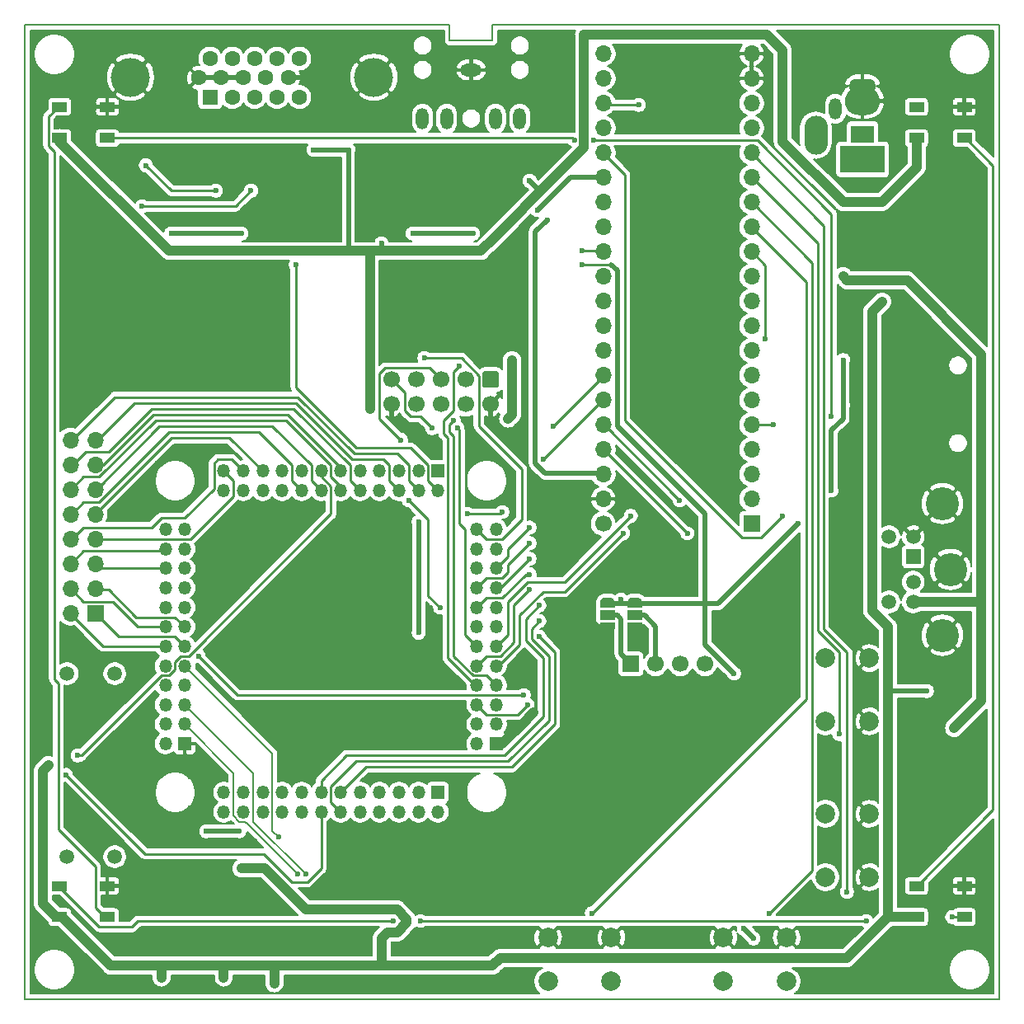
<source format=gbr>
%TF.GenerationSoftware,KiCad,Pcbnew,(5.1.10)-1*%
%TF.CreationDate,2022-11-11T04:49:50+00:00*%
%TF.ProjectId,HeikouBox,4865696b-6f75-4426-9f78-2e6b69636164,rev?*%
%TF.SameCoordinates,Original*%
%TF.FileFunction,Copper,L2,Bot*%
%TF.FilePolarity,Positive*%
%FSLAX46Y46*%
G04 Gerber Fmt 4.6, Leading zero omitted, Abs format (unit mm)*
G04 Created by KiCad (PCBNEW (5.1.10)-1) date 2022-11-11 04:49:50*
%MOMM*%
%LPD*%
G01*
G04 APERTURE LIST*
%TA.AperFunction,Profile*%
%ADD10C,0.150000*%
%TD*%
%TA.AperFunction,ComponentPad*%
%ADD11O,1.700000X1.700000*%
%TD*%
%TA.AperFunction,ComponentPad*%
%ADD12C,1.700000*%
%TD*%
%TA.AperFunction,ComponentPad*%
%ADD13R,1.700000X1.700000*%
%TD*%
%TA.AperFunction,SMDPad,CuDef*%
%ADD14C,0.100000*%
%TD*%
%TA.AperFunction,SMDPad,CuDef*%
%ADD15R,1.500000X1.000000*%
%TD*%
%TA.AperFunction,ComponentPad*%
%ADD16R,2.400000X1.800000*%
%TD*%
%TA.AperFunction,ComponentPad*%
%ADD17O,2.800000X1.600000*%
%TD*%
%TA.AperFunction,ComponentPad*%
%ADD18O,1.300000X2.200000*%
%TD*%
%TA.AperFunction,ComponentPad*%
%ADD19O,3.600000X2.800000*%
%TD*%
%TA.AperFunction,ComponentPad*%
%ADD20O,2.400000X4.000000*%
%TD*%
%TA.AperFunction,ComponentPad*%
%ADD21R,4.600000X2.800000*%
%TD*%
%TA.AperFunction,ComponentPad*%
%ADD22C,3.400000*%
%TD*%
%TA.AperFunction,ComponentPad*%
%ADD23C,1.500000*%
%TD*%
%TA.AperFunction,ComponentPad*%
%ADD24R,1.500000X1.500000*%
%TD*%
%TA.AperFunction,ComponentPad*%
%ADD25O,2.200000X1.300000*%
%TD*%
%TA.AperFunction,ComponentPad*%
%ADD26O,1.350000X1.350000*%
%TD*%
%TA.AperFunction,ComponentPad*%
%ADD27R,1.350000X1.350000*%
%TD*%
%TA.AperFunction,ComponentPad*%
%ADD28C,2.000000*%
%TD*%
%TA.AperFunction,ComponentPad*%
%ADD29R,1.600000X1.600000*%
%TD*%
%TA.AperFunction,ComponentPad*%
%ADD30C,1.600000*%
%TD*%
%TA.AperFunction,ComponentPad*%
%ADD31C,4.000000*%
%TD*%
%TA.AperFunction,ViaPad*%
%ADD32C,0.600000*%
%TD*%
%TA.AperFunction,Conductor*%
%ADD33C,1.016000*%
%TD*%
%TA.AperFunction,Conductor*%
%ADD34C,0.508000*%
%TD*%
%TA.AperFunction,Conductor*%
%ADD35C,0.254000*%
%TD*%
%TA.AperFunction,Conductor*%
%ADD36C,0.152400*%
%TD*%
%TA.AperFunction,Conductor*%
%ADD37C,0.200000*%
%TD*%
%TA.AperFunction,Conductor*%
%ADD38C,0.100000*%
%TD*%
G04 APERTURE END LIST*
D10*
X62800000Y-20400000D02*
X114800000Y-20400000D01*
X62800000Y-22000000D02*
X62800000Y-20400000D01*
X58400000Y-22000000D02*
X62800000Y-22000000D01*
X58400000Y-20400000D02*
X58400000Y-22000000D01*
X114800000Y-120400000D02*
X114800000Y-20400000D01*
X14800000Y-120400000D02*
X114800000Y-120400000D01*
X14800000Y-20400000D02*
X14800000Y-120400000D01*
X58400000Y-20400000D02*
X14800000Y-20400000D01*
D11*
%TO.P,U501,26*%
%TO.N,/part5-hub/PWR_DET*%
X74160000Y-36040000D03*
%TO.P,U501,24*%
%TO.N,/part5-hub/MDB4_CD_R*%
X74160000Y-30960000D03*
%TO.P,U501,29*%
%TO.N,/part5-hub/USB_DP*%
X74160000Y-43660000D03*
%TO.P,U501,35*%
%TO.N,/part5-hub/MDB1_TX_R*%
X74160000Y-58900000D03*
%TO.P,U501,33*%
%TO.N,/part5-hub/MDB7_R*%
X74160000Y-53820000D03*
%TO.P,U501,36*%
%TO.N,/part5-hub/OLED_SCL*%
X74160000Y-61440000D03*
%TO.P,U501,21*%
%TO.N,/part2-core/cfg_NCFG*%
X74160000Y-23340000D03*
%TO.P,U501,30*%
%TO.N,/part5-hub/MDB3_R*%
X74160000Y-46200000D03*
%TO.P,U501,23*%
%TO.N,/part5-hub/CFG_DONE_R*%
X74160000Y-28420000D03*
%TO.P,U501,28*%
%TO.N,Net-(U501-Pad28)*%
X74160000Y-41120000D03*
%TO.P,U501,34*%
%TO.N,/part5-hub/MDB0_RX_R*%
X74160000Y-56360000D03*
%TO.P,U501,31*%
%TO.N,/part5-hub/MDB5_R*%
X74160000Y-48740000D03*
%TO.P,U501,38*%
%TO.N,/part1-power/VUSB*%
X74160000Y-66520000D03*
%TO.P,U501,39*%
%TO.N,/part1-power/GND*%
X74160000Y-69060000D03*
%TO.P,U501,32*%
%TO.N,/part5-hub/MDB6_R*%
X74160000Y-51280000D03*
D12*
%TO.P,U501,40*%
%TO.N,/part5-hub/3V3_HUB*%
X74160000Y-71600000D03*
D11*
%TO.P,U501,27*%
%TO.N,/part5-hub/MDB2_R*%
X74160000Y-38580000D03*
%TO.P,U501,22*%
%TO.N,/part2-core/cfg_DCLK*%
X74160000Y-25880000D03*
%TO.P,U501,25*%
%TO.N,/part5-hub/SD_DET*%
X74160000Y-33500000D03*
%TO.P,U501,37*%
%TO.N,/part5-hub/OLED_SDA*%
X74160000Y-63980000D03*
%TO.P,U501,16*%
%TO.N,/part5-hub/BUTTON_D*%
X89400000Y-33500000D03*
D13*
%TO.P,U501,1*%
%TO.N,Net-(U501-Pad1)*%
X89400000Y-71600000D03*
D11*
%TO.P,U501,14*%
%TO.N,/part5-hub/BUTTON_R*%
X89400000Y-38580000D03*
%TO.P,U501,13*%
%TO.N,/part5-hub/BUTTON_L*%
X89400000Y-41120000D03*
%TO.P,U501,10*%
%TO.N,/part5-hub/SD_SCK*%
X89400000Y-48740000D03*
%TO.P,U501,8*%
%TO.N,/part5-hub/CFG_NSTAT_R*%
X89400000Y-53820000D03*
%TO.P,U501,17*%
%TO.N,Net-(U501-Pad17)*%
X89400000Y-30960000D03*
%TO.P,U501,4*%
%TO.N,Net-(U501-Pad4)*%
X89400000Y-63980000D03*
%TO.P,U501,5*%
%TO.N,/part5-hub/NEOPIXEL*%
X89400000Y-61440000D03*
%TO.P,U501,18*%
%TO.N,Net-(U501-Pad18)*%
X89400000Y-28420000D03*
%TO.P,U501,9*%
%TO.N,/part5-hub/SD_SS*%
X89400000Y-51280000D03*
%TO.P,U501,7*%
%TO.N,/part5-hub/KEYBOARD_CLK*%
X89400000Y-56360000D03*
%TO.P,U501,15*%
%TO.N,/part5-hub/BUTTON_U*%
X89400000Y-36040000D03*
%TO.P,U501,11*%
%TO.N,/part5-hub/SD_MISO*%
X89400000Y-46200000D03*
%TO.P,U501,20*%
%TO.N,/part1-power/GND*%
X89400000Y-23340000D03*
%TO.P,U501,19*%
X89400000Y-25880000D03*
%TO.P,U501,12*%
%TO.N,/part5-hub/SD_MOSI*%
X89400000Y-43660000D03*
%TO.P,U501,6*%
%TO.N,/part5-hub/KEYBOARD_DAT*%
X89400000Y-58900000D03*
%TO.P,U501,2*%
%TO.N,Net-(U501-Pad2)*%
X89400000Y-69060000D03*
%TO.P,U501,3*%
%TO.N,Net-(U501-Pad3)*%
X89400000Y-66520000D03*
%TD*%
D12*
%TO.P,DS501,4*%
%TO.N,/part5-hub/OLED_SDA*%
X84620000Y-86000000D03*
%TO.P,DS501,3*%
%TO.N,/part5-hub/OLED_SCL*%
X82080000Y-86000000D03*
%TO.P,DS501,2*%
%TO.N,Net-(DS501-Pad2)*%
X79540000Y-86000000D03*
D13*
%TO.P,DS501,1*%
%TO.N,Net-(DS501-Pad1)*%
X77000000Y-86000000D03*
%TD*%
%TA.AperFunction,SMDPad,CuDef*%
D14*
%TO.P,JP502,1*%
%TO.N,/part5-hub/3V3_HUB*%
G36*
X73850000Y-80250000D02*
G01*
X73850000Y-79700000D01*
X73850602Y-79700000D01*
X73850602Y-79675466D01*
X73855412Y-79626635D01*
X73864984Y-79578510D01*
X73879228Y-79531555D01*
X73898005Y-79486222D01*
X73921136Y-79442949D01*
X73948396Y-79402150D01*
X73979524Y-79364221D01*
X74014221Y-79329524D01*
X74052150Y-79298396D01*
X74092949Y-79271136D01*
X74136222Y-79248005D01*
X74181555Y-79229228D01*
X74228510Y-79214984D01*
X74276635Y-79205412D01*
X74325466Y-79200602D01*
X74350000Y-79200602D01*
X74350000Y-79200000D01*
X74850000Y-79200000D01*
X74850000Y-79200602D01*
X74874534Y-79200602D01*
X74923365Y-79205412D01*
X74971490Y-79214984D01*
X75018445Y-79229228D01*
X75063778Y-79248005D01*
X75107051Y-79271136D01*
X75147850Y-79298396D01*
X75185779Y-79329524D01*
X75220476Y-79364221D01*
X75251604Y-79402150D01*
X75278864Y-79442949D01*
X75301995Y-79486222D01*
X75320772Y-79531555D01*
X75335016Y-79578510D01*
X75344588Y-79626635D01*
X75349398Y-79675466D01*
X75349398Y-79700000D01*
X75350000Y-79700000D01*
X75350000Y-80250000D01*
X73850000Y-80250000D01*
G37*
%TD.AperFunction*%
%TA.AperFunction,SMDPad,CuDef*%
%TO.P,JP502,3*%
%TO.N,/part1-power/GND*%
G36*
X75349398Y-82300000D02*
G01*
X75349398Y-82324534D01*
X75344588Y-82373365D01*
X75335016Y-82421490D01*
X75320772Y-82468445D01*
X75301995Y-82513778D01*
X75278864Y-82557051D01*
X75251604Y-82597850D01*
X75220476Y-82635779D01*
X75185779Y-82670476D01*
X75147850Y-82701604D01*
X75107051Y-82728864D01*
X75063778Y-82751995D01*
X75018445Y-82770772D01*
X74971490Y-82785016D01*
X74923365Y-82794588D01*
X74874534Y-82799398D01*
X74850000Y-82799398D01*
X74850000Y-82800000D01*
X74350000Y-82800000D01*
X74350000Y-82799398D01*
X74325466Y-82799398D01*
X74276635Y-82794588D01*
X74228510Y-82785016D01*
X74181555Y-82770772D01*
X74136222Y-82751995D01*
X74092949Y-82728864D01*
X74052150Y-82701604D01*
X74014221Y-82670476D01*
X73979524Y-82635779D01*
X73948396Y-82597850D01*
X73921136Y-82557051D01*
X73898005Y-82513778D01*
X73879228Y-82468445D01*
X73864984Y-82421490D01*
X73855412Y-82373365D01*
X73850602Y-82324534D01*
X73850602Y-82300000D01*
X73850000Y-82300000D01*
X73850000Y-81750000D01*
X75350000Y-81750000D01*
X75350000Y-82300000D01*
X75349398Y-82300000D01*
G37*
%TD.AperFunction*%
D15*
%TO.P,JP502,2*%
%TO.N,Net-(DS501-Pad1)*%
X74600000Y-81000000D03*
%TD*%
%TA.AperFunction,SMDPad,CuDef*%
D14*
%TO.P,JP503,1*%
%TO.N,/part1-power/GND*%
G36*
X78150000Y-81750000D02*
G01*
X78150000Y-82300000D01*
X78149398Y-82300000D01*
X78149398Y-82324534D01*
X78144588Y-82373365D01*
X78135016Y-82421490D01*
X78120772Y-82468445D01*
X78101995Y-82513778D01*
X78078864Y-82557051D01*
X78051604Y-82597850D01*
X78020476Y-82635779D01*
X77985779Y-82670476D01*
X77947850Y-82701604D01*
X77907051Y-82728864D01*
X77863778Y-82751995D01*
X77818445Y-82770772D01*
X77771490Y-82785016D01*
X77723365Y-82794588D01*
X77674534Y-82799398D01*
X77650000Y-82799398D01*
X77650000Y-82800000D01*
X77150000Y-82800000D01*
X77150000Y-82799398D01*
X77125466Y-82799398D01*
X77076635Y-82794588D01*
X77028510Y-82785016D01*
X76981555Y-82770772D01*
X76936222Y-82751995D01*
X76892949Y-82728864D01*
X76852150Y-82701604D01*
X76814221Y-82670476D01*
X76779524Y-82635779D01*
X76748396Y-82597850D01*
X76721136Y-82557051D01*
X76698005Y-82513778D01*
X76679228Y-82468445D01*
X76664984Y-82421490D01*
X76655412Y-82373365D01*
X76650602Y-82324534D01*
X76650602Y-82300000D01*
X76650000Y-82300000D01*
X76650000Y-81750000D01*
X78150000Y-81750000D01*
G37*
%TD.AperFunction*%
%TA.AperFunction,SMDPad,CuDef*%
%TO.P,JP503,3*%
%TO.N,/part5-hub/3V3_HUB*%
G36*
X76650602Y-79700000D02*
G01*
X76650602Y-79675466D01*
X76655412Y-79626635D01*
X76664984Y-79578510D01*
X76679228Y-79531555D01*
X76698005Y-79486222D01*
X76721136Y-79442949D01*
X76748396Y-79402150D01*
X76779524Y-79364221D01*
X76814221Y-79329524D01*
X76852150Y-79298396D01*
X76892949Y-79271136D01*
X76936222Y-79248005D01*
X76981555Y-79229228D01*
X77028510Y-79214984D01*
X77076635Y-79205412D01*
X77125466Y-79200602D01*
X77150000Y-79200602D01*
X77150000Y-79200000D01*
X77650000Y-79200000D01*
X77650000Y-79200602D01*
X77674534Y-79200602D01*
X77723365Y-79205412D01*
X77771490Y-79214984D01*
X77818445Y-79229228D01*
X77863778Y-79248005D01*
X77907051Y-79271136D01*
X77947850Y-79298396D01*
X77985779Y-79329524D01*
X78020476Y-79364221D01*
X78051604Y-79402150D01*
X78078864Y-79442949D01*
X78101995Y-79486222D01*
X78120772Y-79531555D01*
X78135016Y-79578510D01*
X78144588Y-79626635D01*
X78149398Y-79675466D01*
X78149398Y-79700000D01*
X78150000Y-79700000D01*
X78150000Y-80250000D01*
X76650000Y-80250000D01*
X76650000Y-79700000D01*
X76650602Y-79700000D01*
G37*
%TD.AperFunction*%
D15*
%TO.P,JP503,2*%
%TO.N,Net-(DS501-Pad2)*%
X77400000Y-81000000D03*
%TD*%
D16*
%TO.P,J101,1*%
%TO.N,Net-(F101-Pad1)*%
X100800000Y-31600000D03*
D17*
%TO.P,J101,2*%
%TO.N,/part1-power/GND*%
X100800000Y-26700000D03*
D18*
%TO.P,J101,3*%
%TO.N,Net-(J101-Pad3)*%
X98000000Y-29000000D03*
D19*
%TO.P,J101,2*%
%TO.N,/part1-power/GND*%
X100800000Y-28200000D03*
D20*
%TO.P,J101,3*%
%TO.N,Net-(J101-Pad3)*%
X96000000Y-31700000D03*
D21*
%TO.P,J101,1*%
%TO.N,Net-(F101-Pad1)*%
X100800000Y-34200000D03*
%TD*%
D22*
%TO.P,J503,SH*%
%TO.N,/part1-power/GND*%
X109000000Y-69540000D03*
X109000000Y-83060000D03*
X109810000Y-76300000D03*
D23*
%TO.P,J503,5*%
%TO.N,Net-(J503-Pad5)*%
X103510000Y-72950000D03*
%TO.P,J503,6*%
%TO.N,Net-(J503-Pad6)*%
X103510000Y-79650000D03*
%TO.P,J503,3*%
%TO.N,/part1-power/GND*%
X106000000Y-72950000D03*
%TO.P,J503,4*%
%TO.N,/part1-power/5V*%
X106000000Y-79650000D03*
D24*
%TO.P,J503,1*%
%TO.N,Net-(J503-Pad1)*%
X106000000Y-75000000D03*
D23*
%TO.P,J503,2*%
%TO.N,Net-(J503-Pad2)*%
X106000000Y-77600000D03*
%TD*%
D15*
%TO.P,D504,1*%
%TO.N,/part1-power/3V3*%
X106350000Y-32000000D03*
%TO.P,D504,2*%
%TO.N,Net-(D504-Pad2)*%
X106350000Y-28800000D03*
%TO.P,D504,4*%
%TO.N,Net-(D503-Pad2)*%
X111250000Y-32000000D03*
%TO.P,D504,3*%
%TO.N,/part1-power/GND*%
X111250000Y-28800000D03*
%TD*%
%TO.P,D503,3*%
%TO.N,/part1-power/GND*%
X111250000Y-108800000D03*
%TO.P,D503,4*%
%TO.N,Net-(D502-Pad2)*%
X111250000Y-112000000D03*
%TO.P,D503,2*%
%TO.N,Net-(D503-Pad2)*%
X106350000Y-108800000D03*
%TO.P,D503,1*%
%TO.N,/part1-power/3V3*%
X106350000Y-112000000D03*
%TD*%
%TO.P,D502,3*%
%TO.N,/part1-power/GND*%
X23250000Y-108800000D03*
%TO.P,D502,4*%
%TO.N,Net-(D501-Pad2)*%
X23250000Y-112000000D03*
%TO.P,D502,2*%
%TO.N,Net-(D502-Pad2)*%
X18350000Y-108800000D03*
%TO.P,D502,1*%
%TO.N,/part1-power/3V3*%
X18350000Y-112000000D03*
%TD*%
%TO.P,D501,3*%
%TO.N,/part1-power/GND*%
X23250000Y-28800000D03*
%TO.P,D501,4*%
%TO.N,Net-(D501-Pad4)*%
X23250000Y-32000000D03*
%TO.P,D501,2*%
%TO.N,Net-(D501-Pad2)*%
X18350000Y-28800000D03*
%TO.P,D501,1*%
%TO.N,/part1-power/3V3*%
X18350000Y-32000000D03*
%TD*%
D18*
%TO.P,J302,RN*%
%TO.N,Net-(J302-PadR)*%
X63100000Y-30000000D03*
%TO.P,J302,TN*%
%TO.N,Net-(J302-PadT)*%
X58100000Y-30000000D03*
D25*
%TO.P,J302,S*%
%TO.N,/part1-power/GND*%
X60600000Y-25000000D03*
D18*
%TO.P,J302,T*%
%TO.N,Net-(J302-PadT)*%
X55600000Y-30000000D03*
%TO.P,J302,R*%
%TO.N,Net-(J302-PadR)*%
X65600000Y-30000000D03*
%TD*%
D26*
%TO.P,U201,27*%
%TO.N,/part3-av/BLU4*%
X55200000Y-66200000D03*
%TO.P,U201,39*%
%TO.N,/part3-av/GRN5*%
X43200000Y-66200000D03*
%TO.P,U201,29*%
%TO.N,/part3-av/BLU3*%
X53200000Y-66200000D03*
%TO.P,U201,47*%
%TO.N,/part2-core/xbus6*%
X35200000Y-66200000D03*
%TO.P,U201,26*%
%TO.N,/part3-av/NVSYNC*%
X57200000Y-68200000D03*
D27*
%TO.P,U201,25*%
%TO.N,/part1-power/3V3*%
X57200000Y-66200000D03*
D26*
%TO.P,U201,40*%
%TO.N,/part2-core/xbus9*%
X43200000Y-68200000D03*
%TO.P,U201,44*%
%TO.N,/part3-av/GRN2*%
X39200000Y-68200000D03*
%TO.P,U201,43*%
%TO.N,/part2-core/xbus8*%
X39200000Y-66200000D03*
%TO.P,U201,33*%
%TO.N,/part3-av/BLU1*%
X49200000Y-66200000D03*
%TO.P,U201,45*%
%TO.N,/part2-core/xbus7*%
X37200000Y-66200000D03*
%TO.P,U201,30*%
%TO.N,/part2-core/xbus14*%
X53200000Y-68200000D03*
%TO.P,U201,32*%
%TO.N,/part3-av/BLU2*%
X51200000Y-68200000D03*
%TO.P,U201,38*%
%TO.N,/part2-core/xbus10*%
X45200000Y-68200000D03*
%TO.P,U201,37*%
%TO.N,/part2-core/clk_14*%
X45200000Y-66200000D03*
%TO.P,U201,34*%
%TO.N,/part2-core/xbus13*%
X49200000Y-68200000D03*
%TO.P,U201,48*%
%TO.N,/part3-av/GRN0*%
X35200000Y-68200000D03*
%TO.P,U201,31*%
%TO.N,/part3-av/BLU0*%
X51200000Y-66200000D03*
%TO.P,U201,36*%
%TO.N,/part2-core/xbus11*%
X47200000Y-68200000D03*
%TO.P,U201,42*%
%TO.N,/part3-av/GRN3*%
X41200000Y-68200000D03*
%TO.P,U201,35*%
%TO.N,/part2-core/xbus12*%
X47200000Y-66200000D03*
%TO.P,U201,28*%
%TO.N,/part2-core/xbus15*%
X55200000Y-68200000D03*
%TO.P,U201,46*%
%TO.N,/part3-av/GRN1*%
X37200000Y-68200000D03*
%TO.P,U201,41*%
%TO.N,/part3-av/GRN4*%
X41200000Y-66200000D03*
%TO.P,U201,61*%
%TO.N,/part2-core/xbus2*%
X31200000Y-82200000D03*
%TO.P,U201,55*%
%TO.N,/part4-memory/A11*%
X31200000Y-88200000D03*
%TO.P,U201,66*%
%TO.N,/part3-av/RED2*%
X29200000Y-78200000D03*
%TO.P,U201,72*%
%TO.N,/part1-power/GND*%
X29200000Y-72200000D03*
%TO.P,U201,68*%
%TO.N,/part2-core/xbus4*%
X29200000Y-76200000D03*
%TO.P,U201,65*%
%TO.N,/part3-av/RED1*%
X31200000Y-78200000D03*
%TO.P,U201,62*%
%TO.N,/part2-core/xbus3*%
X29200000Y-82200000D03*
%TO.P,U201,70*%
%TO.N,/part2-core/xbus5*%
X29200000Y-74200000D03*
%TO.P,U201,54*%
%TO.N,/part4-memory/DQ11*%
X29200000Y-90200000D03*
%TO.P,U201,64*%
%TO.N,/part3-av/RED0*%
X29200000Y-80200000D03*
%TO.P,U201,71*%
%TO.N,/part1-power/1V2*%
X31200000Y-72200000D03*
%TO.P,U201,52*%
%TO.N,/part4-memory/DQ10*%
X29200000Y-92200000D03*
%TO.P,U201,59*%
%TO.N,/part2-core/xbus0*%
X31200000Y-84200000D03*
D27*
%TO.P,U201,49*%
%TO.N,/part1-power/GND*%
X31200000Y-94200000D03*
D26*
%TO.P,U201,50*%
%TO.N,/part4-memory/DQ9*%
X29200000Y-94200000D03*
%TO.P,U201,69*%
%TO.N,/part3-av/RED4*%
X31200000Y-74200000D03*
%TO.P,U201,57*%
%TO.N,/part4-memory/UDQM*%
X31200000Y-86200000D03*
%TO.P,U201,60*%
%TO.N,/part2-core/xbus1*%
X29200000Y-84200000D03*
%TO.P,U201,67*%
%TO.N,/part3-av/RED3*%
X31200000Y-76200000D03*
%TO.P,U201,51*%
%TO.N,/part4-memory/A9*%
X31200000Y-92200000D03*
%TO.P,U201,63*%
%TO.N,/part4-memory/DQ8*%
X31200000Y-80200000D03*
%TO.P,U201,53*%
%TO.N,/part4-memory/A8*%
X31200000Y-90200000D03*
%TO.P,U201,58*%
%TO.N,/part2-core/cfg_DONE*%
X29200000Y-86200000D03*
%TO.P,U201,56*%
%TO.N,/part4-memory/CLK*%
X29200000Y-88200000D03*
%TO.P,U201,85*%
%TO.N,/part2-core/mdb5*%
X45200000Y-99200000D03*
%TO.P,U201,79*%
%TO.N,/part4-memory/DQ5*%
X51200000Y-99200000D03*
%TO.P,U201,90*%
%TO.N,/part4-memory/A4*%
X41200000Y-101200000D03*
%TO.P,U201,96*%
%TO.N,/part4-memory/A7*%
X35200000Y-101200000D03*
%TO.P,U201,92*%
%TO.N,/part4-memory/A5*%
X39200000Y-101200000D03*
%TO.P,U201,89*%
%TO.N,/part4-memory/DQ15*%
X41200000Y-99200000D03*
%TO.P,U201,86*%
%TO.N,/part2-core/clk_28*%
X45200000Y-101200000D03*
%TO.P,U201,94*%
%TO.N,/part4-memory/A6*%
X37200000Y-101200000D03*
%TO.P,U201,78*%
%TO.N,/part4-memory/DQ6*%
X53200000Y-101200000D03*
%TO.P,U201,88*%
%TO.N,/part4-memory/DQ0*%
X43200000Y-101200000D03*
%TO.P,U201,95*%
%TO.N,/part4-memory/DQ12*%
X35200000Y-99200000D03*
%TO.P,U201,76*%
%TO.N,/part4-memory/LDQM*%
X55200000Y-101200000D03*
%TO.P,U201,83*%
%TO.N,/part2-core/mdb7*%
X47200000Y-99200000D03*
D27*
%TO.P,U201,73*%
%TO.N,/part1-power/2V5*%
X57200000Y-99200000D03*
D26*
%TO.P,U201,74*%
%TO.N,/part4-memory/CAS*%
X57200000Y-101200000D03*
%TO.P,U201,93*%
%TO.N,/part4-memory/DQ13*%
X37200000Y-99200000D03*
%TO.P,U201,81*%
%TO.N,/part4-memory/DQ3*%
X49200000Y-99200000D03*
%TO.P,U201,84*%
%TO.N,/part2-core/mdb6*%
X47200000Y-101200000D03*
%TO.P,U201,91*%
%TO.N,/part4-memory/DQ14*%
X39200000Y-99200000D03*
%TO.P,U201,75*%
%TO.N,/part4-memory/WE*%
X55200000Y-99200000D03*
%TO.P,U201,87*%
%TO.N,/part4-memory/DQ1*%
X43200000Y-99200000D03*
%TO.P,U201,77*%
%TO.N,/part4-memory/DQ7*%
X53200000Y-99200000D03*
%TO.P,U201,82*%
%TO.N,/part4-memory/DQ2*%
X49200000Y-101200000D03*
%TO.P,U201,80*%
%TO.N,/part4-memory/DQ4*%
X51200000Y-101200000D03*
%TO.P,U201,2*%
%TO.N,/part4-memory/A3*%
X61200000Y-94200000D03*
%TO.P,U201,6*%
%TO.N,/part2-core/cfg_NSTAT*%
X61200000Y-90200000D03*
%TO.P,U201,8*%
%TO.N,/part3-av/RSIGMA*%
X61200000Y-88200000D03*
%TO.P,U201,11*%
%TO.N,/part2-core/cfg_NCFG*%
X63200000Y-84200000D03*
%TO.P,U201,3*%
%TO.N,/part4-memory/A2*%
X63200000Y-92200000D03*
D27*
%TO.P,U201,1*%
%TO.N,/part1-power/GND*%
X63200000Y-94200000D03*
D26*
%TO.P,U201,5*%
%TO.N,/part4-memory/A0*%
X63200000Y-90200000D03*
%TO.P,U201,12*%
%TO.N,/part2-core/jtag_TDI*%
X61200000Y-84200000D03*
%TO.P,U201,15*%
%TO.N,/part2-core/jtag_TDO*%
X63200000Y-80200000D03*
%TO.P,U201,19*%
%TO.N,/part2-core/mdb0*%
X63200000Y-76200000D03*
%TO.P,U201,22*%
%TO.N,/part4-memory/BA0*%
X61200000Y-74200000D03*
%TO.P,U201,23*%
%TO.N,/part4-memory/RAS*%
X63200000Y-72200000D03*
%TO.P,U201,4*%
%TO.N,/part4-memory/A1*%
X61200000Y-92200000D03*
%TO.P,U201,10*%
%TO.N,/part2-core/mdb4*%
X61200000Y-86200000D03*
%TO.P,U201,16*%
%TO.N,/part2-core/mdb3*%
X61200000Y-80200000D03*
%TO.P,U201,9*%
%TO.N,/part2-core/cfg_DCLK*%
X63200000Y-86200000D03*
%TO.P,U201,21*%
%TO.N,/part4-memory/BA1*%
X63200000Y-74200000D03*
%TO.P,U201,14*%
%TO.N,/part2-core/jtag_TMS*%
X61200000Y-82200000D03*
%TO.P,U201,17*%
%TO.N,/part2-core/mdb2*%
X63200000Y-78200000D03*
%TO.P,U201,20*%
%TO.N,/part4-memory/A10*%
X61200000Y-76200000D03*
%TO.P,U201,24*%
%TO.N,/part3-av/NHSYNC*%
X61200000Y-72200000D03*
%TO.P,U201,18*%
%TO.N,/part2-core/mdb1*%
X61200000Y-78200000D03*
%TO.P,U201,7*%
%TO.N,/part3-av/LSIGMA*%
X63200000Y-88200000D03*
%TO.P,U201,13*%
%TO.N,/part2-core/jtag_TCK*%
X63200000Y-82200000D03*
%TD*%
D12*
%TO.P,J201,10*%
%TO.N,/part1-power/GND*%
X52440000Y-59340000D03*
%TO.P,J201,8*%
%TO.N,Net-(J201-Pad8)*%
X54980000Y-59340000D03*
%TO.P,J201,6*%
%TO.N,Net-(J201-Pad6)*%
X57520000Y-59340000D03*
%TO.P,J201,4*%
%TO.N,/part1-power/3V3*%
X60060000Y-59340000D03*
%TO.P,J201,2*%
%TO.N,/part1-power/GND*%
X62600000Y-59340000D03*
%TO.P,J201,9*%
%TO.N,/part2-core/jtag_TDI*%
X52440000Y-56800000D03*
%TO.P,J201,7*%
%TO.N,Net-(J201-Pad7)*%
X54980000Y-56800000D03*
%TO.P,J201,5*%
%TO.N,/part2-core/jtag_TMS*%
X57520000Y-56800000D03*
%TO.P,J201,3*%
%TO.N,/part2-core/jtag_TDO*%
X60060000Y-56800000D03*
%TO.P,J201,1*%
%TO.N,/part2-core/jtag_TCK*%
%TA.AperFunction,ComponentPad*%
G36*
G01*
X62000000Y-55950000D02*
X63200000Y-55950000D01*
G75*
G02*
X63450000Y-56200000I0J-250000D01*
G01*
X63450000Y-57400000D01*
G75*
G02*
X63200000Y-57650000I-250000J0D01*
G01*
X62000000Y-57650000D01*
G75*
G02*
X61750000Y-57400000I0J250000D01*
G01*
X61750000Y-56200000D01*
G75*
G02*
X62000000Y-55950000I250000J0D01*
G01*
G37*
%TD.AperFunction*%
%TD*%
D28*
%TO.P,SW502,1*%
%TO.N,Net-(R514-Pad1)*%
X86500000Y-118600000D03*
%TO.P,SW502,2*%
%TO.N,/part1-power/GND*%
X86500000Y-114100000D03*
%TO.P,SW502,1*%
%TO.N,Net-(R514-Pad1)*%
X93000000Y-118600000D03*
%TO.P,SW502,2*%
%TO.N,/part1-power/GND*%
X93000000Y-114100000D03*
%TD*%
%TO.P,SW504,1*%
%TO.N,Net-(R518-Pad1)*%
X97000000Y-101400000D03*
%TO.P,SW504,2*%
%TO.N,/part1-power/GND*%
X101500000Y-101400000D03*
%TO.P,SW504,1*%
%TO.N,Net-(R518-Pad1)*%
X97000000Y-107900000D03*
%TO.P,SW504,2*%
%TO.N,/part1-power/GND*%
X101500000Y-107900000D03*
%TD*%
%TO.P,SW503,1*%
%TO.N,Net-(R516-Pad1)*%
X97000000Y-85400000D03*
%TO.P,SW503,2*%
%TO.N,/part1-power/GND*%
X101500000Y-85400000D03*
%TO.P,SW503,1*%
%TO.N,Net-(R516-Pad1)*%
X97000000Y-91900000D03*
%TO.P,SW503,2*%
%TO.N,/part1-power/GND*%
X101500000Y-91900000D03*
%TD*%
%TO.P,SW501,1*%
%TO.N,Net-(R512-Pad1)*%
X68500000Y-118600000D03*
%TO.P,SW501,2*%
%TO.N,/part1-power/GND*%
X68500000Y-114100000D03*
%TO.P,SW501,1*%
%TO.N,Net-(R512-Pad1)*%
X75000000Y-118600000D03*
%TO.P,SW501,2*%
%TO.N,/part1-power/GND*%
X75000000Y-114100000D03*
%TD*%
D23*
%TO.P,Y202,1*%
%TO.N,Net-(C204-Pad1)*%
X24000000Y-105800000D03*
%TO.P,Y202,2*%
%TO.N,Net-(C205-Pad1)*%
X19120000Y-105800000D03*
%TD*%
%TO.P,Y201,2*%
%TO.N,Net-(C203-Pad1)*%
X19120000Y-87000000D03*
%TO.P,Y201,1*%
%TO.N,Net-(C202-Pad1)*%
X24000000Y-87000000D03*
%TD*%
D11*
%TO.P,J202,16*%
%TO.N,/part2-core/xbus15*%
X19460000Y-63020000D03*
%TO.P,J202,15*%
%TO.N,/part2-core/xbus14*%
X22000000Y-63020000D03*
%TO.P,J202,14*%
%TO.N,/part2-core/xbus13*%
X19460000Y-65560000D03*
%TO.P,J202,13*%
%TO.N,/part2-core/xbus12*%
X22000000Y-65560000D03*
%TO.P,J202,12*%
%TO.N,/part2-core/xbus11*%
X19460000Y-68100000D03*
%TO.P,J202,11*%
%TO.N,/part2-core/xbus10*%
X22000000Y-68100000D03*
%TO.P,J202,10*%
%TO.N,/part2-core/xbus9*%
X19460000Y-70640000D03*
%TO.P,J202,9*%
%TO.N,/part2-core/xbus8*%
X22000000Y-70640000D03*
%TO.P,J202,8*%
%TO.N,/part2-core/xbus7*%
X19460000Y-73180000D03*
%TO.P,J202,7*%
%TO.N,/part2-core/xbus6*%
X22000000Y-73180000D03*
%TO.P,J202,6*%
%TO.N,/part2-core/xbus5*%
X19460000Y-75720000D03*
%TO.P,J202,5*%
%TO.N,/part2-core/xbus4*%
X22000000Y-75720000D03*
%TO.P,J202,4*%
%TO.N,/part2-core/xbus3*%
X19460000Y-78260000D03*
%TO.P,J202,3*%
%TO.N,/part2-core/xbus2*%
X22000000Y-78260000D03*
%TO.P,J202,2*%
%TO.N,/part2-core/xbus1*%
X19460000Y-80800000D03*
D13*
%TO.P,J202,1*%
%TO.N,/part2-core/xbus0*%
X22000000Y-80800000D03*
%TD*%
D29*
%TO.P,J301,1*%
%TO.N,Net-(J301-Pad1)*%
X33800000Y-27800000D03*
D30*
%TO.P,J301,2*%
%TO.N,Net-(J301-Pad2)*%
X36090000Y-27800000D03*
%TO.P,J301,3*%
%TO.N,Net-(J301-Pad3)*%
X38380000Y-27800000D03*
%TO.P,J301,4*%
%TO.N,Net-(J301-Pad4)*%
X40670000Y-27800000D03*
%TO.P,J301,5*%
%TO.N,Net-(J301-Pad5)*%
X42960000Y-27800000D03*
%TO.P,J301,6*%
%TO.N,/part1-power/GND*%
X32655000Y-25820000D03*
%TO.P,J301,7*%
X34945000Y-25820000D03*
%TO.P,J301,8*%
X37235000Y-25820000D03*
%TO.P,J301,9*%
%TO.N,Net-(J301-Pad9)*%
X39525000Y-25820000D03*
%TO.P,J301,10*%
%TO.N,/part1-power/GND*%
X41815000Y-25820000D03*
%TO.P,J301,11*%
%TO.N,Net-(J301-Pad11)*%
X33800000Y-23840000D03*
%TO.P,J301,12*%
%TO.N,Net-(J301-Pad12)*%
X36090000Y-23840000D03*
%TO.P,J301,13*%
%TO.N,Net-(J301-Pad13)*%
X38380000Y-23840000D03*
%TO.P,J301,14*%
%TO.N,Net-(J301-Pad14)*%
X40670000Y-23840000D03*
%TO.P,J301,15*%
%TO.N,Net-(J301-Pad15)*%
X42960000Y-23840000D03*
D31*
%TO.P,J301,0*%
%TO.N,/part1-power/GND*%
X50615000Y-25750000D03*
X25615000Y-25750000D03*
%TD*%
D32*
%TO.N,/part1-power/GND*%
X72000000Y-94800000D03*
X36400000Y-118800000D03*
X33200000Y-118800000D03*
X56400000Y-80200000D03*
X67000000Y-91000000D03*
X66600000Y-91400000D03*
X28600000Y-100800000D03*
X28600000Y-97600000D03*
X31800000Y-97600000D03*
X31800000Y-100800000D03*
X16000000Y-119200000D03*
X19600000Y-119200000D03*
X19600000Y-115600000D03*
X16000000Y-115600000D03*
X19600000Y-21600000D03*
X16000000Y-25200000D03*
X19600000Y-25200000D03*
X16000000Y-21600000D03*
X110000000Y-21600000D03*
X110000000Y-25200000D03*
X113600000Y-25200000D03*
X113600000Y-21600000D03*
X110000000Y-115600000D03*
X113600000Y-115600000D03*
X113600000Y-119200000D03*
X110000000Y-119200000D03*
X49400000Y-103800000D03*
X49800000Y-115400000D03*
X34600000Y-107000000D03*
X31200000Y-104200000D03*
X38400000Y-104200000D03*
X64000000Y-65400000D03*
X64000000Y-69000000D03*
X60400000Y-69000000D03*
X28400000Y-65400000D03*
X32000000Y-65400000D03*
X32000000Y-69000000D03*
X28400000Y-69000000D03*
X53400000Y-92200000D03*
X55600000Y-94400000D03*
X60400000Y-97400000D03*
X64000000Y-97400000D03*
X60400000Y-101000000D03*
X64000000Y-101000000D03*
X45600000Y-108200000D03*
X48000000Y-107000000D03*
X64600000Y-109600000D03*
X52600000Y-119600000D03*
X29000000Y-119600000D03*
X44400000Y-41600000D03*
X49400000Y-92200000D03*
X51600000Y-94400000D03*
X51400000Y-37200000D03*
X25400000Y-110400000D03*
X65400000Y-63800000D03*
X60400000Y-65400000D03*
X43800000Y-118400000D03*
X77400000Y-83200000D03*
X74600000Y-83200000D03*
X36600000Y-45400000D03*
X29600000Y-114600000D03*
X60800000Y-105600000D03*
X18600000Y-82200000D03*
X16400000Y-91800000D03*
X20200000Y-36200000D03*
X53400000Y-54600000D03*
X65600000Y-42600000D03*
X98800000Y-62200000D03*
X25400000Y-88600000D03*
X58800000Y-49200000D03*
X52400000Y-46000000D03*
X27600000Y-46600000D03*
X28200000Y-57200000D03*
X16400000Y-45600000D03*
X16000000Y-59200000D03*
X16200000Y-75000000D03*
X111800000Y-48600000D03*
X107400000Y-37000000D03*
X85800000Y-34000000D03*
X82800000Y-36400000D03*
X81800000Y-63000000D03*
X78800000Y-75600000D03*
X91400000Y-84000000D03*
X54800000Y-111200000D03*
X52600000Y-114800000D03*
X58000000Y-114600000D03*
X40600000Y-84200000D03*
X40600000Y-82200000D03*
X37800000Y-82200000D03*
X37800000Y-84200000D03*
X46800000Y-82200000D03*
X46800000Y-84200000D03*
X49600000Y-82200000D03*
X49600000Y-84200000D03*
X50600000Y-83200000D03*
X41600000Y-83200000D03*
X36800000Y-83200000D03*
X45800000Y-83200000D03*
X101400000Y-42400000D03*
X101400000Y-44400000D03*
X104200000Y-42400000D03*
X104200000Y-44400000D03*
X100400000Y-43400000D03*
X105200000Y-43400000D03*
X38400000Y-72400000D03*
X50000000Y-73400000D03*
X41600000Y-92800000D03*
%TO.N,/part1-power/3V3*%
X37000000Y-41800000D03*
X33400000Y-41800000D03*
X29800000Y-41800000D03*
X54600000Y-41800000D03*
X60800000Y-41800000D03*
X50400000Y-117000000D03*
X40400000Y-118800000D03*
X51400000Y-42800000D03*
X32200000Y-43600000D03*
%TO.N,/part2-core/jtag_TMS*%
X57400000Y-80200000D03*
%TO.N,/part2-core/cfg_DONE*%
X32600000Y-85200000D03*
%TO.N,/part3-av/NVSYNC*%
X42600000Y-45000000D03*
%TO.N,/part3-av/RSIGMA*%
X59402277Y-55400000D03*
%TO.N,/part2-core/clk_28*%
X19000000Y-97400000D03*
%TO.N,/part4-memory/A8*%
X43600000Y-107600000D03*
%TO.N,/part4-memory/A9*%
X42800000Y-107600000D03*
%TO.N,/part4-memory/UDQM*%
X40800000Y-103800000D03*
%TO.N,/part2-core/clk_14*%
X20200000Y-95400000D03*
%TO.N,/part1-power/3V3*%
X48000000Y-33200000D03*
X44400000Y-33200000D03*
%TO.N,Net-(Q302-Pad1)*%
X34400000Y-37400000D03*
X27200000Y-34800000D03*
%TO.N,Net-(Q303-Pad1)*%
X38000000Y-37400000D03*
X26800000Y-39000000D03*
%TO.N,/part1-power/3V3*%
X33400000Y-103200000D03*
X36800000Y-103200000D03*
X35200000Y-118200000D03*
X28800000Y-118200000D03*
%TO.N,/part5-hub/3V3_HUB*%
X98800000Y-59400000D03*
%TO.N,/part1-power/3V3*%
X102400000Y-49200000D03*
X102800000Y-48800000D03*
%TO.N,/part5-hub/3V3_HUB*%
X98800000Y-54800000D03*
%TO.N,/part1-power/3V3*%
X107400000Y-88800000D03*
X37000000Y-107000000D03*
X40600000Y-108200000D03*
X17200000Y-96400000D03*
X55200000Y-82800000D03*
X55200000Y-71400000D03*
X50200000Y-59200000D03*
X50200000Y-59800000D03*
X102800000Y-38600000D03*
X66600000Y-36400000D03*
X16800000Y-96800000D03*
%TO.N,/part2-core/jtag_TCK*%
X60200000Y-70600000D03*
X63800000Y-70400000D03*
%TO.N,/part2-core/jtag_TMS*%
X54200000Y-69200000D03*
X53400000Y-63000000D03*
%TO.N,/part2-core/jtag_TDI*%
X56600000Y-61800000D03*
X59200000Y-61800000D03*
%TO.N,/part2-core/cfg_DCLK*%
X76215481Y-72584519D03*
%TO.N,/part2-core/cfg_NCFG*%
X77000000Y-70800000D03*
%TO.N,/part2-core/cfg_NSTAT*%
X66400000Y-90200000D03*
%TO.N,/part2-core/cfg_DONE*%
X66000000Y-89200000D03*
%TO.N,/part3-av/NHSYNC*%
X55800000Y-54600000D03*
%TO.N,/part3-av/LSIGMA*%
X58800000Y-61000000D03*
%TO.N,/part2-core/mdb4*%
X66600000Y-78400000D03*
%TO.N,/part2-core/mdb1*%
X66600000Y-73600000D03*
%TO.N,/part2-core/mdb0*%
X66600000Y-72000000D03*
%TO.N,/part2-core/mdb2*%
X66600000Y-75200000D03*
%TO.N,/part2-core/mdb3*%
X66600000Y-76800000D03*
%TO.N,/part2-core/mdb6*%
X67600000Y-81600000D03*
%TO.N,/part2-core/mdb5*%
X67600000Y-80000000D03*
%TO.N,/part2-core/mdb7*%
X67600000Y-83200000D03*
%TO.N,/part1-power/5V*%
X110200000Y-92600000D03*
X64800000Y-54800000D03*
X64800000Y-55400000D03*
X99200000Y-46600000D03*
X98800000Y-46200000D03*
X64800000Y-60400000D03*
X64400000Y-60800000D03*
%TO.N,Net-(D501-Pad4)*%
X73200000Y-32200000D03*
X71200000Y-32200000D03*
X97600000Y-60600000D03*
%TO.N,/part1-power/VUSB*%
X68400000Y-40400000D03*
%TO.N,Net-(D502-Pad2)*%
X110000000Y-112000000D03*
X101200000Y-112400000D03*
X52600000Y-112400000D03*
X55400000Y-112400000D03*
%TO.N,/part5-hub/BUTTON_L*%
X73000000Y-111600000D03*
%TO.N,/part5-hub/BUTTON_U*%
X98400000Y-93200000D03*
%TO.N,/part5-hub/BUTTON_D*%
X99200000Y-109400000D03*
%TO.N,/part5-hub/BUTTON_R*%
X91200000Y-111600000D03*
%TO.N,/part5-hub/OLED_SCL*%
X82000000Y-69200000D03*
%TO.N,/part5-hub/OLED_SDA*%
X82800000Y-72600000D03*
%TO.N,/part5-hub/SD_DET*%
X92600000Y-70800000D03*
%TO.N,/part5-hub/SD_MOSI*%
X90800000Y-52600000D03*
%TO.N,/part5-hub/MDB0_RX_R*%
X69000000Y-61600000D03*
%TO.N,/part5-hub/MDB1_TX_R*%
X68000000Y-65000000D03*
%TO.N,/part5-hub/NEOPIXEL*%
X91600000Y-61400000D03*
%TO.N,/part5-hub/CFG_DONE_R*%
X77800000Y-28600000D03*
%TO.N,/part5-hub/3V3_HUB*%
X76000000Y-79400000D03*
%TO.N,/part5-hub/USB_DP*%
X72000000Y-43600000D03*
%TO.N,/part5-hub/PWR_DET*%
X67400000Y-39400000D03*
%TO.N,/part5-hub/3V3_HUB*%
X84600000Y-79800000D03*
X97600000Y-68200000D03*
X94200000Y-71600000D03*
X72000000Y-45000000D03*
X89600000Y-114200000D03*
X88600000Y-113200000D03*
X87600000Y-87000000D03*
%TD*%
D33*
%TO.N,/part1-power/GND*%
X63200000Y-94200000D02*
X63800000Y-94200000D01*
X63800000Y-94200000D02*
X66200000Y-91800000D01*
X66200000Y-91800000D02*
X66600000Y-91400000D01*
X67000000Y-91000000D02*
X67000000Y-91000000D01*
X66600000Y-91400000D02*
X67000000Y-91000000D01*
D34*
X32655000Y-25820000D02*
X37235000Y-25820000D01*
X41815000Y-25820000D02*
X43580000Y-25820000D01*
X62600000Y-59340000D02*
X62600000Y-61000000D01*
X52440000Y-59340000D02*
X52440000Y-60640000D01*
%TO.N,/part1-power/3V3*%
X33400000Y-41800000D02*
X37000000Y-41800000D01*
X29800000Y-41800000D02*
X33400000Y-41800000D01*
X54600000Y-41800000D02*
X60800000Y-41800000D01*
X51400000Y-43600000D02*
X51400000Y-42800000D01*
D35*
%TO.N,/part2-core/xbus0*%
X24400000Y-83200000D02*
X22000000Y-80800000D01*
X30200000Y-83200000D02*
X24400000Y-83200000D01*
X31200000Y-84200000D02*
X30200000Y-83200000D01*
%TO.N,/part2-core/xbus1*%
X19460000Y-80860000D02*
X19460000Y-80800000D01*
X22800000Y-84200000D02*
X19460000Y-80860000D01*
X29200000Y-84200000D02*
X22800000Y-84200000D01*
%TO.N,/part2-core/xbus2*%
X22140000Y-78400000D02*
X22000000Y-78260000D01*
X23400000Y-78400000D02*
X22140000Y-78400000D01*
X26200000Y-81200000D02*
X23400000Y-78400000D01*
X30200000Y-81200000D02*
X26200000Y-81200000D01*
X31200000Y-82200000D02*
X30200000Y-81200000D01*
%TO.N,/part2-core/xbus3*%
X26400000Y-82200000D02*
X23800000Y-79600000D01*
X29200000Y-82200000D02*
X26400000Y-82200000D01*
X20800000Y-79600000D02*
X19460000Y-78260000D01*
X23800000Y-79600000D02*
X20800000Y-79600000D01*
%TO.N,/part2-core/xbus4*%
X22600000Y-76200000D02*
X29200000Y-76200000D01*
X22120000Y-75720000D02*
X22600000Y-76200000D01*
X22000000Y-75720000D02*
X22120000Y-75720000D01*
%TO.N,/part2-core/xbus5*%
X20800000Y-74400000D02*
X19480000Y-75720000D01*
X19480000Y-75720000D02*
X19460000Y-75720000D01*
X29000000Y-74400000D02*
X20800000Y-74400000D01*
X29200000Y-74200000D02*
X29000000Y-74400000D01*
%TO.N,/part2-core/xbus10*%
X22100000Y-68100000D02*
X22000000Y-68100000D01*
X28600000Y-61600000D02*
X22100000Y-68100000D01*
X40200000Y-61600000D02*
X28600000Y-61600000D01*
X44200000Y-65600000D02*
X40200000Y-61600000D01*
X44200000Y-67200000D02*
X44200000Y-65600000D01*
X45200000Y-68200000D02*
X44200000Y-67200000D01*
%TO.N,/part2-core/xbus11*%
X19500000Y-68100000D02*
X19460000Y-68100000D01*
X20800000Y-66800000D02*
X19500000Y-68100000D01*
X22400000Y-66800000D02*
X20800000Y-66800000D01*
X28200000Y-61000000D02*
X22400000Y-66800000D01*
X41600000Y-61000000D02*
X28200000Y-61000000D01*
X47200000Y-67800000D02*
X46200000Y-66800000D01*
X46200000Y-65600000D02*
X41600000Y-61000000D01*
X46200000Y-66800000D02*
X46200000Y-65600000D01*
X47200000Y-68200000D02*
X47200000Y-67800000D01*
%TO.N,/part2-core/xbus12*%
X47200000Y-65800000D02*
X41800000Y-60400000D01*
X47200000Y-66200000D02*
X47200000Y-65800000D01*
X28800000Y-60400000D02*
X28600000Y-60400000D01*
X41800000Y-60400000D02*
X28800000Y-60400000D01*
X22840000Y-65560000D02*
X22800000Y-65560000D01*
X28000000Y-60400000D02*
X22840000Y-65560000D01*
X28800000Y-60400000D02*
X28000000Y-60400000D01*
%TO.N,/part2-core/xbus13*%
X19640000Y-65560000D02*
X19460000Y-65560000D01*
X21000000Y-64200000D02*
X19640000Y-65560000D01*
X27800000Y-59800000D02*
X23400000Y-64200000D01*
X42400000Y-59800000D02*
X27800000Y-59800000D01*
X23400000Y-64200000D02*
X21000000Y-64200000D01*
X48200000Y-65600000D02*
X42400000Y-59800000D01*
X48200000Y-67200000D02*
X48200000Y-65600000D01*
X49200000Y-68200000D02*
X48200000Y-67200000D01*
%TO.N,/part2-core/xbus14*%
X22180000Y-63020000D02*
X22000000Y-63020000D01*
X26000000Y-59200000D02*
X22180000Y-63020000D01*
X52200000Y-67200000D02*
X52200000Y-65600000D01*
X53200000Y-68200000D02*
X52200000Y-67200000D01*
X51600000Y-65000000D02*
X48400000Y-65000000D01*
X52200000Y-65600000D02*
X51600000Y-65000000D01*
X48400000Y-65000000D02*
X42600000Y-59200000D01*
X42600000Y-59200000D02*
X26000000Y-59200000D01*
%TO.N,/part2-core/xbus15*%
X24000000Y-58600000D02*
X19580000Y-63020000D01*
X19580000Y-63020000D02*
X19460000Y-63020000D01*
X54200000Y-67200000D02*
X54200000Y-65600000D01*
X55200000Y-68200000D02*
X54200000Y-67200000D01*
X48600000Y-64400000D02*
X42800000Y-58600000D01*
X53000000Y-64400000D02*
X48600000Y-64400000D01*
X42800000Y-58600000D02*
X24000000Y-58600000D01*
X54200000Y-65600000D02*
X53000000Y-64400000D01*
D36*
%TO.N,/part4-memory/A8*%
X43600000Y-107600000D02*
X38200000Y-102200000D01*
X38200000Y-102200000D02*
X38200000Y-97200000D01*
X38200000Y-97200000D02*
X31200000Y-90200000D01*
%TO.N,/part4-memory/A9*%
X36200000Y-97200000D02*
X31200000Y-92200000D01*
X42800000Y-107600000D02*
X37600000Y-102400000D01*
X36200000Y-101600000D02*
X36200000Y-97200000D01*
X36800000Y-102200000D02*
X37400000Y-102200000D01*
X36800000Y-102200000D02*
X36200000Y-101600000D01*
X37400000Y-102200000D02*
X37600000Y-102400000D01*
%TO.N,/part4-memory/UDQM*%
X40800000Y-103800000D02*
X40200000Y-103200000D01*
X40200000Y-103200000D02*
X40200000Y-95200000D01*
X40200000Y-95200000D02*
X31200000Y-86200000D01*
D35*
%TO.N,/part2-core/clk_14*%
X28800000Y-87200000D02*
X20600000Y-95400000D01*
X29600000Y-87200000D02*
X28800000Y-87200000D01*
X30800000Y-85200000D02*
X30200000Y-85800000D01*
X20600000Y-95400000D02*
X20200000Y-95400000D01*
X31600000Y-85200000D02*
X30800000Y-85200000D01*
X46200000Y-70600000D02*
X31600000Y-85200000D01*
X30200000Y-86600000D02*
X29600000Y-87200000D01*
X46200000Y-67800000D02*
X46200000Y-70600000D01*
X45200000Y-66800000D02*
X46200000Y-67800000D01*
X30200000Y-85800000D02*
X30200000Y-86600000D01*
X45200000Y-66200000D02*
X45200000Y-66800000D01*
D34*
%TO.N,/part1-power/3V3*%
X44400000Y-33200000D02*
X48000000Y-33200000D01*
D35*
%TO.N,Net-(Q302-Pad1)*%
X29800000Y-37400000D02*
X34400000Y-37400000D01*
X27200000Y-34800000D02*
X29800000Y-37400000D01*
%TO.N,Net-(Q303-Pad1)*%
X36400000Y-39000000D02*
X26800000Y-39000000D01*
X38000000Y-37400000D02*
X36400000Y-39000000D01*
D34*
%TO.N,/part1-power/3V3*%
X33400000Y-103200000D02*
X36800000Y-103200000D01*
X28800000Y-118200000D02*
X28800000Y-118200000D01*
D33*
X51400000Y-43600000D02*
X50200000Y-43600000D01*
D34*
X107400000Y-88800000D02*
X103400000Y-88800000D01*
D33*
X103400000Y-88800000D02*
X103400000Y-94200000D01*
X101800000Y-49800000D02*
X102800000Y-48800000D01*
X101800000Y-59400000D02*
X101800000Y-49800000D01*
X101800000Y-80600000D02*
X101800000Y-59400000D01*
X103400000Y-82200000D02*
X101800000Y-80600000D01*
X103400000Y-88800000D02*
X103400000Y-82200000D01*
X103400000Y-94200000D02*
X103400000Y-110200000D01*
X81600000Y-116200000D02*
X63600000Y-116200000D01*
X50400000Y-117000000D02*
X40400000Y-117000000D01*
X40400000Y-117000000D02*
X35200000Y-117000000D01*
X35200000Y-117000000D02*
X30000000Y-117000000D01*
X35200000Y-117000000D02*
X35200000Y-118200000D01*
X40400000Y-117000000D02*
X40400000Y-118800000D01*
X28800000Y-117000000D02*
X28800000Y-118200000D01*
X30000000Y-117000000D02*
X28800000Y-117000000D01*
X28800000Y-117000000D02*
X24200000Y-117000000D01*
X39400000Y-107000000D02*
X37000000Y-107000000D01*
X40600000Y-108200000D02*
X39400000Y-107000000D01*
X106350000Y-112000000D02*
X103400000Y-112000000D01*
X103400000Y-110200000D02*
X103400000Y-112000000D01*
X99200000Y-116200000D02*
X103400000Y-112000000D01*
X81600000Y-116200000D02*
X99200000Y-116200000D01*
X62800000Y-117000000D02*
X63600000Y-116200000D01*
D34*
X55200000Y-82800000D02*
X55200000Y-71400000D01*
D33*
X50200000Y-59200000D02*
X50200000Y-59800000D01*
X50200000Y-59800000D02*
X50200000Y-43600000D01*
X102800000Y-38600000D02*
X106400000Y-35000000D01*
X106400000Y-32050000D02*
X106350000Y-32000000D01*
X106400000Y-35000000D02*
X106400000Y-32050000D01*
D34*
X48000000Y-33200000D02*
X48000000Y-43600000D01*
D33*
X48000000Y-43600000D02*
X32200000Y-43600000D01*
X50200000Y-43600000D02*
X48000000Y-43600000D01*
X61600000Y-43600000D02*
X51400000Y-43600000D01*
X63000000Y-42200000D02*
X61600000Y-43600000D01*
X64300000Y-40900000D02*
X63000000Y-42200000D01*
X67700000Y-37500000D02*
X64300000Y-40900000D01*
D34*
X67700000Y-37475000D02*
X67700000Y-37500000D01*
X66600000Y-36400000D02*
X67700000Y-37475000D01*
D33*
X18350000Y-112000000D02*
X18600000Y-112000000D01*
X23600000Y-117000000D02*
X24200000Y-117000000D01*
X18600000Y-112000000D02*
X23600000Y-117000000D01*
X54000000Y-117000000D02*
X62800000Y-117000000D01*
X53000000Y-113600000D02*
X52000000Y-113600000D01*
X54000000Y-112600000D02*
X53000000Y-113600000D01*
X54000000Y-112200000D02*
X54000000Y-112600000D01*
X53000000Y-111200000D02*
X54000000Y-112200000D01*
X43600000Y-111200000D02*
X53000000Y-111200000D01*
X40600000Y-108200000D02*
X43600000Y-111200000D01*
X51400000Y-117000000D02*
X54000000Y-117000000D01*
X51400000Y-114200000D02*
X51400000Y-117000000D01*
X52000000Y-113600000D02*
X51400000Y-114200000D01*
X50400000Y-117000000D02*
X51400000Y-117000000D01*
X29600000Y-43600000D02*
X32200000Y-43600000D01*
X18350000Y-32350000D02*
X29600000Y-43600000D01*
X18350000Y-32000000D02*
X18350000Y-32350000D01*
X18000000Y-112000000D02*
X18350000Y-112000000D01*
X16600000Y-110600000D02*
X18000000Y-112000000D01*
X16600000Y-97000000D02*
X16600000Y-110600000D01*
X17200000Y-96400000D02*
X16600000Y-97000000D01*
X92600000Y-32400000D02*
X92600000Y-23000000D01*
X98800000Y-38600000D02*
X92600000Y-32400000D01*
X92600000Y-23000000D02*
X91000000Y-21400000D01*
X102800000Y-38600000D02*
X98800000Y-38600000D01*
X91000000Y-21400000D02*
X72200000Y-21400000D01*
X72200000Y-33000000D02*
X67700000Y-37500000D01*
X72200000Y-21400000D02*
X72200000Y-33000000D01*
D35*
%TO.N,/part2-core/jtag_TCK*%
X63600000Y-70600000D02*
X60200000Y-70600000D01*
X63800000Y-70400000D02*
X63600000Y-70600000D01*
%TO.N,/part2-core/jtag_TMS*%
X56200000Y-71200000D02*
X54200000Y-69200000D01*
X56200000Y-79000000D02*
X57400000Y-80200000D01*
X56200000Y-71200000D02*
X56200000Y-79000000D01*
X56320000Y-55600000D02*
X57520000Y-56800000D01*
X51800000Y-55600000D02*
X56320000Y-55600000D01*
X51200000Y-56200000D02*
X51800000Y-55600000D01*
X51200000Y-60800000D02*
X51200000Y-56200000D01*
X53400000Y-63000000D02*
X51200000Y-60800000D01*
%TO.N,/part2-core/jtag_TDI*%
X53800000Y-58160000D02*
X52440000Y-56800000D01*
X53800000Y-60000000D02*
X53800000Y-58160000D01*
X54400000Y-60600000D02*
X53800000Y-60000000D01*
X55400000Y-60600000D02*
X54400000Y-60600000D01*
X56600000Y-61800000D02*
X55400000Y-60600000D01*
X59400000Y-62000000D02*
X59200000Y-61800000D01*
X59400000Y-71600000D02*
X59400000Y-62000000D01*
X60000000Y-72200000D02*
X59400000Y-71600000D01*
X60000000Y-83000000D02*
X60000000Y-72200000D01*
X61200000Y-84200000D02*
X60000000Y-83000000D01*
%TO.N,/part2-core/xbus6*%
X22020000Y-73200000D02*
X22000000Y-73180000D01*
X31800000Y-73200000D02*
X22020000Y-73200000D01*
X36200000Y-68800000D02*
X31800000Y-73200000D01*
X36200000Y-67200000D02*
X36200000Y-68800000D01*
X35200000Y-66200000D02*
X36200000Y-67200000D01*
%TO.N,/part2-core/xbus7*%
X36000000Y-65000000D02*
X37200000Y-66200000D01*
X34200000Y-65400000D02*
X34600000Y-65000000D01*
X34200000Y-68000000D02*
X34200000Y-65400000D01*
X34600000Y-65000000D02*
X36000000Y-65000000D01*
X31200000Y-71000000D02*
X34200000Y-68000000D01*
X27800000Y-72000000D02*
X28800000Y-71000000D01*
X20800000Y-72000000D02*
X27800000Y-72000000D01*
X19620000Y-73180000D02*
X20800000Y-72000000D01*
X28800000Y-71000000D02*
X31200000Y-71000000D01*
X19460000Y-73180000D02*
X19620000Y-73180000D01*
%TO.N,/part2-core/xbus8*%
X35800000Y-62800000D02*
X39200000Y-66200000D01*
X29800000Y-62800000D02*
X35800000Y-62800000D01*
X22000000Y-70600000D02*
X29800000Y-62800000D01*
X22000000Y-70640000D02*
X22000000Y-70600000D01*
%TO.N,/part2-core/xbus9*%
X42200000Y-67200000D02*
X43200000Y-68200000D01*
X42200000Y-65600000D02*
X42200000Y-67200000D01*
X38800000Y-62200000D02*
X42200000Y-65600000D01*
X22400000Y-69400000D02*
X29600000Y-62200000D01*
X29600000Y-62200000D02*
X38800000Y-62200000D01*
X20800000Y-69400000D02*
X22400000Y-69400000D01*
X19560000Y-70640000D02*
X20800000Y-69400000D01*
X19460000Y-70640000D02*
X19560000Y-70640000D01*
%TO.N,/part2-core/cfg_DCLK*%
X63400000Y-86200000D02*
X63200000Y-86200000D01*
X65600000Y-84000000D02*
X63400000Y-86200000D01*
X65600000Y-81000000D02*
X65600000Y-84000000D01*
X68000000Y-78600000D02*
X65600000Y-81000000D01*
X70200000Y-78600000D02*
X68000000Y-78600000D01*
X76215481Y-72584519D02*
X70200000Y-78600000D01*
%TO.N,/part2-core/cfg_NCFG*%
X64400000Y-83000000D02*
X63200000Y-84200000D01*
X64400000Y-79600000D02*
X64400000Y-83000000D01*
X70200000Y-77600000D02*
X66400000Y-77600000D01*
X66400000Y-77600000D02*
X64400000Y-79600000D01*
X77000000Y-70800000D02*
X70200000Y-77600000D01*
%TO.N,/part2-core/cfg_NSTAT*%
X62200000Y-91200000D02*
X61200000Y-90200000D01*
X65400000Y-91200000D02*
X62200000Y-91200000D01*
X66400000Y-90200000D02*
X65400000Y-91200000D01*
%TO.N,/part2-core/cfg_DONE*%
X36600000Y-89200000D02*
X32600000Y-85200000D01*
X66000000Y-89200000D02*
X36600000Y-89200000D01*
%TO.N,/part3-av/NVSYNC*%
X42600000Y-52000000D02*
X42600000Y-45000000D01*
X42600000Y-57600000D02*
X42600000Y-52000000D01*
X54400000Y-63800000D02*
X48800000Y-63800000D01*
X48800000Y-63800000D02*
X42600000Y-57600000D01*
X56200000Y-67200000D02*
X56200000Y-65600000D01*
X56200000Y-65600000D02*
X54400000Y-63800000D01*
X57200000Y-68200000D02*
X56200000Y-67200000D01*
%TO.N,/part3-av/NHSYNC*%
X59000000Y-54600000D02*
X55800000Y-54600000D01*
X59600000Y-54600000D02*
X59000000Y-54600000D01*
X61400000Y-61600000D02*
X61400000Y-56400000D01*
X65800000Y-66000000D02*
X61400000Y-61600000D01*
X61400000Y-56400000D02*
X59600000Y-54600000D01*
X65800000Y-71200000D02*
X65800000Y-66000000D01*
X63800000Y-73200000D02*
X65800000Y-71200000D01*
X62200000Y-73200000D02*
X63800000Y-73200000D01*
X61200000Y-72200000D02*
X62200000Y-73200000D01*
%TO.N,/part3-av/LSIGMA*%
X58400000Y-61400000D02*
X58800000Y-61000000D01*
X58400000Y-62200000D02*
X58400000Y-61400000D01*
X58800000Y-62600000D02*
X58400000Y-62200000D01*
X58800000Y-85200000D02*
X58800000Y-62600000D01*
X60800000Y-87200000D02*
X58800000Y-85200000D01*
X62200000Y-87200000D02*
X60800000Y-87200000D01*
X63200000Y-88200000D02*
X62200000Y-87200000D01*
%TO.N,/part3-av/RSIGMA*%
X58802277Y-56000000D02*
X59402277Y-55400000D01*
X58800000Y-56000000D02*
X58802277Y-56000000D01*
X58800000Y-60000000D02*
X58800000Y-56000000D01*
X57800000Y-61000000D02*
X58800000Y-60000000D01*
X57800000Y-62400000D02*
X57800000Y-61000000D01*
X58200000Y-62800000D02*
X57800000Y-62400000D01*
X58200000Y-85400000D02*
X58200000Y-62800000D01*
X61000000Y-88200000D02*
X58200000Y-85400000D01*
X61200000Y-88200000D02*
X61000000Y-88200000D01*
%TO.N,/part2-core/mdb4*%
X62200000Y-85200000D02*
X61200000Y-86200000D01*
X63600000Y-85200000D02*
X62200000Y-85200000D01*
X65000000Y-83800000D02*
X63600000Y-85200000D01*
X66600000Y-78400000D02*
X65000000Y-80000000D01*
X65000000Y-80000000D02*
X65000000Y-83800000D01*
%TO.N,/part2-core/mdb1*%
X64400000Y-75800000D02*
X64400000Y-76600000D01*
X63800000Y-77200000D02*
X64400000Y-76600000D01*
X62200000Y-77200000D02*
X63800000Y-77200000D01*
X61200000Y-78200000D02*
X62200000Y-77200000D01*
X66600000Y-73600000D02*
X64400000Y-75800000D01*
%TO.N,/part2-core/mdb0*%
X64400000Y-75000000D02*
X63200000Y-76200000D01*
X64400000Y-74200000D02*
X64400000Y-75000000D01*
X66600000Y-72000000D02*
X64400000Y-74200000D01*
%TO.N,/part2-core/mdb2*%
X63600000Y-78200000D02*
X63200000Y-78200000D01*
X66600000Y-75200000D02*
X63600000Y-78200000D01*
%TO.N,/part2-core/mdb3*%
X62200000Y-79200000D02*
X63800000Y-79200000D01*
X61200000Y-80200000D02*
X62200000Y-79200000D01*
X66200000Y-76800000D02*
X66600000Y-76800000D01*
X63800000Y-79200000D02*
X66200000Y-76800000D01*
%TO.N,/part2-core/mdb6*%
X46200000Y-98600000D02*
X46200000Y-100200000D01*
X48800000Y-96000000D02*
X46200000Y-98600000D01*
X46200000Y-100200000D02*
X47200000Y-101200000D01*
X64400000Y-96000000D02*
X48800000Y-96000000D01*
X68600000Y-91800000D02*
X64400000Y-96000000D01*
X68600000Y-85200000D02*
X68600000Y-91800000D01*
X66800000Y-83400000D02*
X68600000Y-85200000D01*
X66800000Y-82400000D02*
X66800000Y-83400000D01*
X67600000Y-81600000D02*
X66800000Y-82400000D01*
%TO.N,/part2-core/mdb5*%
X68000000Y-85400000D02*
X66200000Y-83600000D01*
X68000000Y-91400000D02*
X68000000Y-85400000D01*
X64000000Y-95400000D02*
X68000000Y-91400000D01*
X47800000Y-95400000D02*
X64000000Y-95400000D01*
X45200000Y-98000000D02*
X47800000Y-95400000D01*
X45200000Y-99200000D02*
X45200000Y-98000000D01*
X66200000Y-81400000D02*
X67600000Y-80000000D01*
X66200000Y-83600000D02*
X66200000Y-81400000D01*
%TO.N,/part2-core/mdb7*%
X69200000Y-92200000D02*
X69200000Y-84800000D01*
X64800000Y-96600000D02*
X69200000Y-92200000D01*
X49800000Y-96600000D02*
X64800000Y-96600000D01*
X47200000Y-99200000D02*
X49800000Y-96600000D01*
X68000000Y-83600000D02*
X67600000Y-83200000D01*
X69200000Y-84800000D02*
X68000000Y-83600000D01*
%TO.N,/part2-core/clk_28*%
X39300000Y-105500000D02*
X27100000Y-105500000D01*
X24200000Y-102600000D02*
X19000000Y-97400000D01*
X27100000Y-105500000D02*
X24200000Y-102600000D01*
X42200000Y-108400000D02*
X39300000Y-105500000D01*
X43800000Y-108400000D02*
X42200000Y-108400000D01*
X45200000Y-107000000D02*
X43800000Y-108400000D01*
X45200000Y-101200000D02*
X45200000Y-107000000D01*
D33*
%TO.N,/part1-power/5V*%
X106050000Y-79600000D02*
X113000000Y-79600000D01*
X106000000Y-79650000D02*
X106050000Y-79600000D01*
X64800000Y-60400000D02*
X64800000Y-54800000D01*
X113000000Y-89800000D02*
X110200000Y-92600000D01*
X113000000Y-54200000D02*
X113000000Y-89800000D01*
X105400000Y-46600000D02*
X113000000Y-54200000D01*
X105400000Y-46600000D02*
X102800000Y-46600000D01*
X99200000Y-46600000D02*
X102800000Y-46600000D01*
X98800000Y-46200000D02*
X99200000Y-46600000D01*
X64800000Y-60400000D02*
X64400000Y-60800000D01*
D35*
%TO.N,Net-(D501-Pad2)*%
X17200000Y-29800000D02*
X18200000Y-28800000D01*
X17200000Y-32800000D02*
X17200000Y-29800000D01*
X17800000Y-87600000D02*
X17800000Y-33400000D01*
X18200000Y-28800000D02*
X18350000Y-28800000D01*
X18200000Y-88000000D02*
X17800000Y-87600000D01*
X17800000Y-33400000D02*
X17200000Y-32800000D01*
X18200000Y-103000000D02*
X18200000Y-88000000D01*
X22000000Y-106800000D02*
X18200000Y-103000000D01*
X22000000Y-111000000D02*
X22000000Y-106800000D01*
X23000000Y-112000000D02*
X22000000Y-111000000D01*
X23250000Y-112000000D02*
X23000000Y-112000000D01*
%TO.N,Net-(D501-Pad4)*%
X90000000Y-32200000D02*
X73200000Y-32200000D01*
X97600000Y-39800000D02*
X90000000Y-32200000D01*
X97600000Y-60600000D02*
X97600000Y-39800000D01*
X71200000Y-32200000D02*
X71000000Y-32000000D01*
X71000000Y-32000000D02*
X23250000Y-32000000D01*
D34*
%TO.N,/part1-power/VUSB*%
X74040000Y-66400000D02*
X74160000Y-66520000D01*
X68200000Y-66400000D02*
X74040000Y-66400000D01*
X67200000Y-65400000D02*
X68200000Y-66400000D01*
X67200000Y-41600000D02*
X67200000Y-65400000D01*
X68400000Y-40400000D02*
X67200000Y-41600000D01*
D35*
%TO.N,Net-(D502-Pad2)*%
X110000000Y-112000000D02*
X111250000Y-112000000D01*
X101200000Y-112400000D02*
X55400000Y-112400000D01*
X18350000Y-108950000D02*
X18350000Y-108800000D01*
X22400000Y-113000000D02*
X18350000Y-108950000D01*
X25800000Y-113000000D02*
X22400000Y-113000000D01*
X26400000Y-112400000D02*
X25800000Y-113000000D01*
X52600000Y-112400000D02*
X26400000Y-112400000D01*
%TO.N,Net-(D503-Pad2)*%
X114200000Y-101000000D02*
X106400000Y-108800000D01*
X106400000Y-108800000D02*
X106350000Y-108800000D01*
X114200000Y-34800000D02*
X114200000Y-101000000D01*
X111400000Y-32000000D02*
X114200000Y-34800000D01*
X111250000Y-32000000D02*
X111400000Y-32000000D01*
D34*
%TO.N,Net-(DS501-Pad2)*%
X78400000Y-81000000D02*
X77400000Y-81000000D01*
X79540000Y-82140000D02*
X78400000Y-81000000D01*
X79540000Y-86000000D02*
X79540000Y-82140000D01*
%TO.N,Net-(DS501-Pad1)*%
X76000000Y-85000000D02*
X77000000Y-86000000D01*
X76000000Y-81400000D02*
X76000000Y-85000000D01*
X75600000Y-81000000D02*
X76000000Y-81400000D01*
X74600000Y-81000000D02*
X75600000Y-81000000D01*
D35*
%TO.N,/part5-hub/BUTTON_L*%
X95000000Y-89600000D02*
X73000000Y-111600000D01*
X95000000Y-46800000D02*
X95000000Y-89600000D01*
X89400000Y-41200000D02*
X95000000Y-46800000D01*
X89400000Y-41120000D02*
X89400000Y-41200000D01*
%TO.N,/part5-hub/BUTTON_U*%
X98400000Y-84800000D02*
X98400000Y-93200000D01*
X96200000Y-82600000D02*
X98400000Y-84800000D01*
X96200000Y-42800000D02*
X96200000Y-82600000D01*
X89440000Y-36040000D02*
X96200000Y-42800000D01*
X89400000Y-36040000D02*
X89440000Y-36040000D01*
%TO.N,/part5-hub/BUTTON_D*%
X99200000Y-84800000D02*
X99200000Y-109400000D01*
X96800000Y-82400000D02*
X99200000Y-84800000D01*
X96800000Y-41000000D02*
X96800000Y-82400000D01*
X89400000Y-33600000D02*
X96800000Y-41000000D01*
X89400000Y-33500000D02*
X89400000Y-33600000D01*
%TO.N,/part5-hub/BUTTON_R*%
X95600000Y-107200000D02*
X91200000Y-111600000D01*
X95600000Y-44800000D02*
X95600000Y-107200000D01*
X89400000Y-38600000D02*
X95600000Y-44800000D01*
X89400000Y-38580000D02*
X89400000Y-38600000D01*
%TO.N,/part5-hub/OLED_SCL*%
X74240000Y-61440000D02*
X74160000Y-61440000D01*
X82000000Y-69200000D02*
X74240000Y-61440000D01*
%TO.N,/part5-hub/OLED_SDA*%
X74180000Y-63980000D02*
X74160000Y-63980000D01*
X82800000Y-72600000D02*
X74180000Y-63980000D01*
%TO.N,/part5-hub/SD_DET*%
X90400000Y-73000000D02*
X92600000Y-70800000D01*
X88400000Y-73000000D02*
X90400000Y-73000000D01*
X76400000Y-61000000D02*
X88400000Y-73000000D01*
X76400000Y-35800000D02*
X76400000Y-61000000D01*
X74160000Y-33560000D02*
X76400000Y-35800000D01*
X74160000Y-33500000D02*
X74160000Y-33560000D01*
%TO.N,/part5-hub/SD_MOSI*%
X90800000Y-52600000D02*
X90800000Y-45060000D01*
X90800000Y-45060000D02*
X89400000Y-43660000D01*
%TO.N,/part5-hub/MDB0_RX_R*%
X74160000Y-56440000D02*
X74160000Y-56360000D01*
X69000000Y-61600000D02*
X74160000Y-56440000D01*
%TO.N,/part5-hub/MDB1_TX_R*%
X74100000Y-58900000D02*
X74160000Y-58900000D01*
X68000000Y-65000000D02*
X74100000Y-58900000D01*
%TO.N,/part5-hub/NEOPIXEL*%
X89440000Y-61400000D02*
X89400000Y-61440000D01*
X91600000Y-61400000D02*
X89440000Y-61400000D01*
%TO.N,/part5-hub/CFG_DONE_R*%
X74340000Y-28600000D02*
X74160000Y-28420000D01*
X77800000Y-28600000D02*
X74340000Y-28600000D01*
D34*
%TO.N,/part5-hub/3V3_HUB*%
X77300000Y-79800000D02*
X77400000Y-79700000D01*
X74600000Y-79700000D02*
X74700000Y-79800000D01*
X76000000Y-79800000D02*
X76000000Y-79400000D01*
X74700000Y-79800000D02*
X76000000Y-79800000D01*
X76000000Y-79800000D02*
X77300000Y-79800000D01*
D35*
%TO.N,/part5-hub/USB_DP*%
X74100000Y-43600000D02*
X74160000Y-43660000D01*
X72000000Y-43600000D02*
X72000000Y-43600000D01*
X72000000Y-43600000D02*
X74100000Y-43600000D01*
D34*
%TO.N,/part5-hub/PWR_DET*%
X74120000Y-36000000D02*
X74160000Y-36040000D01*
X70800000Y-36000000D02*
X74120000Y-36000000D01*
X67400000Y-39400000D02*
X70800000Y-36000000D01*
%TO.N,/part5-hub/3V3_HUB*%
X98800000Y-54800000D02*
X98800000Y-59400000D01*
X77500000Y-79800000D02*
X77400000Y-79700000D01*
X84600000Y-79800000D02*
X77500000Y-79800000D01*
X98800000Y-59400000D02*
X98800000Y-60478922D01*
X98800000Y-60478922D02*
X98800000Y-60800000D01*
X98800000Y-60800000D02*
X97600000Y-62000000D01*
X97600000Y-62000000D02*
X97600000Y-64800000D01*
X97600000Y-64800000D02*
X97600000Y-68200000D01*
X75600000Y-61600000D02*
X75600000Y-45600000D01*
X75600000Y-45600000D02*
X75000000Y-45000000D01*
D35*
X72000000Y-45000000D02*
X75000000Y-45000000D01*
D34*
X86000000Y-79800000D02*
X84600000Y-79800000D01*
X94200000Y-71600000D02*
X86000000Y-79800000D01*
X84600000Y-79800000D02*
X84600000Y-70600000D01*
X84600000Y-70600000D02*
X75600000Y-61600000D01*
X89600000Y-114200000D02*
X88600000Y-113200000D01*
X87600000Y-87000000D02*
X84600000Y-84000000D01*
X84600000Y-84000000D02*
X84600000Y-79800000D01*
%TD*%
D37*
%TO.N,/part1-power/GND*%
X57825001Y-21971744D02*
X57822218Y-22000000D01*
X57833320Y-22112720D01*
X57866199Y-22221108D01*
X57919592Y-22320998D01*
X57991446Y-22408554D01*
X58079002Y-22480408D01*
X58178892Y-22533801D01*
X58287280Y-22566680D01*
X58371754Y-22575000D01*
X58400000Y-22577782D01*
X58428246Y-22575000D01*
X62771754Y-22575000D01*
X62800000Y-22577782D01*
X62828246Y-22575000D01*
X62912720Y-22566680D01*
X63021108Y-22533801D01*
X63120998Y-22480408D01*
X63208554Y-22408554D01*
X63214335Y-22401509D01*
X64600000Y-22401509D01*
X64600000Y-22598491D01*
X64638429Y-22791689D01*
X64713811Y-22973678D01*
X64823249Y-23137463D01*
X64962537Y-23276751D01*
X65126322Y-23386189D01*
X65308311Y-23461571D01*
X65501509Y-23500000D01*
X65698491Y-23500000D01*
X65891689Y-23461571D01*
X66073678Y-23386189D01*
X66237463Y-23276751D01*
X66376751Y-23137463D01*
X66486189Y-22973678D01*
X66561571Y-22791689D01*
X66600000Y-22598491D01*
X66600000Y-22401509D01*
X66561571Y-22208311D01*
X66486189Y-22026322D01*
X66376751Y-21862537D01*
X66237463Y-21723249D01*
X66073678Y-21613811D01*
X65891689Y-21538429D01*
X65698491Y-21500000D01*
X65501509Y-21500000D01*
X65308311Y-21538429D01*
X65126322Y-21613811D01*
X64962537Y-21723249D01*
X64823249Y-21862537D01*
X64713811Y-22026322D01*
X64638429Y-22208311D01*
X64600000Y-22401509D01*
X63214335Y-22401509D01*
X63280408Y-22320998D01*
X63333801Y-22221108D01*
X63366680Y-22112720D01*
X63377782Y-22000000D01*
X63375000Y-21971754D01*
X63375000Y-20975000D01*
X71284209Y-20975000D01*
X71264224Y-21012389D01*
X71206585Y-21202397D01*
X71187123Y-21400000D01*
X71192000Y-21449518D01*
X71192001Y-31400000D01*
X71182011Y-31400000D01*
X71122913Y-31382073D01*
X71030794Y-31373000D01*
X71000000Y-31369967D01*
X70969206Y-31373000D01*
X66288075Y-31373000D01*
X66417107Y-31267107D01*
X66560816Y-31091997D01*
X66667602Y-30892215D01*
X66733360Y-30675439D01*
X66750000Y-30506492D01*
X66750000Y-29493509D01*
X66733360Y-29324561D01*
X66667602Y-29107785D01*
X66560816Y-28908003D01*
X66417107Y-28732893D01*
X66241997Y-28589184D01*
X66042215Y-28482398D01*
X65825439Y-28416640D01*
X65600000Y-28394436D01*
X65374562Y-28416640D01*
X65157786Y-28482398D01*
X64958004Y-28589184D01*
X64782894Y-28732893D01*
X64639185Y-28908003D01*
X64532398Y-29107785D01*
X64466640Y-29324561D01*
X64450000Y-29493508D01*
X64450000Y-30506491D01*
X64466640Y-30675438D01*
X64532398Y-30892214D01*
X64639184Y-31091996D01*
X64782893Y-31267107D01*
X64911924Y-31373000D01*
X63788075Y-31373000D01*
X63917107Y-31267107D01*
X64060816Y-31091997D01*
X64167602Y-30892215D01*
X64233360Y-30675439D01*
X64250000Y-30506492D01*
X64250000Y-29493509D01*
X64233360Y-29324561D01*
X64167602Y-29107785D01*
X64060816Y-28908003D01*
X63917107Y-28732893D01*
X63741997Y-28589184D01*
X63542215Y-28482398D01*
X63325439Y-28416640D01*
X63100000Y-28394436D01*
X62874562Y-28416640D01*
X62657786Y-28482398D01*
X62458004Y-28589184D01*
X62282894Y-28732893D01*
X62139185Y-28908003D01*
X62032398Y-29107785D01*
X61966640Y-29324561D01*
X61950000Y-29493508D01*
X61950000Y-30506491D01*
X61966640Y-30675438D01*
X62032398Y-30892214D01*
X62139184Y-31091996D01*
X62282893Y-31267107D01*
X62411924Y-31373000D01*
X58788076Y-31373000D01*
X58917107Y-31267107D01*
X59060816Y-31091997D01*
X59167602Y-30892215D01*
X59233360Y-30675439D01*
X59250000Y-30506491D01*
X59250000Y-29901509D01*
X59600000Y-29901509D01*
X59600000Y-30098491D01*
X59638429Y-30291689D01*
X59713811Y-30473678D01*
X59823249Y-30637463D01*
X59962537Y-30776751D01*
X60126322Y-30886189D01*
X60308311Y-30961571D01*
X60501509Y-31000000D01*
X60698491Y-31000000D01*
X60891689Y-30961571D01*
X61073678Y-30886189D01*
X61237463Y-30776751D01*
X61376751Y-30637463D01*
X61486189Y-30473678D01*
X61561571Y-30291689D01*
X61600000Y-30098491D01*
X61600000Y-29901509D01*
X61561571Y-29708311D01*
X61486189Y-29526322D01*
X61376751Y-29362537D01*
X61237463Y-29223249D01*
X61073678Y-29113811D01*
X60891689Y-29038429D01*
X60698491Y-29000000D01*
X60501509Y-29000000D01*
X60308311Y-29038429D01*
X60126322Y-29113811D01*
X59962537Y-29223249D01*
X59823249Y-29362537D01*
X59713811Y-29526322D01*
X59638429Y-29708311D01*
X59600000Y-29901509D01*
X59250000Y-29901509D01*
X59250000Y-29493508D01*
X59233360Y-29324561D01*
X59167602Y-29107785D01*
X59060816Y-28908003D01*
X58917107Y-28732893D01*
X58741996Y-28589184D01*
X58542214Y-28482398D01*
X58325438Y-28416640D01*
X58100000Y-28394436D01*
X57874561Y-28416640D01*
X57657785Y-28482398D01*
X57458003Y-28589184D01*
X57282893Y-28732893D01*
X57139184Y-28908004D01*
X57032398Y-29107786D01*
X56966640Y-29324562D01*
X56950000Y-29493509D01*
X56950000Y-30506492D01*
X56966640Y-30675439D01*
X57032398Y-30892215D01*
X57139185Y-31091997D01*
X57282894Y-31267107D01*
X57411925Y-31373000D01*
X56288076Y-31373000D01*
X56417107Y-31267107D01*
X56560816Y-31091997D01*
X56667602Y-30892215D01*
X56733360Y-30675439D01*
X56750000Y-30506491D01*
X56750000Y-29493508D01*
X56733360Y-29324561D01*
X56667602Y-29107785D01*
X56560816Y-28908003D01*
X56417107Y-28732893D01*
X56241996Y-28589184D01*
X56042214Y-28482398D01*
X55825438Y-28416640D01*
X55600000Y-28394436D01*
X55374561Y-28416640D01*
X55157785Y-28482398D01*
X54958003Y-28589184D01*
X54782893Y-28732893D01*
X54639184Y-28908004D01*
X54532398Y-29107786D01*
X54466640Y-29324562D01*
X54450000Y-29493509D01*
X54450000Y-30506492D01*
X54466640Y-30675439D01*
X54532398Y-30892215D01*
X54639185Y-31091997D01*
X54782894Y-31267107D01*
X54911925Y-31373000D01*
X24483973Y-31373000D01*
X24464175Y-31307733D01*
X24417746Y-31220871D01*
X24355264Y-31144736D01*
X24279129Y-31082254D01*
X24192267Y-31035825D01*
X24098017Y-31007235D01*
X24000000Y-30997581D01*
X22500000Y-30997581D01*
X22401983Y-31007235D01*
X22307733Y-31035825D01*
X22220871Y-31082254D01*
X22144736Y-31144736D01*
X22082254Y-31220871D01*
X22035825Y-31307733D01*
X22007235Y-31401983D01*
X21997581Y-31500000D01*
X21997581Y-32500000D01*
X22007235Y-32598017D01*
X22035825Y-32692267D01*
X22082254Y-32779129D01*
X22144736Y-32855264D01*
X22220871Y-32917746D01*
X22307733Y-32964175D01*
X22401983Y-32992765D01*
X22500000Y-33002419D01*
X24000000Y-33002419D01*
X24098017Y-32992765D01*
X24192267Y-32964175D01*
X24279129Y-32917746D01*
X24355264Y-32855264D01*
X24417746Y-32779129D01*
X24464175Y-32692267D01*
X24483973Y-32627000D01*
X43841629Y-32627000D01*
X43778599Y-32690030D01*
X43691049Y-32821058D01*
X43630743Y-32966649D01*
X43600000Y-33121207D01*
X43600000Y-33278793D01*
X43630743Y-33433351D01*
X43691049Y-33578942D01*
X43778599Y-33709970D01*
X43890030Y-33821401D01*
X44021058Y-33908951D01*
X44166649Y-33969257D01*
X44321207Y-34000000D01*
X44478793Y-34000000D01*
X44633351Y-33969257D01*
X44670185Y-33954000D01*
X47246000Y-33954000D01*
X47246001Y-42592000D01*
X37119012Y-42592000D01*
X37233351Y-42569257D01*
X37378942Y-42508951D01*
X37509970Y-42421401D01*
X37621401Y-42309970D01*
X37708951Y-42178942D01*
X37769257Y-42033351D01*
X37800000Y-41878793D01*
X37800000Y-41721207D01*
X37769257Y-41566649D01*
X37708951Y-41421058D01*
X37621401Y-41290030D01*
X37509970Y-41178599D01*
X37378942Y-41091049D01*
X37233351Y-41030743D01*
X37078793Y-41000000D01*
X36921207Y-41000000D01*
X36766649Y-41030743D01*
X36729815Y-41046000D01*
X33670185Y-41046000D01*
X33633351Y-41030743D01*
X33478793Y-41000000D01*
X33321207Y-41000000D01*
X33166649Y-41030743D01*
X33129815Y-41046000D01*
X30070185Y-41046000D01*
X30033351Y-41030743D01*
X29878793Y-41000000D01*
X29721207Y-41000000D01*
X29566649Y-41030743D01*
X29421058Y-41091049D01*
X29290030Y-41178599D01*
X29178599Y-41290030D01*
X29091049Y-41421058D01*
X29030743Y-41566649D01*
X29024344Y-41598817D01*
X27147501Y-39721974D01*
X27178942Y-39708951D01*
X27301590Y-39627000D01*
X36369206Y-39627000D01*
X36400000Y-39630033D01*
X36430794Y-39627000D01*
X36522913Y-39617927D01*
X36641103Y-39582075D01*
X36750028Y-39523853D01*
X36845501Y-39445501D01*
X36865138Y-39421573D01*
X38088678Y-38198034D01*
X38233351Y-38169257D01*
X38378942Y-38108951D01*
X38509970Y-38021401D01*
X38621401Y-37909970D01*
X38708951Y-37778942D01*
X38769257Y-37633351D01*
X38800000Y-37478793D01*
X38800000Y-37321207D01*
X38769257Y-37166649D01*
X38708951Y-37021058D01*
X38621401Y-36890030D01*
X38509970Y-36778599D01*
X38378942Y-36691049D01*
X38233351Y-36630743D01*
X38078793Y-36600000D01*
X37921207Y-36600000D01*
X37766649Y-36630743D01*
X37621058Y-36691049D01*
X37490030Y-36778599D01*
X37378599Y-36890030D01*
X37291049Y-37021058D01*
X37230743Y-37166649D01*
X37201966Y-37311322D01*
X36140289Y-38373000D01*
X27301590Y-38373000D01*
X27178942Y-38291049D01*
X27033351Y-38230743D01*
X26878793Y-38200000D01*
X26721207Y-38200000D01*
X26566649Y-38230743D01*
X26421058Y-38291049D01*
X26290030Y-38378599D01*
X26178599Y-38490030D01*
X26091049Y-38621058D01*
X26078026Y-38652499D01*
X22146734Y-34721207D01*
X26400000Y-34721207D01*
X26400000Y-34878793D01*
X26430743Y-35033351D01*
X26491049Y-35178942D01*
X26578599Y-35309970D01*
X26690030Y-35421401D01*
X26821058Y-35508951D01*
X26966649Y-35569257D01*
X27111323Y-35598034D01*
X29334866Y-37821578D01*
X29354499Y-37845501D01*
X29449972Y-37923853D01*
X29558897Y-37982075D01*
X29677087Y-38017927D01*
X29769206Y-38027000D01*
X29769207Y-38027000D01*
X29799999Y-38030033D01*
X29830791Y-38027000D01*
X33898410Y-38027000D01*
X34021058Y-38108951D01*
X34166649Y-38169257D01*
X34321207Y-38200000D01*
X34478793Y-38200000D01*
X34633351Y-38169257D01*
X34778942Y-38108951D01*
X34909970Y-38021401D01*
X35021401Y-37909970D01*
X35108951Y-37778942D01*
X35169257Y-37633351D01*
X35200000Y-37478793D01*
X35200000Y-37321207D01*
X35169257Y-37166649D01*
X35108951Y-37021058D01*
X35021401Y-36890030D01*
X34909970Y-36778599D01*
X34778942Y-36691049D01*
X34633351Y-36630743D01*
X34478793Y-36600000D01*
X34321207Y-36600000D01*
X34166649Y-36630743D01*
X34021058Y-36691049D01*
X33898410Y-36773000D01*
X30059712Y-36773000D01*
X27998034Y-34711323D01*
X27969257Y-34566649D01*
X27908951Y-34421058D01*
X27821401Y-34290030D01*
X27709970Y-34178599D01*
X27578942Y-34091049D01*
X27433351Y-34030743D01*
X27278793Y-34000000D01*
X27121207Y-34000000D01*
X26966649Y-34030743D01*
X26821058Y-34091049D01*
X26690030Y-34178599D01*
X26578599Y-34290030D01*
X26491049Y-34421058D01*
X26430743Y-34566649D01*
X26400000Y-34721207D01*
X22146734Y-34721207D01*
X19602419Y-32176892D01*
X19602419Y-31500000D01*
X19592765Y-31401983D01*
X19564175Y-31307733D01*
X19517746Y-31220871D01*
X19455264Y-31144736D01*
X19379129Y-31082254D01*
X19292267Y-31035825D01*
X19198017Y-31007235D01*
X19100000Y-30997581D01*
X18456182Y-30997581D01*
X18350000Y-30987123D01*
X18243817Y-30997581D01*
X17827000Y-30997581D01*
X17827000Y-30059711D01*
X18084292Y-29802419D01*
X19100000Y-29802419D01*
X19198017Y-29792765D01*
X19292267Y-29764175D01*
X19379129Y-29717746D01*
X19455264Y-29655264D01*
X19517746Y-29579129D01*
X19564175Y-29492267D01*
X19592765Y-29398017D01*
X19602419Y-29300000D01*
X21997581Y-29300000D01*
X22007235Y-29398017D01*
X22035825Y-29492267D01*
X22082254Y-29579129D01*
X22144736Y-29655264D01*
X22220871Y-29717746D01*
X22307733Y-29764175D01*
X22401983Y-29792765D01*
X22500000Y-29802419D01*
X23025000Y-29800000D01*
X23150000Y-29675000D01*
X23150000Y-28900000D01*
X23350000Y-28900000D01*
X23350000Y-29675000D01*
X23475000Y-29800000D01*
X24000000Y-29802419D01*
X24098017Y-29792765D01*
X24192267Y-29764175D01*
X24279129Y-29717746D01*
X24355264Y-29655264D01*
X24417746Y-29579129D01*
X24464175Y-29492267D01*
X24492765Y-29398017D01*
X24502419Y-29300000D01*
X24500000Y-29025000D01*
X24375000Y-28900000D01*
X23350000Y-28900000D01*
X23150000Y-28900000D01*
X22125000Y-28900000D01*
X22000000Y-29025000D01*
X21997581Y-29300000D01*
X19602419Y-29300000D01*
X19602419Y-28300000D01*
X21997581Y-28300000D01*
X22000000Y-28575000D01*
X22125000Y-28700000D01*
X23150000Y-28700000D01*
X23150000Y-27925000D01*
X23350000Y-27925000D01*
X23350000Y-28700000D01*
X24375000Y-28700000D01*
X24500000Y-28575000D01*
X24502419Y-28300000D01*
X24492765Y-28201983D01*
X24464175Y-28107733D01*
X24417746Y-28020871D01*
X24355264Y-27944736D01*
X24279129Y-27882254D01*
X24192267Y-27835825D01*
X24098017Y-27807235D01*
X24000000Y-27797581D01*
X23475000Y-27800000D01*
X23350000Y-27925000D01*
X23150000Y-27925000D01*
X23025000Y-27800000D01*
X22500000Y-27797581D01*
X22401983Y-27807235D01*
X22307733Y-27835825D01*
X22220871Y-27882254D01*
X22144736Y-27944736D01*
X22082254Y-28020871D01*
X22035825Y-28107733D01*
X22007235Y-28201983D01*
X21997581Y-28300000D01*
X19602419Y-28300000D01*
X19592765Y-28201983D01*
X19564175Y-28107733D01*
X19517746Y-28020871D01*
X19455264Y-27944736D01*
X19379129Y-27882254D01*
X19292267Y-27835825D01*
X19198017Y-27807235D01*
X19100000Y-27797581D01*
X17600000Y-27797581D01*
X17501983Y-27807235D01*
X17407733Y-27835825D01*
X17320871Y-27882254D01*
X17244736Y-27944736D01*
X17182254Y-28020871D01*
X17135825Y-28107733D01*
X17107235Y-28201983D01*
X17097581Y-28300000D01*
X17097581Y-29015708D01*
X16778423Y-29334866D01*
X16754500Y-29354499D01*
X16676148Y-29449972D01*
X16652877Y-29493509D01*
X16617926Y-29558897D01*
X16582073Y-29677088D01*
X16569967Y-29800000D01*
X16573001Y-29830804D01*
X16573000Y-32769206D01*
X16569967Y-32800000D01*
X16573000Y-32830793D01*
X16582073Y-32922912D01*
X16617925Y-33041102D01*
X16676147Y-33150027D01*
X16754499Y-33245501D01*
X16778427Y-33265138D01*
X17173001Y-33659713D01*
X17173000Y-87569206D01*
X17169967Y-87600000D01*
X17174449Y-87645501D01*
X17182073Y-87722912D01*
X17217925Y-87841102D01*
X17276147Y-87950027D01*
X17354499Y-88045501D01*
X17378427Y-88065138D01*
X17573001Y-88259712D01*
X17573001Y-95459793D01*
X17397602Y-95406586D01*
X17199999Y-95387124D01*
X17002397Y-95406586D01*
X16812388Y-95464225D01*
X16637275Y-95557824D01*
X16522251Y-95652222D01*
X15922249Y-96252224D01*
X15883788Y-96283788D01*
X15757824Y-96437276D01*
X15664224Y-96612390D01*
X15606585Y-96802398D01*
X15592000Y-96950483D01*
X15592000Y-96950493D01*
X15587124Y-97000000D01*
X15592000Y-97049507D01*
X15592001Y-110550483D01*
X15587124Y-110600000D01*
X15592001Y-110649517D01*
X15592001Y-110649518D01*
X15606586Y-110797603D01*
X15616639Y-110830743D01*
X15664225Y-110987611D01*
X15757824Y-111162724D01*
X15852222Y-111277749D01*
X15852229Y-111277756D01*
X15883789Y-111316212D01*
X15922244Y-111347771D01*
X17100106Y-112525634D01*
X17107235Y-112598017D01*
X17135825Y-112692267D01*
X17182254Y-112779129D01*
X17244736Y-112855264D01*
X17320871Y-112917746D01*
X17407733Y-112964175D01*
X17501983Y-112992765D01*
X17600000Y-113002419D01*
X17893817Y-113002419D01*
X17950482Y-113008000D01*
X17950493Y-113008000D01*
X18000000Y-113012876D01*
X18049507Y-113008000D01*
X18182473Y-113008000D01*
X22852224Y-117677751D01*
X22883788Y-117716212D01*
X22922249Y-117747776D01*
X22922251Y-117747778D01*
X23037276Y-117842177D01*
X23212388Y-117935776D01*
X23256612Y-117949191D01*
X23402397Y-117993415D01*
X23550482Y-118008000D01*
X23550493Y-118008000D01*
X23600000Y-118012876D01*
X23649507Y-118008000D01*
X27792001Y-118008000D01*
X27792001Y-118249518D01*
X27806586Y-118397603D01*
X27864225Y-118587611D01*
X27957825Y-118762724D01*
X28083789Y-118916212D01*
X28237277Y-119042176D01*
X28412390Y-119135776D01*
X28602398Y-119193415D01*
X28800000Y-119212877D01*
X28997603Y-119193415D01*
X29187611Y-119135776D01*
X29362724Y-119042176D01*
X29516212Y-118916212D01*
X29642176Y-118762724D01*
X29735776Y-118587611D01*
X29793415Y-118397603D01*
X29808000Y-118249518D01*
X29808000Y-118008000D01*
X34192001Y-118008000D01*
X34192001Y-118249518D01*
X34206586Y-118397603D01*
X34264225Y-118587611D01*
X34357825Y-118762724D01*
X34483789Y-118916212D01*
X34637277Y-119042176D01*
X34812390Y-119135776D01*
X35002398Y-119193415D01*
X35200000Y-119212877D01*
X35397603Y-119193415D01*
X35587611Y-119135776D01*
X35762724Y-119042176D01*
X35916212Y-118916212D01*
X36042176Y-118762724D01*
X36135776Y-118587611D01*
X36193415Y-118397603D01*
X36208000Y-118249518D01*
X36208000Y-118008000D01*
X39392001Y-118008000D01*
X39392001Y-118849518D01*
X39406586Y-118997603D01*
X39464225Y-119187611D01*
X39557825Y-119362724D01*
X39683789Y-119516212D01*
X39837277Y-119642176D01*
X40012390Y-119735776D01*
X40202398Y-119793415D01*
X40400000Y-119812877D01*
X40597603Y-119793415D01*
X40787611Y-119735776D01*
X40962724Y-119642176D01*
X41116212Y-119516212D01*
X41242176Y-119362724D01*
X41335776Y-119187611D01*
X41393415Y-118997603D01*
X41408000Y-118849518D01*
X41408000Y-118008000D01*
X51350483Y-118008000D01*
X51400000Y-118012877D01*
X51449518Y-118008000D01*
X62750493Y-118008000D01*
X62800000Y-118012876D01*
X62849507Y-118008000D01*
X62849518Y-118008000D01*
X62997603Y-117993415D01*
X63187611Y-117935776D01*
X63362724Y-117842176D01*
X63477749Y-117747778D01*
X63477751Y-117747776D01*
X63516212Y-117716212D01*
X63547776Y-117677751D01*
X64017528Y-117208000D01*
X67940896Y-117208000D01*
X67789483Y-117270717D01*
X67543806Y-117434874D01*
X67334874Y-117643806D01*
X67170717Y-117889483D01*
X67057644Y-118162466D01*
X67000000Y-118452263D01*
X67000000Y-118747737D01*
X67057644Y-119037534D01*
X67170717Y-119310517D01*
X67334874Y-119556194D01*
X67543806Y-119765126D01*
X67633413Y-119825000D01*
X15375000Y-119825000D01*
X15375000Y-117193168D01*
X15700000Y-117193168D01*
X15700000Y-117606832D01*
X15780702Y-118012547D01*
X15939004Y-118394723D01*
X16168823Y-118738672D01*
X16461328Y-119031177D01*
X16805277Y-119260996D01*
X17187453Y-119419298D01*
X17593168Y-119500000D01*
X18006832Y-119500000D01*
X18412547Y-119419298D01*
X18794723Y-119260996D01*
X19138672Y-119031177D01*
X19431177Y-118738672D01*
X19660996Y-118394723D01*
X19819298Y-118012547D01*
X19900000Y-117606832D01*
X19900000Y-117193168D01*
X19819298Y-116787453D01*
X19660996Y-116405277D01*
X19431177Y-116061328D01*
X19138672Y-115768823D01*
X18794723Y-115539004D01*
X18412547Y-115380702D01*
X18006832Y-115300000D01*
X17593168Y-115300000D01*
X17187453Y-115380702D01*
X16805277Y-115539004D01*
X16461328Y-115768823D01*
X16168823Y-116061328D01*
X15939004Y-116405277D01*
X15780702Y-116787453D01*
X15700000Y-117193168D01*
X15375000Y-117193168D01*
X15375000Y-27507160D01*
X23999261Y-27507160D01*
X24220499Y-27839496D01*
X24654935Y-28071401D01*
X25126265Y-28214095D01*
X25616377Y-28262096D01*
X26106437Y-28213558D01*
X26577611Y-28070346D01*
X27009501Y-27839496D01*
X27230739Y-27507160D01*
X25615000Y-25891421D01*
X23999261Y-27507160D01*
X15375000Y-27507160D01*
X15375000Y-25751377D01*
X23102904Y-25751377D01*
X23151442Y-26241437D01*
X23294654Y-26712611D01*
X23525504Y-27144501D01*
X23857840Y-27365739D01*
X25473579Y-25750000D01*
X25756421Y-25750000D01*
X27372160Y-27365739D01*
X27704496Y-27144501D01*
X27936401Y-26710065D01*
X28079095Y-26238735D01*
X28115327Y-25868789D01*
X31349621Y-25868789D01*
X31384222Y-26122518D01*
X31467658Y-26364621D01*
X31542512Y-26504663D01*
X31751989Y-26581589D01*
X32513579Y-25820000D01*
X31751989Y-25058411D01*
X31542512Y-25135337D01*
X31430317Y-25365528D01*
X31365186Y-25613185D01*
X31349621Y-25868789D01*
X28115327Y-25868789D01*
X28127096Y-25748623D01*
X28078558Y-25258563D01*
X27974738Y-24916989D01*
X31893411Y-24916989D01*
X32655000Y-25678579D01*
X32669142Y-25664436D01*
X32810564Y-25805858D01*
X32796421Y-25820000D01*
X32810564Y-25834142D01*
X32669142Y-25975564D01*
X32655000Y-25961421D01*
X31893411Y-26723011D01*
X31970337Y-26932488D01*
X32200528Y-27044683D01*
X32448185Y-27109814D01*
X32497581Y-27112822D01*
X32497581Y-28600000D01*
X32507235Y-28698017D01*
X32535825Y-28792267D01*
X32582254Y-28879129D01*
X32644736Y-28955264D01*
X32720871Y-29017746D01*
X32807733Y-29064175D01*
X32901983Y-29092765D01*
X33000000Y-29102419D01*
X34600000Y-29102419D01*
X34698017Y-29092765D01*
X34792267Y-29064175D01*
X34879129Y-29017746D01*
X34955264Y-28955264D01*
X35017746Y-28879129D01*
X35064175Y-28792267D01*
X35092765Y-28698017D01*
X35097855Y-28646333D01*
X35261298Y-28809776D01*
X35474219Y-28952045D01*
X35710804Y-29050042D01*
X35961961Y-29100000D01*
X36218039Y-29100000D01*
X36469196Y-29050042D01*
X36705781Y-28952045D01*
X36918702Y-28809776D01*
X37099776Y-28628702D01*
X37235000Y-28426325D01*
X37370224Y-28628702D01*
X37551298Y-28809776D01*
X37764219Y-28952045D01*
X38000804Y-29050042D01*
X38251961Y-29100000D01*
X38508039Y-29100000D01*
X38759196Y-29050042D01*
X38995781Y-28952045D01*
X39208702Y-28809776D01*
X39389776Y-28628702D01*
X39525000Y-28426325D01*
X39660224Y-28628702D01*
X39841298Y-28809776D01*
X40054219Y-28952045D01*
X40290804Y-29050042D01*
X40541961Y-29100000D01*
X40798039Y-29100000D01*
X41049196Y-29050042D01*
X41285781Y-28952045D01*
X41498702Y-28809776D01*
X41679776Y-28628702D01*
X41815000Y-28426325D01*
X41950224Y-28628702D01*
X42131298Y-28809776D01*
X42344219Y-28952045D01*
X42580804Y-29050042D01*
X42831961Y-29100000D01*
X43088039Y-29100000D01*
X43339196Y-29050042D01*
X43575781Y-28952045D01*
X43788702Y-28809776D01*
X43969776Y-28628702D01*
X44112045Y-28415781D01*
X44210042Y-28179196D01*
X44260000Y-27928039D01*
X44260000Y-27671961D01*
X44227220Y-27507160D01*
X48999261Y-27507160D01*
X49220499Y-27839496D01*
X49654935Y-28071401D01*
X50126265Y-28214095D01*
X50616377Y-28262096D01*
X51106437Y-28213558D01*
X51577611Y-28070346D01*
X52009501Y-27839496D01*
X52230739Y-27507160D01*
X50615000Y-25891421D01*
X48999261Y-27507160D01*
X44227220Y-27507160D01*
X44210042Y-27420804D01*
X44112045Y-27184219D01*
X43969776Y-26971298D01*
X43788702Y-26790224D01*
X43575781Y-26647955D01*
X43339196Y-26549958D01*
X43088039Y-26500000D01*
X42929761Y-26500000D01*
X43039683Y-26274472D01*
X43104814Y-26026815D01*
X43120379Y-25771211D01*
X43117675Y-25751377D01*
X48102904Y-25751377D01*
X48151442Y-26241437D01*
X48294654Y-26712611D01*
X48525504Y-27144501D01*
X48857840Y-27365739D01*
X50473579Y-25750000D01*
X50756421Y-25750000D01*
X52372160Y-27365739D01*
X52704496Y-27144501D01*
X52936401Y-26710065D01*
X53079095Y-26238735D01*
X53127096Y-25748623D01*
X53078558Y-25258563D01*
X52970033Y-24901509D01*
X54600000Y-24901509D01*
X54600000Y-25098491D01*
X54638429Y-25291689D01*
X54713811Y-25473678D01*
X54823249Y-25637463D01*
X54962537Y-25776751D01*
X55126322Y-25886189D01*
X55308311Y-25961571D01*
X55501509Y-26000000D01*
X55698491Y-26000000D01*
X55891689Y-25961571D01*
X56073678Y-25886189D01*
X56237463Y-25776751D01*
X56376751Y-25637463D01*
X56486189Y-25473678D01*
X56561571Y-25291689D01*
X56564296Y-25277987D01*
X59034104Y-25277987D01*
X59049269Y-25347698D01*
X59138252Y-25555759D01*
X59266116Y-25742462D01*
X59427947Y-25900633D01*
X59617526Y-26024193D01*
X59827568Y-26108394D01*
X60050000Y-26150000D01*
X60500000Y-26150000D01*
X60500000Y-25100000D01*
X60700000Y-25100000D01*
X60700000Y-26150000D01*
X61150000Y-26150000D01*
X61372432Y-26108394D01*
X61582474Y-26024193D01*
X61772053Y-25900633D01*
X61933884Y-25742462D01*
X62061748Y-25555759D01*
X62150731Y-25347698D01*
X62165896Y-25277987D01*
X62070110Y-25100000D01*
X60700000Y-25100000D01*
X60500000Y-25100000D01*
X59129890Y-25100000D01*
X59034104Y-25277987D01*
X56564296Y-25277987D01*
X56600000Y-25098491D01*
X56600000Y-24901509D01*
X64600000Y-24901509D01*
X64600000Y-25098491D01*
X64638429Y-25291689D01*
X64713811Y-25473678D01*
X64823249Y-25637463D01*
X64962537Y-25776751D01*
X65126322Y-25886189D01*
X65308311Y-25961571D01*
X65501509Y-26000000D01*
X65698491Y-26000000D01*
X65891689Y-25961571D01*
X66073678Y-25886189D01*
X66237463Y-25776751D01*
X66376751Y-25637463D01*
X66486189Y-25473678D01*
X66561571Y-25291689D01*
X66600000Y-25098491D01*
X66600000Y-24901509D01*
X66561571Y-24708311D01*
X66486189Y-24526322D01*
X66376751Y-24362537D01*
X66237463Y-24223249D01*
X66073678Y-24113811D01*
X65891689Y-24038429D01*
X65698491Y-24000000D01*
X65501509Y-24000000D01*
X65308311Y-24038429D01*
X65126322Y-24113811D01*
X64962537Y-24223249D01*
X64823249Y-24362537D01*
X64713811Y-24526322D01*
X64638429Y-24708311D01*
X64600000Y-24901509D01*
X56600000Y-24901509D01*
X56564297Y-24722013D01*
X59034104Y-24722013D01*
X59129890Y-24900000D01*
X60500000Y-24900000D01*
X60500000Y-23850000D01*
X60700000Y-23850000D01*
X60700000Y-24900000D01*
X62070110Y-24900000D01*
X62165896Y-24722013D01*
X62150731Y-24652302D01*
X62061748Y-24444241D01*
X61933884Y-24257538D01*
X61772053Y-24099367D01*
X61582474Y-23975807D01*
X61372432Y-23891606D01*
X61150000Y-23850000D01*
X60700000Y-23850000D01*
X60500000Y-23850000D01*
X60050000Y-23850000D01*
X59827568Y-23891606D01*
X59617526Y-23975807D01*
X59427947Y-24099367D01*
X59266116Y-24257538D01*
X59138252Y-24444241D01*
X59049269Y-24652302D01*
X59034104Y-24722013D01*
X56564297Y-24722013D01*
X56561571Y-24708311D01*
X56486189Y-24526322D01*
X56376751Y-24362537D01*
X56237463Y-24223249D01*
X56073678Y-24113811D01*
X55891689Y-24038429D01*
X55698491Y-24000000D01*
X55501509Y-24000000D01*
X55308311Y-24038429D01*
X55126322Y-24113811D01*
X54962537Y-24223249D01*
X54823249Y-24362537D01*
X54713811Y-24526322D01*
X54638429Y-24708311D01*
X54600000Y-24901509D01*
X52970033Y-24901509D01*
X52935346Y-24787389D01*
X52704496Y-24355499D01*
X52372160Y-24134261D01*
X50756421Y-25750000D01*
X50473579Y-25750000D01*
X48857840Y-24134261D01*
X48525504Y-24355499D01*
X48293599Y-24789935D01*
X48150905Y-25261265D01*
X48102904Y-25751377D01*
X43117675Y-25751377D01*
X43085778Y-25517482D01*
X43002342Y-25275379D01*
X42929980Y-25140000D01*
X43088039Y-25140000D01*
X43339196Y-25090042D01*
X43575781Y-24992045D01*
X43788702Y-24849776D01*
X43969776Y-24668702D01*
X44112045Y-24455781D01*
X44210042Y-24219196D01*
X44255066Y-23992840D01*
X48999261Y-23992840D01*
X50615000Y-25608579D01*
X52230739Y-23992840D01*
X52009501Y-23660504D01*
X51575065Y-23428599D01*
X51103735Y-23285905D01*
X50613623Y-23237904D01*
X50123563Y-23286442D01*
X49652389Y-23429654D01*
X49220499Y-23660504D01*
X48999261Y-23992840D01*
X44255066Y-23992840D01*
X44260000Y-23968039D01*
X44260000Y-23711961D01*
X44210042Y-23460804D01*
X44112045Y-23224219D01*
X43969776Y-23011298D01*
X43788702Y-22830224D01*
X43575781Y-22687955D01*
X43339196Y-22589958D01*
X43088039Y-22540000D01*
X42831961Y-22540000D01*
X42580804Y-22589958D01*
X42344219Y-22687955D01*
X42131298Y-22830224D01*
X41950224Y-23011298D01*
X41815000Y-23213675D01*
X41679776Y-23011298D01*
X41498702Y-22830224D01*
X41285781Y-22687955D01*
X41049196Y-22589958D01*
X40798039Y-22540000D01*
X40541961Y-22540000D01*
X40290804Y-22589958D01*
X40054219Y-22687955D01*
X39841298Y-22830224D01*
X39660224Y-23011298D01*
X39525000Y-23213675D01*
X39389776Y-23011298D01*
X39208702Y-22830224D01*
X38995781Y-22687955D01*
X38759196Y-22589958D01*
X38508039Y-22540000D01*
X38251961Y-22540000D01*
X38000804Y-22589958D01*
X37764219Y-22687955D01*
X37551298Y-22830224D01*
X37370224Y-23011298D01*
X37235000Y-23213675D01*
X37099776Y-23011298D01*
X36918702Y-22830224D01*
X36705781Y-22687955D01*
X36469196Y-22589958D01*
X36218039Y-22540000D01*
X35961961Y-22540000D01*
X35710804Y-22589958D01*
X35474219Y-22687955D01*
X35261298Y-22830224D01*
X35080224Y-23011298D01*
X34945000Y-23213675D01*
X34809776Y-23011298D01*
X34628702Y-22830224D01*
X34415781Y-22687955D01*
X34179196Y-22589958D01*
X33928039Y-22540000D01*
X33671961Y-22540000D01*
X33420804Y-22589958D01*
X33184219Y-22687955D01*
X32971298Y-22830224D01*
X32790224Y-23011298D01*
X32647955Y-23224219D01*
X32549958Y-23460804D01*
X32500000Y-23711961D01*
X32500000Y-23968039D01*
X32549958Y-24219196D01*
X32647955Y-24455781D01*
X32690709Y-24519766D01*
X32606211Y-24514621D01*
X32352482Y-24549222D01*
X32110379Y-24632658D01*
X31970337Y-24707512D01*
X31893411Y-24916989D01*
X27974738Y-24916989D01*
X27935346Y-24787389D01*
X27704496Y-24355499D01*
X27372160Y-24134261D01*
X25756421Y-25750000D01*
X25473579Y-25750000D01*
X23857840Y-24134261D01*
X23525504Y-24355499D01*
X23293599Y-24789935D01*
X23150905Y-25261265D01*
X23102904Y-25751377D01*
X15375000Y-25751377D01*
X15375000Y-23193168D01*
X15700000Y-23193168D01*
X15700000Y-23606832D01*
X15780702Y-24012547D01*
X15939004Y-24394723D01*
X16168823Y-24738672D01*
X16461328Y-25031177D01*
X16805277Y-25260996D01*
X17187453Y-25419298D01*
X17593168Y-25500000D01*
X18006832Y-25500000D01*
X18412547Y-25419298D01*
X18794723Y-25260996D01*
X19138672Y-25031177D01*
X19431177Y-24738672D01*
X19660996Y-24394723D01*
X19819298Y-24012547D01*
X19823217Y-23992840D01*
X23999261Y-23992840D01*
X25615000Y-25608579D01*
X27230739Y-23992840D01*
X27009501Y-23660504D01*
X26575065Y-23428599D01*
X26103735Y-23285905D01*
X25613623Y-23237904D01*
X25123563Y-23286442D01*
X24652389Y-23429654D01*
X24220499Y-23660504D01*
X23999261Y-23992840D01*
X19823217Y-23992840D01*
X19900000Y-23606832D01*
X19900000Y-23193168D01*
X19819298Y-22787453D01*
X19660996Y-22405277D01*
X19658479Y-22401509D01*
X54600000Y-22401509D01*
X54600000Y-22598491D01*
X54638429Y-22791689D01*
X54713811Y-22973678D01*
X54823249Y-23137463D01*
X54962537Y-23276751D01*
X55126322Y-23386189D01*
X55308311Y-23461571D01*
X55501509Y-23500000D01*
X55698491Y-23500000D01*
X55891689Y-23461571D01*
X56073678Y-23386189D01*
X56237463Y-23276751D01*
X56376751Y-23137463D01*
X56486189Y-22973678D01*
X56561571Y-22791689D01*
X56600000Y-22598491D01*
X56600000Y-22401509D01*
X56561571Y-22208311D01*
X56486189Y-22026322D01*
X56376751Y-21862537D01*
X56237463Y-21723249D01*
X56073678Y-21613811D01*
X55891689Y-21538429D01*
X55698491Y-21500000D01*
X55501509Y-21500000D01*
X55308311Y-21538429D01*
X55126322Y-21613811D01*
X54962537Y-21723249D01*
X54823249Y-21862537D01*
X54713811Y-22026322D01*
X54638429Y-22208311D01*
X54600000Y-22401509D01*
X19658479Y-22401509D01*
X19431177Y-22061328D01*
X19138672Y-21768823D01*
X18794723Y-21539004D01*
X18412547Y-21380702D01*
X18006832Y-21300000D01*
X17593168Y-21300000D01*
X17187453Y-21380702D01*
X16805277Y-21539004D01*
X16461328Y-21768823D01*
X16168823Y-22061328D01*
X15939004Y-22405277D01*
X15780702Y-22787453D01*
X15700000Y-23193168D01*
X15375000Y-23193168D01*
X15375000Y-20975000D01*
X57825000Y-20975000D01*
X57825001Y-21971744D01*
%TA.AperFunction,Conductor*%
D38*
G36*
X57825001Y-21971744D02*
G01*
X57822218Y-22000000D01*
X57833320Y-22112720D01*
X57866199Y-22221108D01*
X57919592Y-22320998D01*
X57991446Y-22408554D01*
X58079002Y-22480408D01*
X58178892Y-22533801D01*
X58287280Y-22566680D01*
X58371754Y-22575000D01*
X58400000Y-22577782D01*
X58428246Y-22575000D01*
X62771754Y-22575000D01*
X62800000Y-22577782D01*
X62828246Y-22575000D01*
X62912720Y-22566680D01*
X63021108Y-22533801D01*
X63120998Y-22480408D01*
X63208554Y-22408554D01*
X63214335Y-22401509D01*
X64600000Y-22401509D01*
X64600000Y-22598491D01*
X64638429Y-22791689D01*
X64713811Y-22973678D01*
X64823249Y-23137463D01*
X64962537Y-23276751D01*
X65126322Y-23386189D01*
X65308311Y-23461571D01*
X65501509Y-23500000D01*
X65698491Y-23500000D01*
X65891689Y-23461571D01*
X66073678Y-23386189D01*
X66237463Y-23276751D01*
X66376751Y-23137463D01*
X66486189Y-22973678D01*
X66561571Y-22791689D01*
X66600000Y-22598491D01*
X66600000Y-22401509D01*
X66561571Y-22208311D01*
X66486189Y-22026322D01*
X66376751Y-21862537D01*
X66237463Y-21723249D01*
X66073678Y-21613811D01*
X65891689Y-21538429D01*
X65698491Y-21500000D01*
X65501509Y-21500000D01*
X65308311Y-21538429D01*
X65126322Y-21613811D01*
X64962537Y-21723249D01*
X64823249Y-21862537D01*
X64713811Y-22026322D01*
X64638429Y-22208311D01*
X64600000Y-22401509D01*
X63214335Y-22401509D01*
X63280408Y-22320998D01*
X63333801Y-22221108D01*
X63366680Y-22112720D01*
X63377782Y-22000000D01*
X63375000Y-21971754D01*
X63375000Y-20975000D01*
X71284209Y-20975000D01*
X71264224Y-21012389D01*
X71206585Y-21202397D01*
X71187123Y-21400000D01*
X71192000Y-21449518D01*
X71192001Y-31400000D01*
X71182011Y-31400000D01*
X71122913Y-31382073D01*
X71030794Y-31373000D01*
X71000000Y-31369967D01*
X70969206Y-31373000D01*
X66288075Y-31373000D01*
X66417107Y-31267107D01*
X66560816Y-31091997D01*
X66667602Y-30892215D01*
X66733360Y-30675439D01*
X66750000Y-30506492D01*
X66750000Y-29493509D01*
X66733360Y-29324561D01*
X66667602Y-29107785D01*
X66560816Y-28908003D01*
X66417107Y-28732893D01*
X66241997Y-28589184D01*
X66042215Y-28482398D01*
X65825439Y-28416640D01*
X65600000Y-28394436D01*
X65374562Y-28416640D01*
X65157786Y-28482398D01*
X64958004Y-28589184D01*
X64782894Y-28732893D01*
X64639185Y-28908003D01*
X64532398Y-29107785D01*
X64466640Y-29324561D01*
X64450000Y-29493508D01*
X64450000Y-30506491D01*
X64466640Y-30675438D01*
X64532398Y-30892214D01*
X64639184Y-31091996D01*
X64782893Y-31267107D01*
X64911924Y-31373000D01*
X63788075Y-31373000D01*
X63917107Y-31267107D01*
X64060816Y-31091997D01*
X64167602Y-30892215D01*
X64233360Y-30675439D01*
X64250000Y-30506492D01*
X64250000Y-29493509D01*
X64233360Y-29324561D01*
X64167602Y-29107785D01*
X64060816Y-28908003D01*
X63917107Y-28732893D01*
X63741997Y-28589184D01*
X63542215Y-28482398D01*
X63325439Y-28416640D01*
X63100000Y-28394436D01*
X62874562Y-28416640D01*
X62657786Y-28482398D01*
X62458004Y-28589184D01*
X62282894Y-28732893D01*
X62139185Y-28908003D01*
X62032398Y-29107785D01*
X61966640Y-29324561D01*
X61950000Y-29493508D01*
X61950000Y-30506491D01*
X61966640Y-30675438D01*
X62032398Y-30892214D01*
X62139184Y-31091996D01*
X62282893Y-31267107D01*
X62411924Y-31373000D01*
X58788076Y-31373000D01*
X58917107Y-31267107D01*
X59060816Y-31091997D01*
X59167602Y-30892215D01*
X59233360Y-30675439D01*
X59250000Y-30506491D01*
X59250000Y-29901509D01*
X59600000Y-29901509D01*
X59600000Y-30098491D01*
X59638429Y-30291689D01*
X59713811Y-30473678D01*
X59823249Y-30637463D01*
X59962537Y-30776751D01*
X60126322Y-30886189D01*
X60308311Y-30961571D01*
X60501509Y-31000000D01*
X60698491Y-31000000D01*
X60891689Y-30961571D01*
X61073678Y-30886189D01*
X61237463Y-30776751D01*
X61376751Y-30637463D01*
X61486189Y-30473678D01*
X61561571Y-30291689D01*
X61600000Y-30098491D01*
X61600000Y-29901509D01*
X61561571Y-29708311D01*
X61486189Y-29526322D01*
X61376751Y-29362537D01*
X61237463Y-29223249D01*
X61073678Y-29113811D01*
X60891689Y-29038429D01*
X60698491Y-29000000D01*
X60501509Y-29000000D01*
X60308311Y-29038429D01*
X60126322Y-29113811D01*
X59962537Y-29223249D01*
X59823249Y-29362537D01*
X59713811Y-29526322D01*
X59638429Y-29708311D01*
X59600000Y-29901509D01*
X59250000Y-29901509D01*
X59250000Y-29493508D01*
X59233360Y-29324561D01*
X59167602Y-29107785D01*
X59060816Y-28908003D01*
X58917107Y-28732893D01*
X58741996Y-28589184D01*
X58542214Y-28482398D01*
X58325438Y-28416640D01*
X58100000Y-28394436D01*
X57874561Y-28416640D01*
X57657785Y-28482398D01*
X57458003Y-28589184D01*
X57282893Y-28732893D01*
X57139184Y-28908004D01*
X57032398Y-29107786D01*
X56966640Y-29324562D01*
X56950000Y-29493509D01*
X56950000Y-30506492D01*
X56966640Y-30675439D01*
X57032398Y-30892215D01*
X57139185Y-31091997D01*
X57282894Y-31267107D01*
X57411925Y-31373000D01*
X56288076Y-31373000D01*
X56417107Y-31267107D01*
X56560816Y-31091997D01*
X56667602Y-30892215D01*
X56733360Y-30675439D01*
X56750000Y-30506491D01*
X56750000Y-29493508D01*
X56733360Y-29324561D01*
X56667602Y-29107785D01*
X56560816Y-28908003D01*
X56417107Y-28732893D01*
X56241996Y-28589184D01*
X56042214Y-28482398D01*
X55825438Y-28416640D01*
X55600000Y-28394436D01*
X55374561Y-28416640D01*
X55157785Y-28482398D01*
X54958003Y-28589184D01*
X54782893Y-28732893D01*
X54639184Y-28908004D01*
X54532398Y-29107786D01*
X54466640Y-29324562D01*
X54450000Y-29493509D01*
X54450000Y-30506492D01*
X54466640Y-30675439D01*
X54532398Y-30892215D01*
X54639185Y-31091997D01*
X54782894Y-31267107D01*
X54911925Y-31373000D01*
X24483973Y-31373000D01*
X24464175Y-31307733D01*
X24417746Y-31220871D01*
X24355264Y-31144736D01*
X24279129Y-31082254D01*
X24192267Y-31035825D01*
X24098017Y-31007235D01*
X24000000Y-30997581D01*
X22500000Y-30997581D01*
X22401983Y-31007235D01*
X22307733Y-31035825D01*
X22220871Y-31082254D01*
X22144736Y-31144736D01*
X22082254Y-31220871D01*
X22035825Y-31307733D01*
X22007235Y-31401983D01*
X21997581Y-31500000D01*
X21997581Y-32500000D01*
X22007235Y-32598017D01*
X22035825Y-32692267D01*
X22082254Y-32779129D01*
X22144736Y-32855264D01*
X22220871Y-32917746D01*
X22307733Y-32964175D01*
X22401983Y-32992765D01*
X22500000Y-33002419D01*
X24000000Y-33002419D01*
X24098017Y-32992765D01*
X24192267Y-32964175D01*
X24279129Y-32917746D01*
X24355264Y-32855264D01*
X24417746Y-32779129D01*
X24464175Y-32692267D01*
X24483973Y-32627000D01*
X43841629Y-32627000D01*
X43778599Y-32690030D01*
X43691049Y-32821058D01*
X43630743Y-32966649D01*
X43600000Y-33121207D01*
X43600000Y-33278793D01*
X43630743Y-33433351D01*
X43691049Y-33578942D01*
X43778599Y-33709970D01*
X43890030Y-33821401D01*
X44021058Y-33908951D01*
X44166649Y-33969257D01*
X44321207Y-34000000D01*
X44478793Y-34000000D01*
X44633351Y-33969257D01*
X44670185Y-33954000D01*
X47246000Y-33954000D01*
X47246001Y-42592000D01*
X37119012Y-42592000D01*
X37233351Y-42569257D01*
X37378942Y-42508951D01*
X37509970Y-42421401D01*
X37621401Y-42309970D01*
X37708951Y-42178942D01*
X37769257Y-42033351D01*
X37800000Y-41878793D01*
X37800000Y-41721207D01*
X37769257Y-41566649D01*
X37708951Y-41421058D01*
X37621401Y-41290030D01*
X37509970Y-41178599D01*
X37378942Y-41091049D01*
X37233351Y-41030743D01*
X37078793Y-41000000D01*
X36921207Y-41000000D01*
X36766649Y-41030743D01*
X36729815Y-41046000D01*
X33670185Y-41046000D01*
X33633351Y-41030743D01*
X33478793Y-41000000D01*
X33321207Y-41000000D01*
X33166649Y-41030743D01*
X33129815Y-41046000D01*
X30070185Y-41046000D01*
X30033351Y-41030743D01*
X29878793Y-41000000D01*
X29721207Y-41000000D01*
X29566649Y-41030743D01*
X29421058Y-41091049D01*
X29290030Y-41178599D01*
X29178599Y-41290030D01*
X29091049Y-41421058D01*
X29030743Y-41566649D01*
X29024344Y-41598817D01*
X27147501Y-39721974D01*
X27178942Y-39708951D01*
X27301590Y-39627000D01*
X36369206Y-39627000D01*
X36400000Y-39630033D01*
X36430794Y-39627000D01*
X36522913Y-39617927D01*
X36641103Y-39582075D01*
X36750028Y-39523853D01*
X36845501Y-39445501D01*
X36865138Y-39421573D01*
X38088678Y-38198034D01*
X38233351Y-38169257D01*
X38378942Y-38108951D01*
X38509970Y-38021401D01*
X38621401Y-37909970D01*
X38708951Y-37778942D01*
X38769257Y-37633351D01*
X38800000Y-37478793D01*
X38800000Y-37321207D01*
X38769257Y-37166649D01*
X38708951Y-37021058D01*
X38621401Y-36890030D01*
X38509970Y-36778599D01*
X38378942Y-36691049D01*
X38233351Y-36630743D01*
X38078793Y-36600000D01*
X37921207Y-36600000D01*
X37766649Y-36630743D01*
X37621058Y-36691049D01*
X37490030Y-36778599D01*
X37378599Y-36890030D01*
X37291049Y-37021058D01*
X37230743Y-37166649D01*
X37201966Y-37311322D01*
X36140289Y-38373000D01*
X27301590Y-38373000D01*
X27178942Y-38291049D01*
X27033351Y-38230743D01*
X26878793Y-38200000D01*
X26721207Y-38200000D01*
X26566649Y-38230743D01*
X26421058Y-38291049D01*
X26290030Y-38378599D01*
X26178599Y-38490030D01*
X26091049Y-38621058D01*
X26078026Y-38652499D01*
X22146734Y-34721207D01*
X26400000Y-34721207D01*
X26400000Y-34878793D01*
X26430743Y-35033351D01*
X26491049Y-35178942D01*
X26578599Y-35309970D01*
X26690030Y-35421401D01*
X26821058Y-35508951D01*
X26966649Y-35569257D01*
X27111323Y-35598034D01*
X29334866Y-37821578D01*
X29354499Y-37845501D01*
X29449972Y-37923853D01*
X29558897Y-37982075D01*
X29677087Y-38017927D01*
X29769206Y-38027000D01*
X29769207Y-38027000D01*
X29799999Y-38030033D01*
X29830791Y-38027000D01*
X33898410Y-38027000D01*
X34021058Y-38108951D01*
X34166649Y-38169257D01*
X34321207Y-38200000D01*
X34478793Y-38200000D01*
X34633351Y-38169257D01*
X34778942Y-38108951D01*
X34909970Y-38021401D01*
X35021401Y-37909970D01*
X35108951Y-37778942D01*
X35169257Y-37633351D01*
X35200000Y-37478793D01*
X35200000Y-37321207D01*
X35169257Y-37166649D01*
X35108951Y-37021058D01*
X35021401Y-36890030D01*
X34909970Y-36778599D01*
X34778942Y-36691049D01*
X34633351Y-36630743D01*
X34478793Y-36600000D01*
X34321207Y-36600000D01*
X34166649Y-36630743D01*
X34021058Y-36691049D01*
X33898410Y-36773000D01*
X30059712Y-36773000D01*
X27998034Y-34711323D01*
X27969257Y-34566649D01*
X27908951Y-34421058D01*
X27821401Y-34290030D01*
X27709970Y-34178599D01*
X27578942Y-34091049D01*
X27433351Y-34030743D01*
X27278793Y-34000000D01*
X27121207Y-34000000D01*
X26966649Y-34030743D01*
X26821058Y-34091049D01*
X26690030Y-34178599D01*
X26578599Y-34290030D01*
X26491049Y-34421058D01*
X26430743Y-34566649D01*
X26400000Y-34721207D01*
X22146734Y-34721207D01*
X19602419Y-32176892D01*
X19602419Y-31500000D01*
X19592765Y-31401983D01*
X19564175Y-31307733D01*
X19517746Y-31220871D01*
X19455264Y-31144736D01*
X19379129Y-31082254D01*
X19292267Y-31035825D01*
X19198017Y-31007235D01*
X19100000Y-30997581D01*
X18456182Y-30997581D01*
X18350000Y-30987123D01*
X18243817Y-30997581D01*
X17827000Y-30997581D01*
X17827000Y-30059711D01*
X18084292Y-29802419D01*
X19100000Y-29802419D01*
X19198017Y-29792765D01*
X19292267Y-29764175D01*
X19379129Y-29717746D01*
X19455264Y-29655264D01*
X19517746Y-29579129D01*
X19564175Y-29492267D01*
X19592765Y-29398017D01*
X19602419Y-29300000D01*
X21997581Y-29300000D01*
X22007235Y-29398017D01*
X22035825Y-29492267D01*
X22082254Y-29579129D01*
X22144736Y-29655264D01*
X22220871Y-29717746D01*
X22307733Y-29764175D01*
X22401983Y-29792765D01*
X22500000Y-29802419D01*
X23025000Y-29800000D01*
X23150000Y-29675000D01*
X23150000Y-28900000D01*
X23350000Y-28900000D01*
X23350000Y-29675000D01*
X23475000Y-29800000D01*
X24000000Y-29802419D01*
X24098017Y-29792765D01*
X24192267Y-29764175D01*
X24279129Y-29717746D01*
X24355264Y-29655264D01*
X24417746Y-29579129D01*
X24464175Y-29492267D01*
X24492765Y-29398017D01*
X24502419Y-29300000D01*
X24500000Y-29025000D01*
X24375000Y-28900000D01*
X23350000Y-28900000D01*
X23150000Y-28900000D01*
X22125000Y-28900000D01*
X22000000Y-29025000D01*
X21997581Y-29300000D01*
X19602419Y-29300000D01*
X19602419Y-28300000D01*
X21997581Y-28300000D01*
X22000000Y-28575000D01*
X22125000Y-28700000D01*
X23150000Y-28700000D01*
X23150000Y-27925000D01*
X23350000Y-27925000D01*
X23350000Y-28700000D01*
X24375000Y-28700000D01*
X24500000Y-28575000D01*
X24502419Y-28300000D01*
X24492765Y-28201983D01*
X24464175Y-28107733D01*
X24417746Y-28020871D01*
X24355264Y-27944736D01*
X24279129Y-27882254D01*
X24192267Y-27835825D01*
X24098017Y-27807235D01*
X24000000Y-27797581D01*
X23475000Y-27800000D01*
X23350000Y-27925000D01*
X23150000Y-27925000D01*
X23025000Y-27800000D01*
X22500000Y-27797581D01*
X22401983Y-27807235D01*
X22307733Y-27835825D01*
X22220871Y-27882254D01*
X22144736Y-27944736D01*
X22082254Y-28020871D01*
X22035825Y-28107733D01*
X22007235Y-28201983D01*
X21997581Y-28300000D01*
X19602419Y-28300000D01*
X19592765Y-28201983D01*
X19564175Y-28107733D01*
X19517746Y-28020871D01*
X19455264Y-27944736D01*
X19379129Y-27882254D01*
X19292267Y-27835825D01*
X19198017Y-27807235D01*
X19100000Y-27797581D01*
X17600000Y-27797581D01*
X17501983Y-27807235D01*
X17407733Y-27835825D01*
X17320871Y-27882254D01*
X17244736Y-27944736D01*
X17182254Y-28020871D01*
X17135825Y-28107733D01*
X17107235Y-28201983D01*
X17097581Y-28300000D01*
X17097581Y-29015708D01*
X16778423Y-29334866D01*
X16754500Y-29354499D01*
X16676148Y-29449972D01*
X16652877Y-29493509D01*
X16617926Y-29558897D01*
X16582073Y-29677088D01*
X16569967Y-29800000D01*
X16573001Y-29830804D01*
X16573000Y-32769206D01*
X16569967Y-32800000D01*
X16573000Y-32830793D01*
X16582073Y-32922912D01*
X16617925Y-33041102D01*
X16676147Y-33150027D01*
X16754499Y-33245501D01*
X16778427Y-33265138D01*
X17173001Y-33659713D01*
X17173000Y-87569206D01*
X17169967Y-87600000D01*
X17174449Y-87645501D01*
X17182073Y-87722912D01*
X17217925Y-87841102D01*
X17276147Y-87950027D01*
X17354499Y-88045501D01*
X17378427Y-88065138D01*
X17573001Y-88259712D01*
X17573001Y-95459793D01*
X17397602Y-95406586D01*
X17199999Y-95387124D01*
X17002397Y-95406586D01*
X16812388Y-95464225D01*
X16637275Y-95557824D01*
X16522251Y-95652222D01*
X15922249Y-96252224D01*
X15883788Y-96283788D01*
X15757824Y-96437276D01*
X15664224Y-96612390D01*
X15606585Y-96802398D01*
X15592000Y-96950483D01*
X15592000Y-96950493D01*
X15587124Y-97000000D01*
X15592000Y-97049507D01*
X15592001Y-110550483D01*
X15587124Y-110600000D01*
X15592001Y-110649517D01*
X15592001Y-110649518D01*
X15606586Y-110797603D01*
X15616639Y-110830743D01*
X15664225Y-110987611D01*
X15757824Y-111162724D01*
X15852222Y-111277749D01*
X15852229Y-111277756D01*
X15883789Y-111316212D01*
X15922244Y-111347771D01*
X17100106Y-112525634D01*
X17107235Y-112598017D01*
X17135825Y-112692267D01*
X17182254Y-112779129D01*
X17244736Y-112855264D01*
X17320871Y-112917746D01*
X17407733Y-112964175D01*
X17501983Y-112992765D01*
X17600000Y-113002419D01*
X17893817Y-113002419D01*
X17950482Y-113008000D01*
X17950493Y-113008000D01*
X18000000Y-113012876D01*
X18049507Y-113008000D01*
X18182473Y-113008000D01*
X22852224Y-117677751D01*
X22883788Y-117716212D01*
X22922249Y-117747776D01*
X22922251Y-117747778D01*
X23037276Y-117842177D01*
X23212388Y-117935776D01*
X23256612Y-117949191D01*
X23402397Y-117993415D01*
X23550482Y-118008000D01*
X23550493Y-118008000D01*
X23600000Y-118012876D01*
X23649507Y-118008000D01*
X27792001Y-118008000D01*
X27792001Y-118249518D01*
X27806586Y-118397603D01*
X27864225Y-118587611D01*
X27957825Y-118762724D01*
X28083789Y-118916212D01*
X28237277Y-119042176D01*
X28412390Y-119135776D01*
X28602398Y-119193415D01*
X28800000Y-119212877D01*
X28997603Y-119193415D01*
X29187611Y-119135776D01*
X29362724Y-119042176D01*
X29516212Y-118916212D01*
X29642176Y-118762724D01*
X29735776Y-118587611D01*
X29793415Y-118397603D01*
X29808000Y-118249518D01*
X29808000Y-118008000D01*
X34192001Y-118008000D01*
X34192001Y-118249518D01*
X34206586Y-118397603D01*
X34264225Y-118587611D01*
X34357825Y-118762724D01*
X34483789Y-118916212D01*
X34637277Y-119042176D01*
X34812390Y-119135776D01*
X35002398Y-119193415D01*
X35200000Y-119212877D01*
X35397603Y-119193415D01*
X35587611Y-119135776D01*
X35762724Y-119042176D01*
X35916212Y-118916212D01*
X36042176Y-118762724D01*
X36135776Y-118587611D01*
X36193415Y-118397603D01*
X36208000Y-118249518D01*
X36208000Y-118008000D01*
X39392001Y-118008000D01*
X39392001Y-118849518D01*
X39406586Y-118997603D01*
X39464225Y-119187611D01*
X39557825Y-119362724D01*
X39683789Y-119516212D01*
X39837277Y-119642176D01*
X40012390Y-119735776D01*
X40202398Y-119793415D01*
X40400000Y-119812877D01*
X40597603Y-119793415D01*
X40787611Y-119735776D01*
X40962724Y-119642176D01*
X41116212Y-119516212D01*
X41242176Y-119362724D01*
X41335776Y-119187611D01*
X41393415Y-118997603D01*
X41408000Y-118849518D01*
X41408000Y-118008000D01*
X51350483Y-118008000D01*
X51400000Y-118012877D01*
X51449518Y-118008000D01*
X62750493Y-118008000D01*
X62800000Y-118012876D01*
X62849507Y-118008000D01*
X62849518Y-118008000D01*
X62997603Y-117993415D01*
X63187611Y-117935776D01*
X63362724Y-117842176D01*
X63477749Y-117747778D01*
X63477751Y-117747776D01*
X63516212Y-117716212D01*
X63547776Y-117677751D01*
X64017528Y-117208000D01*
X67940896Y-117208000D01*
X67789483Y-117270717D01*
X67543806Y-117434874D01*
X67334874Y-117643806D01*
X67170717Y-117889483D01*
X67057644Y-118162466D01*
X67000000Y-118452263D01*
X67000000Y-118747737D01*
X67057644Y-119037534D01*
X67170717Y-119310517D01*
X67334874Y-119556194D01*
X67543806Y-119765126D01*
X67633413Y-119825000D01*
X15375000Y-119825000D01*
X15375000Y-117193168D01*
X15700000Y-117193168D01*
X15700000Y-117606832D01*
X15780702Y-118012547D01*
X15939004Y-118394723D01*
X16168823Y-118738672D01*
X16461328Y-119031177D01*
X16805277Y-119260996D01*
X17187453Y-119419298D01*
X17593168Y-119500000D01*
X18006832Y-119500000D01*
X18412547Y-119419298D01*
X18794723Y-119260996D01*
X19138672Y-119031177D01*
X19431177Y-118738672D01*
X19660996Y-118394723D01*
X19819298Y-118012547D01*
X19900000Y-117606832D01*
X19900000Y-117193168D01*
X19819298Y-116787453D01*
X19660996Y-116405277D01*
X19431177Y-116061328D01*
X19138672Y-115768823D01*
X18794723Y-115539004D01*
X18412547Y-115380702D01*
X18006832Y-115300000D01*
X17593168Y-115300000D01*
X17187453Y-115380702D01*
X16805277Y-115539004D01*
X16461328Y-115768823D01*
X16168823Y-116061328D01*
X15939004Y-116405277D01*
X15780702Y-116787453D01*
X15700000Y-117193168D01*
X15375000Y-117193168D01*
X15375000Y-27507160D01*
X23999261Y-27507160D01*
X24220499Y-27839496D01*
X24654935Y-28071401D01*
X25126265Y-28214095D01*
X25616377Y-28262096D01*
X26106437Y-28213558D01*
X26577611Y-28070346D01*
X27009501Y-27839496D01*
X27230739Y-27507160D01*
X25615000Y-25891421D01*
X23999261Y-27507160D01*
X15375000Y-27507160D01*
X15375000Y-25751377D01*
X23102904Y-25751377D01*
X23151442Y-26241437D01*
X23294654Y-26712611D01*
X23525504Y-27144501D01*
X23857840Y-27365739D01*
X25473579Y-25750000D01*
X25756421Y-25750000D01*
X27372160Y-27365739D01*
X27704496Y-27144501D01*
X27936401Y-26710065D01*
X28079095Y-26238735D01*
X28115327Y-25868789D01*
X31349621Y-25868789D01*
X31384222Y-26122518D01*
X31467658Y-26364621D01*
X31542512Y-26504663D01*
X31751989Y-26581589D01*
X32513579Y-25820000D01*
X31751989Y-25058411D01*
X31542512Y-25135337D01*
X31430317Y-25365528D01*
X31365186Y-25613185D01*
X31349621Y-25868789D01*
X28115327Y-25868789D01*
X28127096Y-25748623D01*
X28078558Y-25258563D01*
X27974738Y-24916989D01*
X31893411Y-24916989D01*
X32655000Y-25678579D01*
X32669142Y-25664436D01*
X32810564Y-25805858D01*
X32796421Y-25820000D01*
X32810564Y-25834142D01*
X32669142Y-25975564D01*
X32655000Y-25961421D01*
X31893411Y-26723011D01*
X31970337Y-26932488D01*
X32200528Y-27044683D01*
X32448185Y-27109814D01*
X32497581Y-27112822D01*
X32497581Y-28600000D01*
X32507235Y-28698017D01*
X32535825Y-28792267D01*
X32582254Y-28879129D01*
X32644736Y-28955264D01*
X32720871Y-29017746D01*
X32807733Y-29064175D01*
X32901983Y-29092765D01*
X33000000Y-29102419D01*
X34600000Y-29102419D01*
X34698017Y-29092765D01*
X34792267Y-29064175D01*
X34879129Y-29017746D01*
X34955264Y-28955264D01*
X35017746Y-28879129D01*
X35064175Y-28792267D01*
X35092765Y-28698017D01*
X35097855Y-28646333D01*
X35261298Y-28809776D01*
X35474219Y-28952045D01*
X35710804Y-29050042D01*
X35961961Y-29100000D01*
X36218039Y-29100000D01*
X36469196Y-29050042D01*
X36705781Y-28952045D01*
X36918702Y-28809776D01*
X37099776Y-28628702D01*
X37235000Y-28426325D01*
X37370224Y-28628702D01*
X37551298Y-28809776D01*
X37764219Y-28952045D01*
X38000804Y-29050042D01*
X38251961Y-29100000D01*
X38508039Y-29100000D01*
X38759196Y-29050042D01*
X38995781Y-28952045D01*
X39208702Y-28809776D01*
X39389776Y-28628702D01*
X39525000Y-28426325D01*
X39660224Y-28628702D01*
X39841298Y-28809776D01*
X40054219Y-28952045D01*
X40290804Y-29050042D01*
X40541961Y-29100000D01*
X40798039Y-29100000D01*
X41049196Y-29050042D01*
X41285781Y-28952045D01*
X41498702Y-28809776D01*
X41679776Y-28628702D01*
X41815000Y-28426325D01*
X41950224Y-28628702D01*
X42131298Y-28809776D01*
X42344219Y-28952045D01*
X42580804Y-29050042D01*
X42831961Y-29100000D01*
X43088039Y-29100000D01*
X43339196Y-29050042D01*
X43575781Y-28952045D01*
X43788702Y-28809776D01*
X43969776Y-28628702D01*
X44112045Y-28415781D01*
X44210042Y-28179196D01*
X44260000Y-27928039D01*
X44260000Y-27671961D01*
X44227220Y-27507160D01*
X48999261Y-27507160D01*
X49220499Y-27839496D01*
X49654935Y-28071401D01*
X50126265Y-28214095D01*
X50616377Y-28262096D01*
X51106437Y-28213558D01*
X51577611Y-28070346D01*
X52009501Y-27839496D01*
X52230739Y-27507160D01*
X50615000Y-25891421D01*
X48999261Y-27507160D01*
X44227220Y-27507160D01*
X44210042Y-27420804D01*
X44112045Y-27184219D01*
X43969776Y-26971298D01*
X43788702Y-26790224D01*
X43575781Y-26647955D01*
X43339196Y-26549958D01*
X43088039Y-26500000D01*
X42929761Y-26500000D01*
X43039683Y-26274472D01*
X43104814Y-26026815D01*
X43120379Y-25771211D01*
X43117675Y-25751377D01*
X48102904Y-25751377D01*
X48151442Y-26241437D01*
X48294654Y-26712611D01*
X48525504Y-27144501D01*
X48857840Y-27365739D01*
X50473579Y-25750000D01*
X50756421Y-25750000D01*
X52372160Y-27365739D01*
X52704496Y-27144501D01*
X52936401Y-26710065D01*
X53079095Y-26238735D01*
X53127096Y-25748623D01*
X53078558Y-25258563D01*
X52970033Y-24901509D01*
X54600000Y-24901509D01*
X54600000Y-25098491D01*
X54638429Y-25291689D01*
X54713811Y-25473678D01*
X54823249Y-25637463D01*
X54962537Y-25776751D01*
X55126322Y-25886189D01*
X55308311Y-25961571D01*
X55501509Y-26000000D01*
X55698491Y-26000000D01*
X55891689Y-25961571D01*
X56073678Y-25886189D01*
X56237463Y-25776751D01*
X56376751Y-25637463D01*
X56486189Y-25473678D01*
X56561571Y-25291689D01*
X56564296Y-25277987D01*
X59034104Y-25277987D01*
X59049269Y-25347698D01*
X59138252Y-25555759D01*
X59266116Y-25742462D01*
X59427947Y-25900633D01*
X59617526Y-26024193D01*
X59827568Y-26108394D01*
X60050000Y-26150000D01*
X60500000Y-26150000D01*
X60500000Y-25100000D01*
X60700000Y-25100000D01*
X60700000Y-26150000D01*
X61150000Y-26150000D01*
X61372432Y-26108394D01*
X61582474Y-26024193D01*
X61772053Y-25900633D01*
X61933884Y-25742462D01*
X62061748Y-25555759D01*
X62150731Y-25347698D01*
X62165896Y-25277987D01*
X62070110Y-25100000D01*
X60700000Y-25100000D01*
X60500000Y-25100000D01*
X59129890Y-25100000D01*
X59034104Y-25277987D01*
X56564296Y-25277987D01*
X56600000Y-25098491D01*
X56600000Y-24901509D01*
X64600000Y-24901509D01*
X64600000Y-25098491D01*
X64638429Y-25291689D01*
X64713811Y-25473678D01*
X64823249Y-25637463D01*
X64962537Y-25776751D01*
X65126322Y-25886189D01*
X65308311Y-25961571D01*
X65501509Y-26000000D01*
X65698491Y-26000000D01*
X65891689Y-25961571D01*
X66073678Y-25886189D01*
X66237463Y-25776751D01*
X66376751Y-25637463D01*
X66486189Y-25473678D01*
X66561571Y-25291689D01*
X66600000Y-25098491D01*
X66600000Y-24901509D01*
X66561571Y-24708311D01*
X66486189Y-24526322D01*
X66376751Y-24362537D01*
X66237463Y-24223249D01*
X66073678Y-24113811D01*
X65891689Y-24038429D01*
X65698491Y-24000000D01*
X65501509Y-24000000D01*
X65308311Y-24038429D01*
X65126322Y-24113811D01*
X64962537Y-24223249D01*
X64823249Y-24362537D01*
X64713811Y-24526322D01*
X64638429Y-24708311D01*
X64600000Y-24901509D01*
X56600000Y-24901509D01*
X56564297Y-24722013D01*
X59034104Y-24722013D01*
X59129890Y-24900000D01*
X60500000Y-24900000D01*
X60500000Y-23850000D01*
X60700000Y-23850000D01*
X60700000Y-24900000D01*
X62070110Y-24900000D01*
X62165896Y-24722013D01*
X62150731Y-24652302D01*
X62061748Y-24444241D01*
X61933884Y-24257538D01*
X61772053Y-24099367D01*
X61582474Y-23975807D01*
X61372432Y-23891606D01*
X61150000Y-23850000D01*
X60700000Y-23850000D01*
X60500000Y-23850000D01*
X60050000Y-23850000D01*
X59827568Y-23891606D01*
X59617526Y-23975807D01*
X59427947Y-24099367D01*
X59266116Y-24257538D01*
X59138252Y-24444241D01*
X59049269Y-24652302D01*
X59034104Y-24722013D01*
X56564297Y-24722013D01*
X56561571Y-24708311D01*
X56486189Y-24526322D01*
X56376751Y-24362537D01*
X56237463Y-24223249D01*
X56073678Y-24113811D01*
X55891689Y-24038429D01*
X55698491Y-24000000D01*
X55501509Y-24000000D01*
X55308311Y-24038429D01*
X55126322Y-24113811D01*
X54962537Y-24223249D01*
X54823249Y-24362537D01*
X54713811Y-24526322D01*
X54638429Y-24708311D01*
X54600000Y-24901509D01*
X52970033Y-24901509D01*
X52935346Y-24787389D01*
X52704496Y-24355499D01*
X52372160Y-24134261D01*
X50756421Y-25750000D01*
X50473579Y-25750000D01*
X48857840Y-24134261D01*
X48525504Y-24355499D01*
X48293599Y-24789935D01*
X48150905Y-25261265D01*
X48102904Y-25751377D01*
X43117675Y-25751377D01*
X43085778Y-25517482D01*
X43002342Y-25275379D01*
X42929980Y-25140000D01*
X43088039Y-25140000D01*
X43339196Y-25090042D01*
X43575781Y-24992045D01*
X43788702Y-24849776D01*
X43969776Y-24668702D01*
X44112045Y-24455781D01*
X44210042Y-24219196D01*
X44255066Y-23992840D01*
X48999261Y-23992840D01*
X50615000Y-25608579D01*
X52230739Y-23992840D01*
X52009501Y-23660504D01*
X51575065Y-23428599D01*
X51103735Y-23285905D01*
X50613623Y-23237904D01*
X50123563Y-23286442D01*
X49652389Y-23429654D01*
X49220499Y-23660504D01*
X48999261Y-23992840D01*
X44255066Y-23992840D01*
X44260000Y-23968039D01*
X44260000Y-23711961D01*
X44210042Y-23460804D01*
X44112045Y-23224219D01*
X43969776Y-23011298D01*
X43788702Y-22830224D01*
X43575781Y-22687955D01*
X43339196Y-22589958D01*
X43088039Y-22540000D01*
X42831961Y-22540000D01*
X42580804Y-22589958D01*
X42344219Y-22687955D01*
X42131298Y-22830224D01*
X41950224Y-23011298D01*
X41815000Y-23213675D01*
X41679776Y-23011298D01*
X41498702Y-22830224D01*
X41285781Y-22687955D01*
X41049196Y-22589958D01*
X40798039Y-22540000D01*
X40541961Y-22540000D01*
X40290804Y-22589958D01*
X40054219Y-22687955D01*
X39841298Y-22830224D01*
X39660224Y-23011298D01*
X39525000Y-23213675D01*
X39389776Y-23011298D01*
X39208702Y-22830224D01*
X38995781Y-22687955D01*
X38759196Y-22589958D01*
X38508039Y-22540000D01*
X38251961Y-22540000D01*
X38000804Y-22589958D01*
X37764219Y-22687955D01*
X37551298Y-22830224D01*
X37370224Y-23011298D01*
X37235000Y-23213675D01*
X37099776Y-23011298D01*
X36918702Y-22830224D01*
X36705781Y-22687955D01*
X36469196Y-22589958D01*
X36218039Y-22540000D01*
X35961961Y-22540000D01*
X35710804Y-22589958D01*
X35474219Y-22687955D01*
X35261298Y-22830224D01*
X35080224Y-23011298D01*
X34945000Y-23213675D01*
X34809776Y-23011298D01*
X34628702Y-22830224D01*
X34415781Y-22687955D01*
X34179196Y-22589958D01*
X33928039Y-22540000D01*
X33671961Y-22540000D01*
X33420804Y-22589958D01*
X33184219Y-22687955D01*
X32971298Y-22830224D01*
X32790224Y-23011298D01*
X32647955Y-23224219D01*
X32549958Y-23460804D01*
X32500000Y-23711961D01*
X32500000Y-23968039D01*
X32549958Y-24219196D01*
X32647955Y-24455781D01*
X32690709Y-24519766D01*
X32606211Y-24514621D01*
X32352482Y-24549222D01*
X32110379Y-24632658D01*
X31970337Y-24707512D01*
X31893411Y-24916989D01*
X27974738Y-24916989D01*
X27935346Y-24787389D01*
X27704496Y-24355499D01*
X27372160Y-24134261D01*
X25756421Y-25750000D01*
X25473579Y-25750000D01*
X23857840Y-24134261D01*
X23525504Y-24355499D01*
X23293599Y-24789935D01*
X23150905Y-25261265D01*
X23102904Y-25751377D01*
X15375000Y-25751377D01*
X15375000Y-23193168D01*
X15700000Y-23193168D01*
X15700000Y-23606832D01*
X15780702Y-24012547D01*
X15939004Y-24394723D01*
X16168823Y-24738672D01*
X16461328Y-25031177D01*
X16805277Y-25260996D01*
X17187453Y-25419298D01*
X17593168Y-25500000D01*
X18006832Y-25500000D01*
X18412547Y-25419298D01*
X18794723Y-25260996D01*
X19138672Y-25031177D01*
X19431177Y-24738672D01*
X19660996Y-24394723D01*
X19819298Y-24012547D01*
X19823217Y-23992840D01*
X23999261Y-23992840D01*
X25615000Y-25608579D01*
X27230739Y-23992840D01*
X27009501Y-23660504D01*
X26575065Y-23428599D01*
X26103735Y-23285905D01*
X25613623Y-23237904D01*
X25123563Y-23286442D01*
X24652389Y-23429654D01*
X24220499Y-23660504D01*
X23999261Y-23992840D01*
X19823217Y-23992840D01*
X19900000Y-23606832D01*
X19900000Y-23193168D01*
X19819298Y-22787453D01*
X19660996Y-22405277D01*
X19658479Y-22401509D01*
X54600000Y-22401509D01*
X54600000Y-22598491D01*
X54638429Y-22791689D01*
X54713811Y-22973678D01*
X54823249Y-23137463D01*
X54962537Y-23276751D01*
X55126322Y-23386189D01*
X55308311Y-23461571D01*
X55501509Y-23500000D01*
X55698491Y-23500000D01*
X55891689Y-23461571D01*
X56073678Y-23386189D01*
X56237463Y-23276751D01*
X56376751Y-23137463D01*
X56486189Y-22973678D01*
X56561571Y-22791689D01*
X56600000Y-22598491D01*
X56600000Y-22401509D01*
X56561571Y-22208311D01*
X56486189Y-22026322D01*
X56376751Y-21862537D01*
X56237463Y-21723249D01*
X56073678Y-21613811D01*
X55891689Y-21538429D01*
X55698491Y-21500000D01*
X55501509Y-21500000D01*
X55308311Y-21538429D01*
X55126322Y-21613811D01*
X54962537Y-21723249D01*
X54823249Y-21862537D01*
X54713811Y-22026322D01*
X54638429Y-22208311D01*
X54600000Y-22401509D01*
X19658479Y-22401509D01*
X19431177Y-22061328D01*
X19138672Y-21768823D01*
X18794723Y-21539004D01*
X18412547Y-21380702D01*
X18006832Y-21300000D01*
X17593168Y-21300000D01*
X17187453Y-21380702D01*
X16805277Y-21539004D01*
X16461328Y-21768823D01*
X16168823Y-22061328D01*
X15939004Y-22405277D01*
X15780702Y-22787453D01*
X15700000Y-23193168D01*
X15375000Y-23193168D01*
X15375000Y-20975000D01*
X57825000Y-20975000D01*
X57825001Y-21971744D01*
G37*
%TD.AperFunction*%
D37*
X35100564Y-25805858D02*
X35086421Y-25820000D01*
X35100564Y-25834142D01*
X34959142Y-25975564D01*
X34945000Y-25961421D01*
X34930858Y-25975564D01*
X34789436Y-25834142D01*
X34803579Y-25820000D01*
X34789436Y-25805858D01*
X34930858Y-25664436D01*
X34945000Y-25678579D01*
X34959142Y-25664436D01*
X35100564Y-25805858D01*
%TA.AperFunction,Conductor*%
D38*
G36*
X35100564Y-25805858D02*
G01*
X35086421Y-25820000D01*
X35100564Y-25834142D01*
X34959142Y-25975564D01*
X34945000Y-25961421D01*
X34930858Y-25975564D01*
X34789436Y-25834142D01*
X34803579Y-25820000D01*
X34789436Y-25805858D01*
X34930858Y-25664436D01*
X34945000Y-25678579D01*
X34959142Y-25664436D01*
X35100564Y-25805858D01*
G37*
%TD.AperFunction*%
D37*
X41970564Y-25805858D02*
X41956421Y-25820000D01*
X41970564Y-25834142D01*
X41829142Y-25975564D01*
X41815000Y-25961421D01*
X41800858Y-25975564D01*
X41659436Y-25834142D01*
X41673579Y-25820000D01*
X41659436Y-25805858D01*
X41800858Y-25664436D01*
X41815000Y-25678579D01*
X41829142Y-25664436D01*
X41970564Y-25805858D01*
%TA.AperFunction,Conductor*%
D38*
G36*
X41970564Y-25805858D02*
G01*
X41956421Y-25820000D01*
X41970564Y-25834142D01*
X41829142Y-25975564D01*
X41815000Y-25961421D01*
X41800858Y-25975564D01*
X41659436Y-25834142D01*
X41673579Y-25820000D01*
X41659436Y-25805858D01*
X41800858Y-25664436D01*
X41815000Y-25678579D01*
X41829142Y-25664436D01*
X41970564Y-25805858D01*
G37*
%TD.AperFunction*%
D37*
X37390564Y-25805858D02*
X37376421Y-25820000D01*
X37390564Y-25834142D01*
X37249142Y-25975564D01*
X37235000Y-25961421D01*
X37220858Y-25975564D01*
X37079436Y-25834142D01*
X37093579Y-25820000D01*
X37079436Y-25805858D01*
X37220858Y-25664436D01*
X37235000Y-25678579D01*
X37249142Y-25664436D01*
X37390564Y-25805858D01*
%TA.AperFunction,Conductor*%
D38*
G36*
X37390564Y-25805858D02*
G01*
X37376421Y-25820000D01*
X37390564Y-25834142D01*
X37249142Y-25975564D01*
X37235000Y-25961421D01*
X37220858Y-25975564D01*
X37079436Y-25834142D01*
X37093579Y-25820000D01*
X37079436Y-25805858D01*
X37220858Y-25664436D01*
X37235000Y-25678579D01*
X37249142Y-25664436D01*
X37390564Y-25805858D01*
G37*
%TD.AperFunction*%
D37*
X104798037Y-80014611D02*
X104892265Y-80242097D01*
X105029062Y-80446828D01*
X105203172Y-80620938D01*
X105407903Y-80757735D01*
X105635389Y-80851963D01*
X105876886Y-80900000D01*
X106123114Y-80900000D01*
X106364611Y-80851963D01*
X106592097Y-80757735D01*
X106796828Y-80620938D01*
X106809766Y-80608000D01*
X111992001Y-80608000D01*
X111992001Y-89382471D01*
X109452222Y-91922251D01*
X109357824Y-92037276D01*
X109264225Y-92212389D01*
X109206586Y-92402398D01*
X109187124Y-92600000D01*
X109206586Y-92797602D01*
X109264225Y-92987611D01*
X109357824Y-93162724D01*
X109483788Y-93316212D01*
X109637276Y-93442176D01*
X109812389Y-93535775D01*
X110002398Y-93593414D01*
X110200000Y-93612876D01*
X110397602Y-93593414D01*
X110587611Y-93535775D01*
X110762724Y-93442176D01*
X110877749Y-93347778D01*
X113573001Y-90652527D01*
X113573001Y-100740287D01*
X106515708Y-107797581D01*
X105600000Y-107797581D01*
X105501983Y-107807235D01*
X105407733Y-107835825D01*
X105320871Y-107882254D01*
X105244736Y-107944736D01*
X105182254Y-108020871D01*
X105135825Y-108107733D01*
X105107235Y-108201983D01*
X105097581Y-108300000D01*
X105097581Y-109300000D01*
X105107235Y-109398017D01*
X105135825Y-109492267D01*
X105182254Y-109579129D01*
X105244736Y-109655264D01*
X105320871Y-109717746D01*
X105407733Y-109764175D01*
X105501983Y-109792765D01*
X105600000Y-109802419D01*
X107100000Y-109802419D01*
X107198017Y-109792765D01*
X107292267Y-109764175D01*
X107379129Y-109717746D01*
X107455264Y-109655264D01*
X107517746Y-109579129D01*
X107564175Y-109492267D01*
X107592765Y-109398017D01*
X107602419Y-109300000D01*
X109997581Y-109300000D01*
X110007235Y-109398017D01*
X110035825Y-109492267D01*
X110082254Y-109579129D01*
X110144736Y-109655264D01*
X110220871Y-109717746D01*
X110307733Y-109764175D01*
X110401983Y-109792765D01*
X110500000Y-109802419D01*
X111025000Y-109800000D01*
X111150000Y-109675000D01*
X111150000Y-108900000D01*
X111350000Y-108900000D01*
X111350000Y-109675000D01*
X111475000Y-109800000D01*
X112000000Y-109802419D01*
X112098017Y-109792765D01*
X112192267Y-109764175D01*
X112279129Y-109717746D01*
X112355264Y-109655264D01*
X112417746Y-109579129D01*
X112464175Y-109492267D01*
X112492765Y-109398017D01*
X112502419Y-109300000D01*
X112500000Y-109025000D01*
X112375000Y-108900000D01*
X111350000Y-108900000D01*
X111150000Y-108900000D01*
X110125000Y-108900000D01*
X110000000Y-109025000D01*
X109997581Y-109300000D01*
X107602419Y-109300000D01*
X107602419Y-108484292D01*
X107786711Y-108300000D01*
X109997581Y-108300000D01*
X110000000Y-108575000D01*
X110125000Y-108700000D01*
X111150000Y-108700000D01*
X111150000Y-107925000D01*
X111350000Y-107925000D01*
X111350000Y-108700000D01*
X112375000Y-108700000D01*
X112500000Y-108575000D01*
X112502419Y-108300000D01*
X112492765Y-108201983D01*
X112464175Y-108107733D01*
X112417746Y-108020871D01*
X112355264Y-107944736D01*
X112279129Y-107882254D01*
X112192267Y-107835825D01*
X112098017Y-107807235D01*
X112000000Y-107797581D01*
X111475000Y-107800000D01*
X111350000Y-107925000D01*
X111150000Y-107925000D01*
X111025000Y-107800000D01*
X110500000Y-107797581D01*
X110401983Y-107807235D01*
X110307733Y-107835825D01*
X110220871Y-107882254D01*
X110144736Y-107944736D01*
X110082254Y-108020871D01*
X110035825Y-108107733D01*
X110007235Y-108201983D01*
X109997581Y-108300000D01*
X107786711Y-108300000D01*
X114225000Y-101861712D01*
X114225000Y-119825000D01*
X93866587Y-119825000D01*
X93956194Y-119765126D01*
X94165126Y-119556194D01*
X94329283Y-119310517D01*
X94442356Y-119037534D01*
X94500000Y-118747737D01*
X94500000Y-118452263D01*
X94442356Y-118162466D01*
X94329283Y-117889483D01*
X94165126Y-117643806D01*
X93956194Y-117434874D01*
X93710517Y-117270717D01*
X93559104Y-117208000D01*
X99150493Y-117208000D01*
X99200000Y-117212876D01*
X99249507Y-117208000D01*
X99249518Y-117208000D01*
X99397603Y-117193415D01*
X99398417Y-117193168D01*
X109700000Y-117193168D01*
X109700000Y-117606832D01*
X109780702Y-118012547D01*
X109939004Y-118394723D01*
X110168823Y-118738672D01*
X110461328Y-119031177D01*
X110805277Y-119260996D01*
X111187453Y-119419298D01*
X111593168Y-119500000D01*
X112006832Y-119500000D01*
X112412547Y-119419298D01*
X112794723Y-119260996D01*
X113138672Y-119031177D01*
X113431177Y-118738672D01*
X113660996Y-118394723D01*
X113819298Y-118012547D01*
X113900000Y-117606832D01*
X113900000Y-117193168D01*
X113819298Y-116787453D01*
X113660996Y-116405277D01*
X113431177Y-116061328D01*
X113138672Y-115768823D01*
X112794723Y-115539004D01*
X112412547Y-115380702D01*
X112006832Y-115300000D01*
X111593168Y-115300000D01*
X111187453Y-115380702D01*
X110805277Y-115539004D01*
X110461328Y-115768823D01*
X110168823Y-116061328D01*
X109939004Y-116405277D01*
X109780702Y-116787453D01*
X109700000Y-117193168D01*
X99398417Y-117193168D01*
X99587611Y-117135776D01*
X99762724Y-117042176D01*
X99916212Y-116916212D01*
X99947777Y-116877750D01*
X103817528Y-113008000D01*
X106399518Y-113008000D01*
X106456183Y-113002419D01*
X107100000Y-113002419D01*
X107198017Y-112992765D01*
X107292267Y-112964175D01*
X107379129Y-112917746D01*
X107455264Y-112855264D01*
X107517746Y-112779129D01*
X107564175Y-112692267D01*
X107592765Y-112598017D01*
X107602419Y-112500000D01*
X107602419Y-111921207D01*
X109200000Y-111921207D01*
X109200000Y-112078793D01*
X109230743Y-112233351D01*
X109291049Y-112378942D01*
X109378599Y-112509970D01*
X109490030Y-112621401D01*
X109621058Y-112708951D01*
X109766649Y-112769257D01*
X109921207Y-112800000D01*
X110078793Y-112800000D01*
X110096493Y-112796479D01*
X110144736Y-112855264D01*
X110220871Y-112917746D01*
X110307733Y-112964175D01*
X110401983Y-112992765D01*
X110500000Y-113002419D01*
X112000000Y-113002419D01*
X112098017Y-112992765D01*
X112192267Y-112964175D01*
X112279129Y-112917746D01*
X112355264Y-112855264D01*
X112417746Y-112779129D01*
X112464175Y-112692267D01*
X112492765Y-112598017D01*
X112502419Y-112500000D01*
X112502419Y-111500000D01*
X112492765Y-111401983D01*
X112464175Y-111307733D01*
X112417746Y-111220871D01*
X112355264Y-111144736D01*
X112279129Y-111082254D01*
X112192267Y-111035825D01*
X112098017Y-111007235D01*
X112000000Y-110997581D01*
X110500000Y-110997581D01*
X110401983Y-111007235D01*
X110307733Y-111035825D01*
X110220871Y-111082254D01*
X110144736Y-111144736D01*
X110096493Y-111203521D01*
X110078793Y-111200000D01*
X109921207Y-111200000D01*
X109766649Y-111230743D01*
X109621058Y-111291049D01*
X109490030Y-111378599D01*
X109378599Y-111490030D01*
X109291049Y-111621058D01*
X109230743Y-111766649D01*
X109200000Y-111921207D01*
X107602419Y-111921207D01*
X107602419Y-111500000D01*
X107592765Y-111401983D01*
X107564175Y-111307733D01*
X107517746Y-111220871D01*
X107455264Y-111144736D01*
X107379129Y-111082254D01*
X107292267Y-111035825D01*
X107198017Y-111007235D01*
X107100000Y-110997581D01*
X106456183Y-110997581D01*
X106399518Y-110992000D01*
X104408000Y-110992000D01*
X104408000Y-89554000D01*
X107129815Y-89554000D01*
X107166649Y-89569257D01*
X107321207Y-89600000D01*
X107478793Y-89600000D01*
X107633351Y-89569257D01*
X107778942Y-89508951D01*
X107909970Y-89421401D01*
X108021401Y-89309970D01*
X108108951Y-89178942D01*
X108169257Y-89033351D01*
X108200000Y-88878793D01*
X108200000Y-88721207D01*
X108169257Y-88566649D01*
X108108951Y-88421058D01*
X108021401Y-88290030D01*
X107909970Y-88178599D01*
X107778942Y-88091049D01*
X107633351Y-88030743D01*
X107478793Y-88000000D01*
X107321207Y-88000000D01*
X107166649Y-88030743D01*
X107129815Y-88046000D01*
X104408000Y-88046000D01*
X104408000Y-84603788D01*
X107597633Y-84603788D01*
X107782847Y-84905397D01*
X108166254Y-85107393D01*
X108581701Y-85230709D01*
X109013223Y-85270605D01*
X109444236Y-85225549D01*
X109858178Y-85097273D01*
X110217153Y-84905397D01*
X110402367Y-84603788D01*
X109000000Y-83201421D01*
X107597633Y-84603788D01*
X104408000Y-84603788D01*
X104408000Y-83073223D01*
X106789395Y-83073223D01*
X106834451Y-83504236D01*
X106962727Y-83918178D01*
X107154603Y-84277153D01*
X107456212Y-84462367D01*
X108858579Y-83060000D01*
X109141421Y-83060000D01*
X110543788Y-84462367D01*
X110845397Y-84277153D01*
X111047393Y-83893746D01*
X111170709Y-83478299D01*
X111210605Y-83046777D01*
X111165549Y-82615764D01*
X111037273Y-82201822D01*
X110845397Y-81842847D01*
X110543788Y-81657633D01*
X109141421Y-83060000D01*
X108858579Y-83060000D01*
X107456212Y-81657633D01*
X107154603Y-81842847D01*
X106952607Y-82226254D01*
X106829291Y-82641701D01*
X106789395Y-83073223D01*
X104408000Y-83073223D01*
X104408000Y-82249507D01*
X104412876Y-82200000D01*
X104408000Y-82150493D01*
X104408000Y-82150482D01*
X104393415Y-82002397D01*
X104335776Y-81812389D01*
X104304833Y-81754499D01*
X104242177Y-81637276D01*
X104147778Y-81522251D01*
X104147776Y-81522249D01*
X104142822Y-81516212D01*
X107597633Y-81516212D01*
X109000000Y-82918579D01*
X110402367Y-81516212D01*
X110217153Y-81214603D01*
X109833746Y-81012607D01*
X109418299Y-80889291D01*
X108986777Y-80849395D01*
X108555764Y-80894451D01*
X108141822Y-81022727D01*
X107782847Y-81214603D01*
X107597633Y-81516212D01*
X104142822Y-81516212D01*
X104116212Y-81483788D01*
X104077751Y-81452224D01*
X103525527Y-80900000D01*
X103633114Y-80900000D01*
X103874611Y-80851963D01*
X104102097Y-80757735D01*
X104306828Y-80620938D01*
X104480938Y-80446828D01*
X104617735Y-80242097D01*
X104711963Y-80014611D01*
X104755000Y-79798251D01*
X104798037Y-80014611D01*
%TA.AperFunction,Conductor*%
D38*
G36*
X104798037Y-80014611D02*
G01*
X104892265Y-80242097D01*
X105029062Y-80446828D01*
X105203172Y-80620938D01*
X105407903Y-80757735D01*
X105635389Y-80851963D01*
X105876886Y-80900000D01*
X106123114Y-80900000D01*
X106364611Y-80851963D01*
X106592097Y-80757735D01*
X106796828Y-80620938D01*
X106809766Y-80608000D01*
X111992001Y-80608000D01*
X111992001Y-89382471D01*
X109452222Y-91922251D01*
X109357824Y-92037276D01*
X109264225Y-92212389D01*
X109206586Y-92402398D01*
X109187124Y-92600000D01*
X109206586Y-92797602D01*
X109264225Y-92987611D01*
X109357824Y-93162724D01*
X109483788Y-93316212D01*
X109637276Y-93442176D01*
X109812389Y-93535775D01*
X110002398Y-93593414D01*
X110200000Y-93612876D01*
X110397602Y-93593414D01*
X110587611Y-93535775D01*
X110762724Y-93442176D01*
X110877749Y-93347778D01*
X113573001Y-90652527D01*
X113573001Y-100740287D01*
X106515708Y-107797581D01*
X105600000Y-107797581D01*
X105501983Y-107807235D01*
X105407733Y-107835825D01*
X105320871Y-107882254D01*
X105244736Y-107944736D01*
X105182254Y-108020871D01*
X105135825Y-108107733D01*
X105107235Y-108201983D01*
X105097581Y-108300000D01*
X105097581Y-109300000D01*
X105107235Y-109398017D01*
X105135825Y-109492267D01*
X105182254Y-109579129D01*
X105244736Y-109655264D01*
X105320871Y-109717746D01*
X105407733Y-109764175D01*
X105501983Y-109792765D01*
X105600000Y-109802419D01*
X107100000Y-109802419D01*
X107198017Y-109792765D01*
X107292267Y-109764175D01*
X107379129Y-109717746D01*
X107455264Y-109655264D01*
X107517746Y-109579129D01*
X107564175Y-109492267D01*
X107592765Y-109398017D01*
X107602419Y-109300000D01*
X109997581Y-109300000D01*
X110007235Y-109398017D01*
X110035825Y-109492267D01*
X110082254Y-109579129D01*
X110144736Y-109655264D01*
X110220871Y-109717746D01*
X110307733Y-109764175D01*
X110401983Y-109792765D01*
X110500000Y-109802419D01*
X111025000Y-109800000D01*
X111150000Y-109675000D01*
X111150000Y-108900000D01*
X111350000Y-108900000D01*
X111350000Y-109675000D01*
X111475000Y-109800000D01*
X112000000Y-109802419D01*
X112098017Y-109792765D01*
X112192267Y-109764175D01*
X112279129Y-109717746D01*
X112355264Y-109655264D01*
X112417746Y-109579129D01*
X112464175Y-109492267D01*
X112492765Y-109398017D01*
X112502419Y-109300000D01*
X112500000Y-109025000D01*
X112375000Y-108900000D01*
X111350000Y-108900000D01*
X111150000Y-108900000D01*
X110125000Y-108900000D01*
X110000000Y-109025000D01*
X109997581Y-109300000D01*
X107602419Y-109300000D01*
X107602419Y-108484292D01*
X107786711Y-108300000D01*
X109997581Y-108300000D01*
X110000000Y-108575000D01*
X110125000Y-108700000D01*
X111150000Y-108700000D01*
X111150000Y-107925000D01*
X111350000Y-107925000D01*
X111350000Y-108700000D01*
X112375000Y-108700000D01*
X112500000Y-108575000D01*
X112502419Y-108300000D01*
X112492765Y-108201983D01*
X112464175Y-108107733D01*
X112417746Y-108020871D01*
X112355264Y-107944736D01*
X112279129Y-107882254D01*
X112192267Y-107835825D01*
X112098017Y-107807235D01*
X112000000Y-107797581D01*
X111475000Y-107800000D01*
X111350000Y-107925000D01*
X111150000Y-107925000D01*
X111025000Y-107800000D01*
X110500000Y-107797581D01*
X110401983Y-107807235D01*
X110307733Y-107835825D01*
X110220871Y-107882254D01*
X110144736Y-107944736D01*
X110082254Y-108020871D01*
X110035825Y-108107733D01*
X110007235Y-108201983D01*
X109997581Y-108300000D01*
X107786711Y-108300000D01*
X114225000Y-101861712D01*
X114225000Y-119825000D01*
X93866587Y-119825000D01*
X93956194Y-119765126D01*
X94165126Y-119556194D01*
X94329283Y-119310517D01*
X94442356Y-119037534D01*
X94500000Y-118747737D01*
X94500000Y-118452263D01*
X94442356Y-118162466D01*
X94329283Y-117889483D01*
X94165126Y-117643806D01*
X93956194Y-117434874D01*
X93710517Y-117270717D01*
X93559104Y-117208000D01*
X99150493Y-117208000D01*
X99200000Y-117212876D01*
X99249507Y-117208000D01*
X99249518Y-117208000D01*
X99397603Y-117193415D01*
X99398417Y-117193168D01*
X109700000Y-117193168D01*
X109700000Y-117606832D01*
X109780702Y-118012547D01*
X109939004Y-118394723D01*
X110168823Y-118738672D01*
X110461328Y-119031177D01*
X110805277Y-119260996D01*
X111187453Y-119419298D01*
X111593168Y-119500000D01*
X112006832Y-119500000D01*
X112412547Y-119419298D01*
X112794723Y-119260996D01*
X113138672Y-119031177D01*
X113431177Y-118738672D01*
X113660996Y-118394723D01*
X113819298Y-118012547D01*
X113900000Y-117606832D01*
X113900000Y-117193168D01*
X113819298Y-116787453D01*
X113660996Y-116405277D01*
X113431177Y-116061328D01*
X113138672Y-115768823D01*
X112794723Y-115539004D01*
X112412547Y-115380702D01*
X112006832Y-115300000D01*
X111593168Y-115300000D01*
X111187453Y-115380702D01*
X110805277Y-115539004D01*
X110461328Y-115768823D01*
X110168823Y-116061328D01*
X109939004Y-116405277D01*
X109780702Y-116787453D01*
X109700000Y-117193168D01*
X99398417Y-117193168D01*
X99587611Y-117135776D01*
X99762724Y-117042176D01*
X99916212Y-116916212D01*
X99947777Y-116877750D01*
X103817528Y-113008000D01*
X106399518Y-113008000D01*
X106456183Y-113002419D01*
X107100000Y-113002419D01*
X107198017Y-112992765D01*
X107292267Y-112964175D01*
X107379129Y-112917746D01*
X107455264Y-112855264D01*
X107517746Y-112779129D01*
X107564175Y-112692267D01*
X107592765Y-112598017D01*
X107602419Y-112500000D01*
X107602419Y-111921207D01*
X109200000Y-111921207D01*
X109200000Y-112078793D01*
X109230743Y-112233351D01*
X109291049Y-112378942D01*
X109378599Y-112509970D01*
X109490030Y-112621401D01*
X109621058Y-112708951D01*
X109766649Y-112769257D01*
X109921207Y-112800000D01*
X110078793Y-112800000D01*
X110096493Y-112796479D01*
X110144736Y-112855264D01*
X110220871Y-112917746D01*
X110307733Y-112964175D01*
X110401983Y-112992765D01*
X110500000Y-113002419D01*
X112000000Y-113002419D01*
X112098017Y-112992765D01*
X112192267Y-112964175D01*
X112279129Y-112917746D01*
X112355264Y-112855264D01*
X112417746Y-112779129D01*
X112464175Y-112692267D01*
X112492765Y-112598017D01*
X112502419Y-112500000D01*
X112502419Y-111500000D01*
X112492765Y-111401983D01*
X112464175Y-111307733D01*
X112417746Y-111220871D01*
X112355264Y-111144736D01*
X112279129Y-111082254D01*
X112192267Y-111035825D01*
X112098017Y-111007235D01*
X112000000Y-110997581D01*
X110500000Y-110997581D01*
X110401983Y-111007235D01*
X110307733Y-111035825D01*
X110220871Y-111082254D01*
X110144736Y-111144736D01*
X110096493Y-111203521D01*
X110078793Y-111200000D01*
X109921207Y-111200000D01*
X109766649Y-111230743D01*
X109621058Y-111291049D01*
X109490030Y-111378599D01*
X109378599Y-111490030D01*
X109291049Y-111621058D01*
X109230743Y-111766649D01*
X109200000Y-111921207D01*
X107602419Y-111921207D01*
X107602419Y-111500000D01*
X107592765Y-111401983D01*
X107564175Y-111307733D01*
X107517746Y-111220871D01*
X107455264Y-111144736D01*
X107379129Y-111082254D01*
X107292267Y-111035825D01*
X107198017Y-111007235D01*
X107100000Y-110997581D01*
X106456183Y-110997581D01*
X106399518Y-110992000D01*
X104408000Y-110992000D01*
X104408000Y-89554000D01*
X107129815Y-89554000D01*
X107166649Y-89569257D01*
X107321207Y-89600000D01*
X107478793Y-89600000D01*
X107633351Y-89569257D01*
X107778942Y-89508951D01*
X107909970Y-89421401D01*
X108021401Y-89309970D01*
X108108951Y-89178942D01*
X108169257Y-89033351D01*
X108200000Y-88878793D01*
X108200000Y-88721207D01*
X108169257Y-88566649D01*
X108108951Y-88421058D01*
X108021401Y-88290030D01*
X107909970Y-88178599D01*
X107778942Y-88091049D01*
X107633351Y-88030743D01*
X107478793Y-88000000D01*
X107321207Y-88000000D01*
X107166649Y-88030743D01*
X107129815Y-88046000D01*
X104408000Y-88046000D01*
X104408000Y-84603788D01*
X107597633Y-84603788D01*
X107782847Y-84905397D01*
X108166254Y-85107393D01*
X108581701Y-85230709D01*
X109013223Y-85270605D01*
X109444236Y-85225549D01*
X109858178Y-85097273D01*
X110217153Y-84905397D01*
X110402367Y-84603788D01*
X109000000Y-83201421D01*
X107597633Y-84603788D01*
X104408000Y-84603788D01*
X104408000Y-83073223D01*
X106789395Y-83073223D01*
X106834451Y-83504236D01*
X106962727Y-83918178D01*
X107154603Y-84277153D01*
X107456212Y-84462367D01*
X108858579Y-83060000D01*
X109141421Y-83060000D01*
X110543788Y-84462367D01*
X110845397Y-84277153D01*
X111047393Y-83893746D01*
X111170709Y-83478299D01*
X111210605Y-83046777D01*
X111165549Y-82615764D01*
X111037273Y-82201822D01*
X110845397Y-81842847D01*
X110543788Y-81657633D01*
X109141421Y-83060000D01*
X108858579Y-83060000D01*
X107456212Y-81657633D01*
X107154603Y-81842847D01*
X106952607Y-82226254D01*
X106829291Y-82641701D01*
X106789395Y-83073223D01*
X104408000Y-83073223D01*
X104408000Y-82249507D01*
X104412876Y-82200000D01*
X104408000Y-82150493D01*
X104408000Y-82150482D01*
X104393415Y-82002397D01*
X104335776Y-81812389D01*
X104304833Y-81754499D01*
X104242177Y-81637276D01*
X104147778Y-81522251D01*
X104147776Y-81522249D01*
X104142822Y-81516212D01*
X107597633Y-81516212D01*
X109000000Y-82918579D01*
X110402367Y-81516212D01*
X110217153Y-81214603D01*
X109833746Y-81012607D01*
X109418299Y-80889291D01*
X108986777Y-80849395D01*
X108555764Y-80894451D01*
X108141822Y-81022727D01*
X107782847Y-81214603D01*
X107597633Y-81516212D01*
X104142822Y-81516212D01*
X104116212Y-81483788D01*
X104077751Y-81452224D01*
X103525527Y-80900000D01*
X103633114Y-80900000D01*
X103874611Y-80851963D01*
X104102097Y-80757735D01*
X104306828Y-80620938D01*
X104480938Y-80446828D01*
X104617735Y-80242097D01*
X104711963Y-80014611D01*
X104755000Y-79798251D01*
X104798037Y-80014611D01*
G37*
%TD.AperFunction*%
D37*
X21934866Y-113421578D02*
X21954499Y-113445501D01*
X22049972Y-113523853D01*
X22158897Y-113582075D01*
X22260439Y-113612877D01*
X22277087Y-113617927D01*
X22400000Y-113630033D01*
X22430794Y-113627000D01*
X25769206Y-113627000D01*
X25800000Y-113630033D01*
X25830794Y-113627000D01*
X25922913Y-113617927D01*
X26041103Y-113582075D01*
X26150028Y-113523853D01*
X26245501Y-113445501D01*
X26265138Y-113421573D01*
X26659712Y-113027000D01*
X51147473Y-113027000D01*
X50722249Y-113452224D01*
X50683788Y-113483788D01*
X50652224Y-113522249D01*
X50652222Y-113522251D01*
X50588415Y-113600001D01*
X50557824Y-113637276D01*
X50464224Y-113812390D01*
X50406585Y-114002398D01*
X50392000Y-114150483D01*
X50392000Y-114150493D01*
X50387124Y-114200000D01*
X50392000Y-114249507D01*
X50392001Y-115992000D01*
X40449517Y-115992000D01*
X40400000Y-115987123D01*
X40350482Y-115992000D01*
X35249517Y-115992000D01*
X35200000Y-115987123D01*
X35150482Y-115992000D01*
X28849517Y-115992000D01*
X28800000Y-115987123D01*
X28750482Y-115992000D01*
X24017527Y-115992000D01*
X19602419Y-111576892D01*
X19602419Y-111500000D01*
X19592765Y-111401983D01*
X19564175Y-111307733D01*
X19517746Y-111220871D01*
X19455264Y-111144736D01*
X19379129Y-111082254D01*
X19292267Y-111035825D01*
X19198017Y-111007235D01*
X19100000Y-110997581D01*
X18706183Y-110997581D01*
X18649518Y-110992000D01*
X18649507Y-110992000D01*
X18600000Y-110987124D01*
X18550493Y-110992000D01*
X18417528Y-110992000D01*
X17608000Y-110182473D01*
X17608000Y-109802419D01*
X18315708Y-109802419D01*
X21934866Y-113421578D01*
%TA.AperFunction,Conductor*%
D38*
G36*
X21934866Y-113421578D02*
G01*
X21954499Y-113445501D01*
X22049972Y-113523853D01*
X22158897Y-113582075D01*
X22260439Y-113612877D01*
X22277087Y-113617927D01*
X22400000Y-113630033D01*
X22430794Y-113627000D01*
X25769206Y-113627000D01*
X25800000Y-113630033D01*
X25830794Y-113627000D01*
X25922913Y-113617927D01*
X26041103Y-113582075D01*
X26150028Y-113523853D01*
X26245501Y-113445501D01*
X26265138Y-113421573D01*
X26659712Y-113027000D01*
X51147473Y-113027000D01*
X50722249Y-113452224D01*
X50683788Y-113483788D01*
X50652224Y-113522249D01*
X50652222Y-113522251D01*
X50588415Y-113600001D01*
X50557824Y-113637276D01*
X50464224Y-113812390D01*
X50406585Y-114002398D01*
X50392000Y-114150483D01*
X50392000Y-114150493D01*
X50387124Y-114200000D01*
X50392000Y-114249507D01*
X50392001Y-115992000D01*
X40449517Y-115992000D01*
X40400000Y-115987123D01*
X40350482Y-115992000D01*
X35249517Y-115992000D01*
X35200000Y-115987123D01*
X35150482Y-115992000D01*
X28849517Y-115992000D01*
X28800000Y-115987123D01*
X28750482Y-115992000D01*
X24017527Y-115992000D01*
X19602419Y-111576892D01*
X19602419Y-111500000D01*
X19592765Y-111401983D01*
X19564175Y-111307733D01*
X19517746Y-111220871D01*
X19455264Y-111144736D01*
X19379129Y-111082254D01*
X19292267Y-111035825D01*
X19198017Y-111007235D01*
X19100000Y-110997581D01*
X18706183Y-110997581D01*
X18649518Y-110992000D01*
X18649507Y-110992000D01*
X18600000Y-110987124D01*
X18550493Y-110992000D01*
X18417528Y-110992000D01*
X17608000Y-110182473D01*
X17608000Y-109802419D01*
X18315708Y-109802419D01*
X21934866Y-113421578D01*
G37*
%TD.AperFunction*%
D37*
X67595868Y-113054446D02*
X68500000Y-113958579D01*
X69404132Y-113054446D01*
X69392071Y-113027000D01*
X74107929Y-113027000D01*
X74095868Y-113054446D01*
X75000000Y-113958579D01*
X75904132Y-113054446D01*
X75892071Y-113027000D01*
X85607929Y-113027000D01*
X85595868Y-113054446D01*
X86500000Y-113958579D01*
X87404132Y-113054446D01*
X87392071Y-113027000D01*
X87818739Y-113027000D01*
X87800000Y-113121207D01*
X87800000Y-113278793D01*
X87820267Y-113380682D01*
X87775489Y-113296909D01*
X87545554Y-113195868D01*
X86641421Y-114100000D01*
X87545554Y-115004132D01*
X87775489Y-114903091D01*
X87907656Y-114638824D01*
X87985728Y-114353850D01*
X88006703Y-114059121D01*
X87969777Y-113765963D01*
X87923782Y-113627931D01*
X87978599Y-113709970D01*
X88090030Y-113821401D01*
X88221058Y-113908951D01*
X88257892Y-113924208D01*
X88875792Y-114542109D01*
X88891049Y-114578942D01*
X88978599Y-114709970D01*
X89090030Y-114821401D01*
X89221058Y-114908951D01*
X89366649Y-114969257D01*
X89521207Y-115000000D01*
X89678793Y-115000000D01*
X89833351Y-114969257D01*
X89978942Y-114908951D01*
X90109970Y-114821401D01*
X90221401Y-114709970D01*
X90308951Y-114578942D01*
X90369257Y-114433351D01*
X90400000Y-114278793D01*
X90400000Y-114140879D01*
X91493297Y-114140879D01*
X91530223Y-114434037D01*
X91623631Y-114714358D01*
X91724511Y-114903091D01*
X91954446Y-115004132D01*
X92858579Y-114100000D01*
X93141421Y-114100000D01*
X94045554Y-115004132D01*
X94275489Y-114903091D01*
X94407656Y-114638824D01*
X94485728Y-114353850D01*
X94506703Y-114059121D01*
X94469777Y-113765963D01*
X94376369Y-113485642D01*
X94275489Y-113296909D01*
X94045554Y-113195868D01*
X93141421Y-114100000D01*
X92858579Y-114100000D01*
X91954446Y-113195868D01*
X91724511Y-113296909D01*
X91592344Y-113561176D01*
X91514272Y-113846150D01*
X91493297Y-114140879D01*
X90400000Y-114140879D01*
X90400000Y-114121207D01*
X90369257Y-113966649D01*
X90308951Y-113821058D01*
X90221401Y-113690030D01*
X90109970Y-113578599D01*
X89978942Y-113491049D01*
X89942109Y-113475792D01*
X89493316Y-113027000D01*
X92107929Y-113027000D01*
X92095868Y-113054446D01*
X93000000Y-113958579D01*
X93904132Y-113054446D01*
X93892071Y-113027000D01*
X100698410Y-113027000D01*
X100821058Y-113108951D01*
X100852498Y-113121974D01*
X98782473Y-115192000D01*
X93883722Y-115192000D01*
X93904132Y-115145554D01*
X93000000Y-114241421D01*
X92095868Y-115145554D01*
X92116278Y-115192000D01*
X87383722Y-115192000D01*
X87404132Y-115145554D01*
X86500000Y-114241421D01*
X85595868Y-115145554D01*
X85616278Y-115192000D01*
X75883722Y-115192000D01*
X75904132Y-115145554D01*
X75000000Y-114241421D01*
X74095868Y-115145554D01*
X74116278Y-115192000D01*
X69383722Y-115192000D01*
X69404132Y-115145554D01*
X68500000Y-114241421D01*
X67595868Y-115145554D01*
X67616278Y-115192000D01*
X63649507Y-115192000D01*
X63600000Y-115187124D01*
X63550493Y-115192000D01*
X63550482Y-115192000D01*
X63402397Y-115206585D01*
X63256612Y-115250809D01*
X63212388Y-115264224D01*
X63037276Y-115357823D01*
X62922250Y-115452222D01*
X62922244Y-115452228D01*
X62883788Y-115483788D01*
X62852228Y-115522244D01*
X62382473Y-115992000D01*
X52408000Y-115992000D01*
X52408000Y-114617527D01*
X52417527Y-114608000D01*
X52950493Y-114608000D01*
X53000000Y-114612876D01*
X53049507Y-114608000D01*
X53049518Y-114608000D01*
X53197603Y-114593415D01*
X53387611Y-114535776D01*
X53562724Y-114442176D01*
X53716212Y-114316212D01*
X53747778Y-114277749D01*
X53884648Y-114140879D01*
X66993297Y-114140879D01*
X67030223Y-114434037D01*
X67123631Y-114714358D01*
X67224511Y-114903091D01*
X67454446Y-115004132D01*
X68358579Y-114100000D01*
X68641421Y-114100000D01*
X69545554Y-115004132D01*
X69775489Y-114903091D01*
X69907656Y-114638824D01*
X69985728Y-114353850D01*
X70000884Y-114140879D01*
X73493297Y-114140879D01*
X73530223Y-114434037D01*
X73623631Y-114714358D01*
X73724511Y-114903091D01*
X73954446Y-115004132D01*
X74858579Y-114100000D01*
X75141421Y-114100000D01*
X76045554Y-115004132D01*
X76275489Y-114903091D01*
X76407656Y-114638824D01*
X76485728Y-114353850D01*
X76500884Y-114140879D01*
X84993297Y-114140879D01*
X85030223Y-114434037D01*
X85123631Y-114714358D01*
X85224511Y-114903091D01*
X85454446Y-115004132D01*
X86358579Y-114100000D01*
X85454446Y-113195868D01*
X85224511Y-113296909D01*
X85092344Y-113561176D01*
X85014272Y-113846150D01*
X84993297Y-114140879D01*
X76500884Y-114140879D01*
X76506703Y-114059121D01*
X76469777Y-113765963D01*
X76376369Y-113485642D01*
X76275489Y-113296909D01*
X76045554Y-113195868D01*
X75141421Y-114100000D01*
X74858579Y-114100000D01*
X73954446Y-113195868D01*
X73724511Y-113296909D01*
X73592344Y-113561176D01*
X73514272Y-113846150D01*
X73493297Y-114140879D01*
X70000884Y-114140879D01*
X70006703Y-114059121D01*
X69969777Y-113765963D01*
X69876369Y-113485642D01*
X69775489Y-113296909D01*
X69545554Y-113195868D01*
X68641421Y-114100000D01*
X68358579Y-114100000D01*
X67454446Y-113195868D01*
X67224511Y-113296909D01*
X67092344Y-113561176D01*
X67014272Y-113846150D01*
X66993297Y-114140879D01*
X53884648Y-114140879D01*
X54677751Y-113347776D01*
X54716212Y-113316212D01*
X54747778Y-113277749D01*
X54842177Y-113162724D01*
X54910429Y-113035031D01*
X55021058Y-113108951D01*
X55166649Y-113169257D01*
X55321207Y-113200000D01*
X55478793Y-113200000D01*
X55633351Y-113169257D01*
X55778942Y-113108951D01*
X55901590Y-113027000D01*
X67607929Y-113027000D01*
X67595868Y-113054446D01*
%TA.AperFunction,Conductor*%
D38*
G36*
X67595868Y-113054446D02*
G01*
X68500000Y-113958579D01*
X69404132Y-113054446D01*
X69392071Y-113027000D01*
X74107929Y-113027000D01*
X74095868Y-113054446D01*
X75000000Y-113958579D01*
X75904132Y-113054446D01*
X75892071Y-113027000D01*
X85607929Y-113027000D01*
X85595868Y-113054446D01*
X86500000Y-113958579D01*
X87404132Y-113054446D01*
X87392071Y-113027000D01*
X87818739Y-113027000D01*
X87800000Y-113121207D01*
X87800000Y-113278793D01*
X87820267Y-113380682D01*
X87775489Y-113296909D01*
X87545554Y-113195868D01*
X86641421Y-114100000D01*
X87545554Y-115004132D01*
X87775489Y-114903091D01*
X87907656Y-114638824D01*
X87985728Y-114353850D01*
X88006703Y-114059121D01*
X87969777Y-113765963D01*
X87923782Y-113627931D01*
X87978599Y-113709970D01*
X88090030Y-113821401D01*
X88221058Y-113908951D01*
X88257892Y-113924208D01*
X88875792Y-114542109D01*
X88891049Y-114578942D01*
X88978599Y-114709970D01*
X89090030Y-114821401D01*
X89221058Y-114908951D01*
X89366649Y-114969257D01*
X89521207Y-115000000D01*
X89678793Y-115000000D01*
X89833351Y-114969257D01*
X89978942Y-114908951D01*
X90109970Y-114821401D01*
X90221401Y-114709970D01*
X90308951Y-114578942D01*
X90369257Y-114433351D01*
X90400000Y-114278793D01*
X90400000Y-114140879D01*
X91493297Y-114140879D01*
X91530223Y-114434037D01*
X91623631Y-114714358D01*
X91724511Y-114903091D01*
X91954446Y-115004132D01*
X92858579Y-114100000D01*
X93141421Y-114100000D01*
X94045554Y-115004132D01*
X94275489Y-114903091D01*
X94407656Y-114638824D01*
X94485728Y-114353850D01*
X94506703Y-114059121D01*
X94469777Y-113765963D01*
X94376369Y-113485642D01*
X94275489Y-113296909D01*
X94045554Y-113195868D01*
X93141421Y-114100000D01*
X92858579Y-114100000D01*
X91954446Y-113195868D01*
X91724511Y-113296909D01*
X91592344Y-113561176D01*
X91514272Y-113846150D01*
X91493297Y-114140879D01*
X90400000Y-114140879D01*
X90400000Y-114121207D01*
X90369257Y-113966649D01*
X90308951Y-113821058D01*
X90221401Y-113690030D01*
X90109970Y-113578599D01*
X89978942Y-113491049D01*
X89942109Y-113475792D01*
X89493316Y-113027000D01*
X92107929Y-113027000D01*
X92095868Y-113054446D01*
X93000000Y-113958579D01*
X93904132Y-113054446D01*
X93892071Y-113027000D01*
X100698410Y-113027000D01*
X100821058Y-113108951D01*
X100852498Y-113121974D01*
X98782473Y-115192000D01*
X93883722Y-115192000D01*
X93904132Y-115145554D01*
X93000000Y-114241421D01*
X92095868Y-115145554D01*
X92116278Y-115192000D01*
X87383722Y-115192000D01*
X87404132Y-115145554D01*
X86500000Y-114241421D01*
X85595868Y-115145554D01*
X85616278Y-115192000D01*
X75883722Y-115192000D01*
X75904132Y-115145554D01*
X75000000Y-114241421D01*
X74095868Y-115145554D01*
X74116278Y-115192000D01*
X69383722Y-115192000D01*
X69404132Y-115145554D01*
X68500000Y-114241421D01*
X67595868Y-115145554D01*
X67616278Y-115192000D01*
X63649507Y-115192000D01*
X63600000Y-115187124D01*
X63550493Y-115192000D01*
X63550482Y-115192000D01*
X63402397Y-115206585D01*
X63256612Y-115250809D01*
X63212388Y-115264224D01*
X63037276Y-115357823D01*
X62922250Y-115452222D01*
X62922244Y-115452228D01*
X62883788Y-115483788D01*
X62852228Y-115522244D01*
X62382473Y-115992000D01*
X52408000Y-115992000D01*
X52408000Y-114617527D01*
X52417527Y-114608000D01*
X52950493Y-114608000D01*
X53000000Y-114612876D01*
X53049507Y-114608000D01*
X53049518Y-114608000D01*
X53197603Y-114593415D01*
X53387611Y-114535776D01*
X53562724Y-114442176D01*
X53716212Y-114316212D01*
X53747778Y-114277749D01*
X53884648Y-114140879D01*
X66993297Y-114140879D01*
X67030223Y-114434037D01*
X67123631Y-114714358D01*
X67224511Y-114903091D01*
X67454446Y-115004132D01*
X68358579Y-114100000D01*
X68641421Y-114100000D01*
X69545554Y-115004132D01*
X69775489Y-114903091D01*
X69907656Y-114638824D01*
X69985728Y-114353850D01*
X70000884Y-114140879D01*
X73493297Y-114140879D01*
X73530223Y-114434037D01*
X73623631Y-114714358D01*
X73724511Y-114903091D01*
X73954446Y-115004132D01*
X74858579Y-114100000D01*
X75141421Y-114100000D01*
X76045554Y-115004132D01*
X76275489Y-114903091D01*
X76407656Y-114638824D01*
X76485728Y-114353850D01*
X76500884Y-114140879D01*
X84993297Y-114140879D01*
X85030223Y-114434037D01*
X85123631Y-114714358D01*
X85224511Y-114903091D01*
X85454446Y-115004132D01*
X86358579Y-114100000D01*
X85454446Y-113195868D01*
X85224511Y-113296909D01*
X85092344Y-113561176D01*
X85014272Y-113846150D01*
X84993297Y-114140879D01*
X76500884Y-114140879D01*
X76506703Y-114059121D01*
X76469777Y-113765963D01*
X76376369Y-113485642D01*
X76275489Y-113296909D01*
X76045554Y-113195868D01*
X75141421Y-114100000D01*
X74858579Y-114100000D01*
X73954446Y-113195868D01*
X73724511Y-113296909D01*
X73592344Y-113561176D01*
X73514272Y-113846150D01*
X73493297Y-114140879D01*
X70000884Y-114140879D01*
X70006703Y-114059121D01*
X69969777Y-113765963D01*
X69876369Y-113485642D01*
X69775489Y-113296909D01*
X69545554Y-113195868D01*
X68641421Y-114100000D01*
X68358579Y-114100000D01*
X67454446Y-113195868D01*
X67224511Y-113296909D01*
X67092344Y-113561176D01*
X67014272Y-113846150D01*
X66993297Y-114140879D01*
X53884648Y-114140879D01*
X54677751Y-113347776D01*
X54716212Y-113316212D01*
X54747778Y-113277749D01*
X54842177Y-113162724D01*
X54910429Y-113035031D01*
X55021058Y-113108951D01*
X55166649Y-113169257D01*
X55321207Y-113200000D01*
X55478793Y-113200000D01*
X55633351Y-113169257D01*
X55778942Y-113108951D01*
X55901590Y-113027000D01*
X67607929Y-113027000D01*
X67595868Y-113054446D01*
G37*
%TD.AperFunction*%
D37*
X18911323Y-98198034D02*
X23734870Y-103021581D01*
X26634866Y-105921578D01*
X26654499Y-105945501D01*
X26749972Y-106023853D01*
X26858897Y-106082075D01*
X26977087Y-106117927D01*
X27069206Y-106127000D01*
X27069207Y-106127000D01*
X27099999Y-106130033D01*
X27130791Y-106127000D01*
X36494944Y-106127000D01*
X36437276Y-106157824D01*
X36283788Y-106283788D01*
X36157824Y-106437276D01*
X36064224Y-106612389D01*
X36006585Y-106802397D01*
X35987123Y-107000000D01*
X36006585Y-107197603D01*
X36064224Y-107387611D01*
X36157824Y-107562724D01*
X36283788Y-107716212D01*
X36437276Y-107842176D01*
X36612389Y-107935776D01*
X36802397Y-107993415D01*
X36950482Y-108008000D01*
X38982473Y-108008000D01*
X42747473Y-111773000D01*
X26430793Y-111773000D01*
X26399999Y-111769967D01*
X26277087Y-111782073D01*
X26158897Y-111817925D01*
X26049972Y-111876147D01*
X25954499Y-111954499D01*
X25934866Y-111978422D01*
X25540289Y-112373000D01*
X24502419Y-112373000D01*
X24502419Y-111500000D01*
X24492765Y-111401983D01*
X24464175Y-111307733D01*
X24417746Y-111220871D01*
X24355264Y-111144736D01*
X24279129Y-111082254D01*
X24192267Y-111035825D01*
X24098017Y-111007235D01*
X24000000Y-110997581D01*
X22884292Y-110997581D01*
X22627000Y-110740289D01*
X22627000Y-109801834D01*
X23025000Y-109800000D01*
X23150000Y-109675000D01*
X23150000Y-108900000D01*
X23350000Y-108900000D01*
X23350000Y-109675000D01*
X23475000Y-109800000D01*
X24000000Y-109802419D01*
X24098017Y-109792765D01*
X24192267Y-109764175D01*
X24279129Y-109717746D01*
X24355264Y-109655264D01*
X24417746Y-109579129D01*
X24464175Y-109492267D01*
X24492765Y-109398017D01*
X24502419Y-109300000D01*
X24500000Y-109025000D01*
X24375000Y-108900000D01*
X23350000Y-108900000D01*
X23150000Y-108900000D01*
X23130000Y-108900000D01*
X23130000Y-108700000D01*
X23150000Y-108700000D01*
X23150000Y-107925000D01*
X23350000Y-107925000D01*
X23350000Y-108700000D01*
X24375000Y-108700000D01*
X24500000Y-108575000D01*
X24502419Y-108300000D01*
X24492765Y-108201983D01*
X24464175Y-108107733D01*
X24417746Y-108020871D01*
X24355264Y-107944736D01*
X24279129Y-107882254D01*
X24192267Y-107835825D01*
X24098017Y-107807235D01*
X24000000Y-107797581D01*
X23475000Y-107800000D01*
X23350000Y-107925000D01*
X23150000Y-107925000D01*
X23025000Y-107800000D01*
X22627000Y-107798166D01*
X22627000Y-106830794D01*
X22630033Y-106800000D01*
X22617927Y-106677087D01*
X22582075Y-106558896D01*
X22523853Y-106449972D01*
X22445501Y-106354499D01*
X22421573Y-106334862D01*
X21763597Y-105676886D01*
X22750000Y-105676886D01*
X22750000Y-105923114D01*
X22798037Y-106164611D01*
X22892265Y-106392097D01*
X23029062Y-106596828D01*
X23203172Y-106770938D01*
X23407903Y-106907735D01*
X23635389Y-107001963D01*
X23876886Y-107050000D01*
X24123114Y-107050000D01*
X24364611Y-107001963D01*
X24592097Y-106907735D01*
X24796828Y-106770938D01*
X24970938Y-106596828D01*
X25107735Y-106392097D01*
X25201963Y-106164611D01*
X25250000Y-105923114D01*
X25250000Y-105676886D01*
X25201963Y-105435389D01*
X25107735Y-105207903D01*
X24970938Y-105003172D01*
X24796828Y-104829062D01*
X24592097Y-104692265D01*
X24364611Y-104598037D01*
X24123114Y-104550000D01*
X23876886Y-104550000D01*
X23635389Y-104598037D01*
X23407903Y-104692265D01*
X23203172Y-104829062D01*
X23029062Y-105003172D01*
X22892265Y-105207903D01*
X22798037Y-105435389D01*
X22750000Y-105676886D01*
X21763597Y-105676886D01*
X18827000Y-102740289D01*
X18827000Y-98181261D01*
X18911323Y-98198034D01*
%TA.AperFunction,Conductor*%
D38*
G36*
X18911323Y-98198034D02*
G01*
X23734870Y-103021581D01*
X26634866Y-105921578D01*
X26654499Y-105945501D01*
X26749972Y-106023853D01*
X26858897Y-106082075D01*
X26977087Y-106117927D01*
X27069206Y-106127000D01*
X27069207Y-106127000D01*
X27099999Y-106130033D01*
X27130791Y-106127000D01*
X36494944Y-106127000D01*
X36437276Y-106157824D01*
X36283788Y-106283788D01*
X36157824Y-106437276D01*
X36064224Y-106612389D01*
X36006585Y-106802397D01*
X35987123Y-107000000D01*
X36006585Y-107197603D01*
X36064224Y-107387611D01*
X36157824Y-107562724D01*
X36283788Y-107716212D01*
X36437276Y-107842176D01*
X36612389Y-107935776D01*
X36802397Y-107993415D01*
X36950482Y-108008000D01*
X38982473Y-108008000D01*
X42747473Y-111773000D01*
X26430793Y-111773000D01*
X26399999Y-111769967D01*
X26277087Y-111782073D01*
X26158897Y-111817925D01*
X26049972Y-111876147D01*
X25954499Y-111954499D01*
X25934866Y-111978422D01*
X25540289Y-112373000D01*
X24502419Y-112373000D01*
X24502419Y-111500000D01*
X24492765Y-111401983D01*
X24464175Y-111307733D01*
X24417746Y-111220871D01*
X24355264Y-111144736D01*
X24279129Y-111082254D01*
X24192267Y-111035825D01*
X24098017Y-111007235D01*
X24000000Y-110997581D01*
X22884292Y-110997581D01*
X22627000Y-110740289D01*
X22627000Y-109801834D01*
X23025000Y-109800000D01*
X23150000Y-109675000D01*
X23150000Y-108900000D01*
X23350000Y-108900000D01*
X23350000Y-109675000D01*
X23475000Y-109800000D01*
X24000000Y-109802419D01*
X24098017Y-109792765D01*
X24192267Y-109764175D01*
X24279129Y-109717746D01*
X24355264Y-109655264D01*
X24417746Y-109579129D01*
X24464175Y-109492267D01*
X24492765Y-109398017D01*
X24502419Y-109300000D01*
X24500000Y-109025000D01*
X24375000Y-108900000D01*
X23350000Y-108900000D01*
X23150000Y-108900000D01*
X23130000Y-108900000D01*
X23130000Y-108700000D01*
X23150000Y-108700000D01*
X23150000Y-107925000D01*
X23350000Y-107925000D01*
X23350000Y-108700000D01*
X24375000Y-108700000D01*
X24500000Y-108575000D01*
X24502419Y-108300000D01*
X24492765Y-108201983D01*
X24464175Y-108107733D01*
X24417746Y-108020871D01*
X24355264Y-107944736D01*
X24279129Y-107882254D01*
X24192267Y-107835825D01*
X24098017Y-107807235D01*
X24000000Y-107797581D01*
X23475000Y-107800000D01*
X23350000Y-107925000D01*
X23150000Y-107925000D01*
X23025000Y-107800000D01*
X22627000Y-107798166D01*
X22627000Y-106830794D01*
X22630033Y-106800000D01*
X22617927Y-106677087D01*
X22582075Y-106558896D01*
X22523853Y-106449972D01*
X22445501Y-106354499D01*
X22421573Y-106334862D01*
X21763597Y-105676886D01*
X22750000Y-105676886D01*
X22750000Y-105923114D01*
X22798037Y-106164611D01*
X22892265Y-106392097D01*
X23029062Y-106596828D01*
X23203172Y-106770938D01*
X23407903Y-106907735D01*
X23635389Y-107001963D01*
X23876886Y-107050000D01*
X24123114Y-107050000D01*
X24364611Y-107001963D01*
X24592097Y-106907735D01*
X24796828Y-106770938D01*
X24970938Y-106596828D01*
X25107735Y-106392097D01*
X25201963Y-106164611D01*
X25250000Y-105923114D01*
X25250000Y-105676886D01*
X25201963Y-105435389D01*
X25107735Y-105207903D01*
X24970938Y-105003172D01*
X24796828Y-104829062D01*
X24592097Y-104692265D01*
X24364611Y-104598037D01*
X24123114Y-104550000D01*
X23876886Y-104550000D01*
X23635389Y-104598037D01*
X23407903Y-104692265D01*
X23203172Y-104829062D01*
X23029062Y-105003172D01*
X22892265Y-105207903D01*
X22798037Y-105435389D01*
X22750000Y-105676886D01*
X21763597Y-105676886D01*
X18827000Y-102740289D01*
X18827000Y-98181261D01*
X18911323Y-98198034D01*
G37*
%TD.AperFunction*%
D37*
X98452220Y-47277746D02*
X98483788Y-47316212D01*
X98637276Y-47442176D01*
X98812389Y-47535776D01*
X99002397Y-47593415D01*
X99150482Y-47608000D01*
X99150492Y-47608000D01*
X99199999Y-47612876D01*
X99249506Y-47608000D01*
X104982473Y-47608000D01*
X111992000Y-54617528D01*
X111992001Y-76013143D01*
X111975549Y-75855764D01*
X111847273Y-75441822D01*
X111655397Y-75082847D01*
X111353788Y-74897633D01*
X109951421Y-76300000D01*
X111353788Y-77702367D01*
X111655397Y-77517153D01*
X111857393Y-77133746D01*
X111980709Y-76718299D01*
X111992001Y-76596167D01*
X111992001Y-78592000D01*
X106765307Y-78592000D01*
X106796828Y-78570938D01*
X106970938Y-78396828D01*
X107107735Y-78192097D01*
X107201963Y-77964611D01*
X107225996Y-77843788D01*
X108407633Y-77843788D01*
X108592847Y-78145397D01*
X108976254Y-78347393D01*
X109391701Y-78470709D01*
X109823223Y-78510605D01*
X110254236Y-78465549D01*
X110668178Y-78337273D01*
X111027153Y-78145397D01*
X111212367Y-77843788D01*
X109810000Y-76441421D01*
X108407633Y-77843788D01*
X107225996Y-77843788D01*
X107250000Y-77723114D01*
X107250000Y-77476886D01*
X107201963Y-77235389D01*
X107107735Y-77007903D01*
X106970938Y-76803172D01*
X106796828Y-76629062D01*
X106592097Y-76492265D01*
X106364611Y-76398037D01*
X106123114Y-76350000D01*
X105876886Y-76350000D01*
X105635389Y-76398037D01*
X105407903Y-76492265D01*
X105203172Y-76629062D01*
X105029062Y-76803172D01*
X104892265Y-77007903D01*
X104798037Y-77235389D01*
X104750000Y-77476886D01*
X104750000Y-77723114D01*
X104798037Y-77964611D01*
X104892265Y-78192097D01*
X105029062Y-78396828D01*
X105203172Y-78570938D01*
X105284081Y-78625000D01*
X105203172Y-78679062D01*
X105029062Y-78853172D01*
X104892265Y-79057903D01*
X104798037Y-79285389D01*
X104755000Y-79501749D01*
X104711963Y-79285389D01*
X104617735Y-79057903D01*
X104480938Y-78853172D01*
X104306828Y-78679062D01*
X104102097Y-78542265D01*
X103874611Y-78448037D01*
X103633114Y-78400000D01*
X103386886Y-78400000D01*
X103145389Y-78448037D01*
X102917903Y-78542265D01*
X102808000Y-78615700D01*
X102808000Y-76313223D01*
X107599395Y-76313223D01*
X107644451Y-76744236D01*
X107772727Y-77158178D01*
X107964603Y-77517153D01*
X108266212Y-77702367D01*
X109668579Y-76300000D01*
X108266212Y-74897633D01*
X107964603Y-75082847D01*
X107762607Y-75466254D01*
X107639291Y-75881701D01*
X107599395Y-76313223D01*
X102808000Y-76313223D01*
X102808000Y-73984300D01*
X102917903Y-74057735D01*
X103145389Y-74151963D01*
X103386886Y-74200000D01*
X103633114Y-74200000D01*
X103874611Y-74151963D01*
X104102097Y-74057735D01*
X104306828Y-73920938D01*
X104480938Y-73746828D01*
X104617735Y-73542097D01*
X104711963Y-73314611D01*
X104757102Y-73087684D01*
X104778996Y-73244633D01*
X104859937Y-73477178D01*
X104928283Y-73605042D01*
X105132648Y-73675928D01*
X105041470Y-73767106D01*
X105059617Y-73785253D01*
X105057733Y-73785825D01*
X104970871Y-73832254D01*
X104894736Y-73894736D01*
X104832254Y-73970871D01*
X104785825Y-74057733D01*
X104757235Y-74151983D01*
X104747581Y-74250000D01*
X104747581Y-75750000D01*
X104757235Y-75848017D01*
X104785825Y-75942267D01*
X104832254Y-76029129D01*
X104894736Y-76105264D01*
X104970871Y-76167746D01*
X105057733Y-76214175D01*
X105151983Y-76242765D01*
X105250000Y-76252419D01*
X106750000Y-76252419D01*
X106848017Y-76242765D01*
X106942267Y-76214175D01*
X107029129Y-76167746D01*
X107105264Y-76105264D01*
X107167746Y-76029129D01*
X107214175Y-75942267D01*
X107242765Y-75848017D01*
X107252419Y-75750000D01*
X107252419Y-74756212D01*
X108407633Y-74756212D01*
X109810000Y-76158579D01*
X111212367Y-74756212D01*
X111027153Y-74454603D01*
X110643746Y-74252607D01*
X110228299Y-74129291D01*
X109796777Y-74089395D01*
X109365764Y-74134451D01*
X108951822Y-74262727D01*
X108592847Y-74454603D01*
X108407633Y-74756212D01*
X107252419Y-74756212D01*
X107252419Y-74250000D01*
X107242765Y-74151983D01*
X107214175Y-74057733D01*
X107167746Y-73970871D01*
X107105264Y-73894736D01*
X107029129Y-73832254D01*
X106942267Y-73785825D01*
X106940383Y-73785253D01*
X106958530Y-73767106D01*
X106867352Y-73675928D01*
X107071717Y-73605042D01*
X107178917Y-73383374D01*
X107240812Y-73145052D01*
X107255023Y-72899234D01*
X107221004Y-72655367D01*
X107140063Y-72422822D01*
X107071717Y-72294958D01*
X106867351Y-72224071D01*
X106141421Y-72950000D01*
X106155564Y-72964142D01*
X106014142Y-73105564D01*
X106000000Y-73091421D01*
X105985858Y-73105564D01*
X105844436Y-72964142D01*
X105858579Y-72950000D01*
X105132649Y-72224071D01*
X104928283Y-72294958D01*
X104821083Y-72516626D01*
X104759188Y-72754948D01*
X104756149Y-72807524D01*
X104711963Y-72585389D01*
X104617735Y-72357903D01*
X104480938Y-72153172D01*
X104410415Y-72082649D01*
X105274071Y-72082649D01*
X106000000Y-72808579D01*
X106725929Y-72082649D01*
X106655042Y-71878283D01*
X106433374Y-71771083D01*
X106195052Y-71709188D01*
X105949234Y-71694977D01*
X105705367Y-71728996D01*
X105472822Y-71809937D01*
X105344958Y-71878283D01*
X105274071Y-72082649D01*
X104410415Y-72082649D01*
X104306828Y-71979062D01*
X104102097Y-71842265D01*
X103874611Y-71748037D01*
X103633114Y-71700000D01*
X103386886Y-71700000D01*
X103145389Y-71748037D01*
X102917903Y-71842265D01*
X102808000Y-71915700D01*
X102808000Y-71083788D01*
X107597633Y-71083788D01*
X107782847Y-71385397D01*
X108166254Y-71587393D01*
X108581701Y-71710709D01*
X109013223Y-71750605D01*
X109444236Y-71705549D01*
X109858178Y-71577273D01*
X110217153Y-71385397D01*
X110402367Y-71083788D01*
X109000000Y-69681421D01*
X107597633Y-71083788D01*
X102808000Y-71083788D01*
X102808000Y-69553223D01*
X106789395Y-69553223D01*
X106834451Y-69984236D01*
X106962727Y-70398178D01*
X107154603Y-70757153D01*
X107456212Y-70942367D01*
X108858579Y-69540000D01*
X109141421Y-69540000D01*
X110543788Y-70942367D01*
X110845397Y-70757153D01*
X111047393Y-70373746D01*
X111170709Y-69958299D01*
X111210605Y-69526777D01*
X111165549Y-69095764D01*
X111037273Y-68681822D01*
X110845397Y-68322847D01*
X110543788Y-68137633D01*
X109141421Y-69540000D01*
X108858579Y-69540000D01*
X107456212Y-68137633D01*
X107154603Y-68322847D01*
X106952607Y-68706254D01*
X106829291Y-69121701D01*
X106789395Y-69553223D01*
X102808000Y-69553223D01*
X102808000Y-67996212D01*
X107597633Y-67996212D01*
X109000000Y-69398579D01*
X110402367Y-67996212D01*
X110217153Y-67694603D01*
X109833746Y-67492607D01*
X109418299Y-67369291D01*
X108986777Y-67329395D01*
X108555764Y-67374451D01*
X108141822Y-67502727D01*
X107782847Y-67694603D01*
X107597633Y-67996212D01*
X102808000Y-67996212D01*
X102808000Y-63231509D01*
X109600000Y-63231509D01*
X109600000Y-63428491D01*
X109638429Y-63621689D01*
X109713811Y-63803678D01*
X109823249Y-63967463D01*
X109962537Y-64106751D01*
X110126322Y-64216189D01*
X110308311Y-64291571D01*
X110501509Y-64330000D01*
X110698491Y-64330000D01*
X110891689Y-64291571D01*
X111073678Y-64216189D01*
X111237463Y-64106751D01*
X111376751Y-63967463D01*
X111486189Y-63803678D01*
X111561571Y-63621689D01*
X111600000Y-63428491D01*
X111600000Y-63231509D01*
X111561571Y-63038311D01*
X111486189Y-62856322D01*
X111376751Y-62692537D01*
X111237463Y-62553249D01*
X111073678Y-62443811D01*
X110891689Y-62368429D01*
X110698491Y-62330000D01*
X110501509Y-62330000D01*
X110308311Y-62368429D01*
X110126322Y-62443811D01*
X109962537Y-62553249D01*
X109823249Y-62692537D01*
X109713811Y-62856322D01*
X109638429Y-63038311D01*
X109600000Y-63231509D01*
X102808000Y-63231509D01*
X102808000Y-55251509D01*
X109600000Y-55251509D01*
X109600000Y-55448491D01*
X109638429Y-55641689D01*
X109713811Y-55823678D01*
X109823249Y-55987463D01*
X109962537Y-56126751D01*
X110126322Y-56236189D01*
X110308311Y-56311571D01*
X110501509Y-56350000D01*
X110698491Y-56350000D01*
X110891689Y-56311571D01*
X111073678Y-56236189D01*
X111237463Y-56126751D01*
X111376751Y-55987463D01*
X111486189Y-55823678D01*
X111561571Y-55641689D01*
X111600000Y-55448491D01*
X111600000Y-55251509D01*
X111561571Y-55058311D01*
X111486189Y-54876322D01*
X111376751Y-54712537D01*
X111237463Y-54573249D01*
X111073678Y-54463811D01*
X110891689Y-54388429D01*
X110698491Y-54350000D01*
X110501509Y-54350000D01*
X110308311Y-54388429D01*
X110126322Y-54463811D01*
X109962537Y-54573249D01*
X109823249Y-54712537D01*
X109713811Y-54876322D01*
X109638429Y-55058311D01*
X109600000Y-55251509D01*
X102808000Y-55251509D01*
X102808000Y-50217527D01*
X103547778Y-49477749D01*
X103642177Y-49362724D01*
X103735776Y-49187611D01*
X103793414Y-48997603D01*
X103812877Y-48800000D01*
X103793414Y-48602398D01*
X103735776Y-48412389D01*
X103642177Y-48237276D01*
X103516212Y-48083788D01*
X103362724Y-47957823D01*
X103187611Y-47864224D01*
X102997602Y-47806586D01*
X102800000Y-47787123D01*
X102602397Y-47806586D01*
X102412389Y-47864224D01*
X102237276Y-47957823D01*
X102122251Y-48052222D01*
X101122245Y-49052228D01*
X101083789Y-49083788D01*
X101052229Y-49122244D01*
X101052222Y-49122251D01*
X100957824Y-49237276D01*
X100864225Y-49412389D01*
X100806586Y-49602398D01*
X100787124Y-49800000D01*
X100792001Y-49849517D01*
X100792000Y-59449517D01*
X100792001Y-59449527D01*
X100792000Y-80550493D01*
X100787124Y-80600000D01*
X100792000Y-80649507D01*
X100792000Y-80649517D01*
X100806585Y-80797602D01*
X100864224Y-80987610D01*
X100924887Y-81101103D01*
X100957824Y-81162724D01*
X101041123Y-81264224D01*
X101083788Y-81316212D01*
X101122249Y-81347776D01*
X102392001Y-82617528D01*
X102392001Y-84326839D01*
X102303091Y-84124511D01*
X102038824Y-83992344D01*
X101753850Y-83914272D01*
X101459121Y-83893297D01*
X101165963Y-83930223D01*
X100885642Y-84023631D01*
X100696909Y-84124511D01*
X100595868Y-84354446D01*
X101500000Y-85258579D01*
X101514142Y-85244436D01*
X101655564Y-85385858D01*
X101641421Y-85400000D01*
X101655564Y-85414143D01*
X101514142Y-85555564D01*
X101500000Y-85541421D01*
X100595868Y-86445554D01*
X100696909Y-86675489D01*
X100961176Y-86807656D01*
X101246150Y-86885728D01*
X101540879Y-86906703D01*
X101834037Y-86869777D01*
X102114358Y-86776369D01*
X102303091Y-86675489D01*
X102392000Y-86473162D01*
X102392000Y-90826839D01*
X102303091Y-90624511D01*
X102038824Y-90492344D01*
X101753850Y-90414272D01*
X101459121Y-90393297D01*
X101165963Y-90430223D01*
X100885642Y-90523631D01*
X100696909Y-90624511D01*
X100595868Y-90854446D01*
X101500000Y-91758579D01*
X101514142Y-91744436D01*
X101655564Y-91885858D01*
X101641421Y-91900000D01*
X101655564Y-91914142D01*
X101514142Y-92055564D01*
X101500000Y-92041421D01*
X100595868Y-92945554D01*
X100696909Y-93175489D01*
X100961176Y-93307656D01*
X101246150Y-93385728D01*
X101540879Y-93406703D01*
X101834037Y-93369777D01*
X102114358Y-93276369D01*
X102303091Y-93175489D01*
X102392001Y-92973161D01*
X102392001Y-94150473D01*
X102392000Y-94150483D01*
X102392000Y-100326839D01*
X102303091Y-100124511D01*
X102038824Y-99992344D01*
X101753850Y-99914272D01*
X101459121Y-99893297D01*
X101165963Y-99930223D01*
X100885642Y-100023631D01*
X100696909Y-100124511D01*
X100595868Y-100354446D01*
X101500000Y-101258579D01*
X101514142Y-101244436D01*
X101655564Y-101385858D01*
X101641421Y-101400000D01*
X101655564Y-101414143D01*
X101514142Y-101555564D01*
X101500000Y-101541421D01*
X100595868Y-102445554D01*
X100696909Y-102675489D01*
X100961176Y-102807656D01*
X101246150Y-102885728D01*
X101540879Y-102906703D01*
X101834037Y-102869777D01*
X102114358Y-102776369D01*
X102303091Y-102675489D01*
X102392001Y-102473161D01*
X102392001Y-106826839D01*
X102303091Y-106624511D01*
X102038824Y-106492344D01*
X101753850Y-106414272D01*
X101459121Y-106393297D01*
X101165963Y-106430223D01*
X100885642Y-106523631D01*
X100696909Y-106624511D01*
X100595868Y-106854446D01*
X101500000Y-107758579D01*
X101514142Y-107744436D01*
X101655564Y-107885858D01*
X101641421Y-107900000D01*
X101655564Y-107914142D01*
X101514142Y-108055564D01*
X101500000Y-108041421D01*
X100595868Y-108945554D01*
X100696909Y-109175489D01*
X100961176Y-109307656D01*
X101246150Y-109385728D01*
X101540879Y-109406703D01*
X101834037Y-109369777D01*
X102114358Y-109276369D01*
X102303091Y-109175489D01*
X102392001Y-108973160D01*
X102392001Y-110150473D01*
X102392000Y-110150483D01*
X102392001Y-111582471D01*
X101921974Y-112052498D01*
X101908951Y-112021058D01*
X101821401Y-111890030D01*
X101709970Y-111778599D01*
X101578942Y-111691049D01*
X101433351Y-111630743D01*
X101278793Y-111600000D01*
X101121207Y-111600000D01*
X100966649Y-111630743D01*
X100821058Y-111691049D01*
X100698410Y-111773000D01*
X91981261Y-111773000D01*
X91998034Y-111688677D01*
X95523057Y-108163655D01*
X95557644Y-108337534D01*
X95670717Y-108610517D01*
X95834874Y-108856194D01*
X96043806Y-109065126D01*
X96289483Y-109229283D01*
X96562466Y-109342356D01*
X96852263Y-109400000D01*
X97147737Y-109400000D01*
X97437534Y-109342356D01*
X97710517Y-109229283D01*
X97956194Y-109065126D01*
X98165126Y-108856194D01*
X98329283Y-108610517D01*
X98442356Y-108337534D01*
X98500000Y-108047737D01*
X98500000Y-107752263D01*
X98442356Y-107462466D01*
X98329283Y-107189483D01*
X98165126Y-106943806D01*
X97956194Y-106734874D01*
X97710517Y-106570717D01*
X97437534Y-106457644D01*
X97147737Y-106400000D01*
X96852263Y-106400000D01*
X96562466Y-106457644D01*
X96289483Y-106570717D01*
X96227000Y-106612467D01*
X96227000Y-102687533D01*
X96289483Y-102729283D01*
X96562466Y-102842356D01*
X96852263Y-102900000D01*
X97147737Y-102900000D01*
X97437534Y-102842356D01*
X97710517Y-102729283D01*
X97956194Y-102565126D01*
X98165126Y-102356194D01*
X98329283Y-102110517D01*
X98442356Y-101837534D01*
X98500000Y-101547737D01*
X98500000Y-101252263D01*
X98442356Y-100962466D01*
X98329283Y-100689483D01*
X98165126Y-100443806D01*
X97956194Y-100234874D01*
X97710517Y-100070717D01*
X97437534Y-99957644D01*
X97147737Y-99900000D01*
X96852263Y-99900000D01*
X96562466Y-99957644D01*
X96289483Y-100070717D01*
X96227000Y-100112467D01*
X96227000Y-93187533D01*
X96289483Y-93229283D01*
X96562466Y-93342356D01*
X96852263Y-93400000D01*
X97147737Y-93400000D01*
X97437534Y-93342356D01*
X97600000Y-93275061D01*
X97600000Y-93278793D01*
X97630743Y-93433351D01*
X97691049Y-93578942D01*
X97778599Y-93709970D01*
X97890030Y-93821401D01*
X98021058Y-93908951D01*
X98166649Y-93969257D01*
X98321207Y-94000000D01*
X98478793Y-94000000D01*
X98573000Y-93981261D01*
X98573001Y-108898408D01*
X98491049Y-109021058D01*
X98430743Y-109166649D01*
X98400000Y-109321207D01*
X98400000Y-109478793D01*
X98430743Y-109633351D01*
X98491049Y-109778942D01*
X98578599Y-109909970D01*
X98690030Y-110021401D01*
X98821058Y-110108951D01*
X98966649Y-110169257D01*
X99121207Y-110200000D01*
X99278793Y-110200000D01*
X99433351Y-110169257D01*
X99578942Y-110108951D01*
X99709970Y-110021401D01*
X99821401Y-109909970D01*
X99908951Y-109778942D01*
X99969257Y-109633351D01*
X100000000Y-109478793D01*
X100000000Y-109321207D01*
X99969257Y-109166649D01*
X99908951Y-109021058D01*
X99827000Y-108898410D01*
X99827000Y-107940879D01*
X99993297Y-107940879D01*
X100030223Y-108234037D01*
X100123631Y-108514358D01*
X100224511Y-108703091D01*
X100454446Y-108804132D01*
X101358579Y-107900000D01*
X100454446Y-106995868D01*
X100224511Y-107096909D01*
X100092344Y-107361176D01*
X100014272Y-107646150D01*
X99993297Y-107940879D01*
X99827000Y-107940879D01*
X99827000Y-101440879D01*
X99993297Y-101440879D01*
X100030223Y-101734037D01*
X100123631Y-102014358D01*
X100224511Y-102203091D01*
X100454446Y-102304132D01*
X101358579Y-101400000D01*
X100454446Y-100495868D01*
X100224511Y-100596909D01*
X100092344Y-100861176D01*
X100014272Y-101146150D01*
X99993297Y-101440879D01*
X99827000Y-101440879D01*
X99827000Y-91940879D01*
X99993297Y-91940879D01*
X100030223Y-92234037D01*
X100123631Y-92514358D01*
X100224511Y-92703091D01*
X100454446Y-92804132D01*
X101358579Y-91900000D01*
X100454446Y-90995868D01*
X100224511Y-91096909D01*
X100092344Y-91361176D01*
X100014272Y-91646150D01*
X99993297Y-91940879D01*
X99827000Y-91940879D01*
X99827000Y-85440879D01*
X99993297Y-85440879D01*
X100030223Y-85734037D01*
X100123631Y-86014358D01*
X100224511Y-86203091D01*
X100454446Y-86304132D01*
X101358579Y-85400000D01*
X100454446Y-84495868D01*
X100224511Y-84596909D01*
X100092344Y-84861176D01*
X100014272Y-85146150D01*
X99993297Y-85440879D01*
X99827000Y-85440879D01*
X99827000Y-84830794D01*
X99830033Y-84800000D01*
X99817927Y-84677087D01*
X99782075Y-84558896D01*
X99723853Y-84449972D01*
X99716574Y-84441103D01*
X99645501Y-84354499D01*
X99621574Y-84334863D01*
X97427000Y-82140289D01*
X97427000Y-68981261D01*
X97521207Y-69000000D01*
X97678793Y-69000000D01*
X97833351Y-68969257D01*
X97978942Y-68908951D01*
X98109970Y-68821401D01*
X98221401Y-68709970D01*
X98308951Y-68578942D01*
X98369257Y-68433351D01*
X98400000Y-68278793D01*
X98400000Y-68121207D01*
X98369257Y-67966649D01*
X98354000Y-67929815D01*
X98354000Y-62312316D01*
X99306968Y-61359349D01*
X99335738Y-61335738D01*
X99429961Y-61220927D01*
X99499975Y-61089939D01*
X99543090Y-60947809D01*
X99554000Y-60837038D01*
X99554000Y-60837029D01*
X99557647Y-60800001D01*
X99554000Y-60762972D01*
X99554000Y-59670185D01*
X99569257Y-59633351D01*
X99600000Y-59478793D01*
X99600000Y-59321207D01*
X99569257Y-59166649D01*
X99554000Y-59129815D01*
X99554000Y-55070185D01*
X99569257Y-55033351D01*
X99600000Y-54878793D01*
X99600000Y-54721207D01*
X99569257Y-54566649D01*
X99508951Y-54421058D01*
X99421401Y-54290030D01*
X99309970Y-54178599D01*
X99178942Y-54091049D01*
X99033351Y-54030743D01*
X98878793Y-54000000D01*
X98721207Y-54000000D01*
X98566649Y-54030743D01*
X98421058Y-54091049D01*
X98290030Y-54178599D01*
X98227000Y-54241629D01*
X98227000Y-47052527D01*
X98452220Y-47277746D01*
%TA.AperFunction,Conductor*%
D38*
G36*
X98452220Y-47277746D02*
G01*
X98483788Y-47316212D01*
X98637276Y-47442176D01*
X98812389Y-47535776D01*
X99002397Y-47593415D01*
X99150482Y-47608000D01*
X99150492Y-47608000D01*
X99199999Y-47612876D01*
X99249506Y-47608000D01*
X104982473Y-47608000D01*
X111992000Y-54617528D01*
X111992001Y-76013143D01*
X111975549Y-75855764D01*
X111847273Y-75441822D01*
X111655397Y-75082847D01*
X111353788Y-74897633D01*
X109951421Y-76300000D01*
X111353788Y-77702367D01*
X111655397Y-77517153D01*
X111857393Y-77133746D01*
X111980709Y-76718299D01*
X111992001Y-76596167D01*
X111992001Y-78592000D01*
X106765307Y-78592000D01*
X106796828Y-78570938D01*
X106970938Y-78396828D01*
X107107735Y-78192097D01*
X107201963Y-77964611D01*
X107225996Y-77843788D01*
X108407633Y-77843788D01*
X108592847Y-78145397D01*
X108976254Y-78347393D01*
X109391701Y-78470709D01*
X109823223Y-78510605D01*
X110254236Y-78465549D01*
X110668178Y-78337273D01*
X111027153Y-78145397D01*
X111212367Y-77843788D01*
X109810000Y-76441421D01*
X108407633Y-77843788D01*
X107225996Y-77843788D01*
X107250000Y-77723114D01*
X107250000Y-77476886D01*
X107201963Y-77235389D01*
X107107735Y-77007903D01*
X106970938Y-76803172D01*
X106796828Y-76629062D01*
X106592097Y-76492265D01*
X106364611Y-76398037D01*
X106123114Y-76350000D01*
X105876886Y-76350000D01*
X105635389Y-76398037D01*
X105407903Y-76492265D01*
X105203172Y-76629062D01*
X105029062Y-76803172D01*
X104892265Y-77007903D01*
X104798037Y-77235389D01*
X104750000Y-77476886D01*
X104750000Y-77723114D01*
X104798037Y-77964611D01*
X104892265Y-78192097D01*
X105029062Y-78396828D01*
X105203172Y-78570938D01*
X105284081Y-78625000D01*
X105203172Y-78679062D01*
X105029062Y-78853172D01*
X104892265Y-79057903D01*
X104798037Y-79285389D01*
X104755000Y-79501749D01*
X104711963Y-79285389D01*
X104617735Y-79057903D01*
X104480938Y-78853172D01*
X104306828Y-78679062D01*
X104102097Y-78542265D01*
X103874611Y-78448037D01*
X103633114Y-78400000D01*
X103386886Y-78400000D01*
X103145389Y-78448037D01*
X102917903Y-78542265D01*
X102808000Y-78615700D01*
X102808000Y-76313223D01*
X107599395Y-76313223D01*
X107644451Y-76744236D01*
X107772727Y-77158178D01*
X107964603Y-77517153D01*
X108266212Y-77702367D01*
X109668579Y-76300000D01*
X108266212Y-74897633D01*
X107964603Y-75082847D01*
X107762607Y-75466254D01*
X107639291Y-75881701D01*
X107599395Y-76313223D01*
X102808000Y-76313223D01*
X102808000Y-73984300D01*
X102917903Y-74057735D01*
X103145389Y-74151963D01*
X103386886Y-74200000D01*
X103633114Y-74200000D01*
X103874611Y-74151963D01*
X104102097Y-74057735D01*
X104306828Y-73920938D01*
X104480938Y-73746828D01*
X104617735Y-73542097D01*
X104711963Y-73314611D01*
X104757102Y-73087684D01*
X104778996Y-73244633D01*
X104859937Y-73477178D01*
X104928283Y-73605042D01*
X105132648Y-73675928D01*
X105041470Y-73767106D01*
X105059617Y-73785253D01*
X105057733Y-73785825D01*
X104970871Y-73832254D01*
X104894736Y-73894736D01*
X104832254Y-73970871D01*
X104785825Y-74057733D01*
X104757235Y-74151983D01*
X104747581Y-74250000D01*
X104747581Y-75750000D01*
X104757235Y-75848017D01*
X104785825Y-75942267D01*
X104832254Y-76029129D01*
X104894736Y-76105264D01*
X104970871Y-76167746D01*
X105057733Y-76214175D01*
X105151983Y-76242765D01*
X105250000Y-76252419D01*
X106750000Y-76252419D01*
X106848017Y-76242765D01*
X106942267Y-76214175D01*
X107029129Y-76167746D01*
X107105264Y-76105264D01*
X107167746Y-76029129D01*
X107214175Y-75942267D01*
X107242765Y-75848017D01*
X107252419Y-75750000D01*
X107252419Y-74756212D01*
X108407633Y-74756212D01*
X109810000Y-76158579D01*
X111212367Y-74756212D01*
X111027153Y-74454603D01*
X110643746Y-74252607D01*
X110228299Y-74129291D01*
X109796777Y-74089395D01*
X109365764Y-74134451D01*
X108951822Y-74262727D01*
X108592847Y-74454603D01*
X108407633Y-74756212D01*
X107252419Y-74756212D01*
X107252419Y-74250000D01*
X107242765Y-74151983D01*
X107214175Y-74057733D01*
X107167746Y-73970871D01*
X107105264Y-73894736D01*
X107029129Y-73832254D01*
X106942267Y-73785825D01*
X106940383Y-73785253D01*
X106958530Y-73767106D01*
X106867352Y-73675928D01*
X107071717Y-73605042D01*
X107178917Y-73383374D01*
X107240812Y-73145052D01*
X107255023Y-72899234D01*
X107221004Y-72655367D01*
X107140063Y-72422822D01*
X107071717Y-72294958D01*
X106867351Y-72224071D01*
X106141421Y-72950000D01*
X106155564Y-72964142D01*
X106014142Y-73105564D01*
X106000000Y-73091421D01*
X105985858Y-73105564D01*
X105844436Y-72964142D01*
X105858579Y-72950000D01*
X105132649Y-72224071D01*
X104928283Y-72294958D01*
X104821083Y-72516626D01*
X104759188Y-72754948D01*
X104756149Y-72807524D01*
X104711963Y-72585389D01*
X104617735Y-72357903D01*
X104480938Y-72153172D01*
X104410415Y-72082649D01*
X105274071Y-72082649D01*
X106000000Y-72808579D01*
X106725929Y-72082649D01*
X106655042Y-71878283D01*
X106433374Y-71771083D01*
X106195052Y-71709188D01*
X105949234Y-71694977D01*
X105705367Y-71728996D01*
X105472822Y-71809937D01*
X105344958Y-71878283D01*
X105274071Y-72082649D01*
X104410415Y-72082649D01*
X104306828Y-71979062D01*
X104102097Y-71842265D01*
X103874611Y-71748037D01*
X103633114Y-71700000D01*
X103386886Y-71700000D01*
X103145389Y-71748037D01*
X102917903Y-71842265D01*
X102808000Y-71915700D01*
X102808000Y-71083788D01*
X107597633Y-71083788D01*
X107782847Y-71385397D01*
X108166254Y-71587393D01*
X108581701Y-71710709D01*
X109013223Y-71750605D01*
X109444236Y-71705549D01*
X109858178Y-71577273D01*
X110217153Y-71385397D01*
X110402367Y-71083788D01*
X109000000Y-69681421D01*
X107597633Y-71083788D01*
X102808000Y-71083788D01*
X102808000Y-69553223D01*
X106789395Y-69553223D01*
X106834451Y-69984236D01*
X106962727Y-70398178D01*
X107154603Y-70757153D01*
X107456212Y-70942367D01*
X108858579Y-69540000D01*
X109141421Y-69540000D01*
X110543788Y-70942367D01*
X110845397Y-70757153D01*
X111047393Y-70373746D01*
X111170709Y-69958299D01*
X111210605Y-69526777D01*
X111165549Y-69095764D01*
X111037273Y-68681822D01*
X110845397Y-68322847D01*
X110543788Y-68137633D01*
X109141421Y-69540000D01*
X108858579Y-69540000D01*
X107456212Y-68137633D01*
X107154603Y-68322847D01*
X106952607Y-68706254D01*
X106829291Y-69121701D01*
X106789395Y-69553223D01*
X102808000Y-69553223D01*
X102808000Y-67996212D01*
X107597633Y-67996212D01*
X109000000Y-69398579D01*
X110402367Y-67996212D01*
X110217153Y-67694603D01*
X109833746Y-67492607D01*
X109418299Y-67369291D01*
X108986777Y-67329395D01*
X108555764Y-67374451D01*
X108141822Y-67502727D01*
X107782847Y-67694603D01*
X107597633Y-67996212D01*
X102808000Y-67996212D01*
X102808000Y-63231509D01*
X109600000Y-63231509D01*
X109600000Y-63428491D01*
X109638429Y-63621689D01*
X109713811Y-63803678D01*
X109823249Y-63967463D01*
X109962537Y-64106751D01*
X110126322Y-64216189D01*
X110308311Y-64291571D01*
X110501509Y-64330000D01*
X110698491Y-64330000D01*
X110891689Y-64291571D01*
X111073678Y-64216189D01*
X111237463Y-64106751D01*
X111376751Y-63967463D01*
X111486189Y-63803678D01*
X111561571Y-63621689D01*
X111600000Y-63428491D01*
X111600000Y-63231509D01*
X111561571Y-63038311D01*
X111486189Y-62856322D01*
X111376751Y-62692537D01*
X111237463Y-62553249D01*
X111073678Y-62443811D01*
X110891689Y-62368429D01*
X110698491Y-62330000D01*
X110501509Y-62330000D01*
X110308311Y-62368429D01*
X110126322Y-62443811D01*
X109962537Y-62553249D01*
X109823249Y-62692537D01*
X109713811Y-62856322D01*
X109638429Y-63038311D01*
X109600000Y-63231509D01*
X102808000Y-63231509D01*
X102808000Y-55251509D01*
X109600000Y-55251509D01*
X109600000Y-55448491D01*
X109638429Y-55641689D01*
X109713811Y-55823678D01*
X109823249Y-55987463D01*
X109962537Y-56126751D01*
X110126322Y-56236189D01*
X110308311Y-56311571D01*
X110501509Y-56350000D01*
X110698491Y-56350000D01*
X110891689Y-56311571D01*
X111073678Y-56236189D01*
X111237463Y-56126751D01*
X111376751Y-55987463D01*
X111486189Y-55823678D01*
X111561571Y-55641689D01*
X111600000Y-55448491D01*
X111600000Y-55251509D01*
X111561571Y-55058311D01*
X111486189Y-54876322D01*
X111376751Y-54712537D01*
X111237463Y-54573249D01*
X111073678Y-54463811D01*
X110891689Y-54388429D01*
X110698491Y-54350000D01*
X110501509Y-54350000D01*
X110308311Y-54388429D01*
X110126322Y-54463811D01*
X109962537Y-54573249D01*
X109823249Y-54712537D01*
X109713811Y-54876322D01*
X109638429Y-55058311D01*
X109600000Y-55251509D01*
X102808000Y-55251509D01*
X102808000Y-50217527D01*
X103547778Y-49477749D01*
X103642177Y-49362724D01*
X103735776Y-49187611D01*
X103793414Y-48997603D01*
X103812877Y-48800000D01*
X103793414Y-48602398D01*
X103735776Y-48412389D01*
X103642177Y-48237276D01*
X103516212Y-48083788D01*
X103362724Y-47957823D01*
X103187611Y-47864224D01*
X102997602Y-47806586D01*
X102800000Y-47787123D01*
X102602397Y-47806586D01*
X102412389Y-47864224D01*
X102237276Y-47957823D01*
X102122251Y-48052222D01*
X101122245Y-49052228D01*
X101083789Y-49083788D01*
X101052229Y-49122244D01*
X101052222Y-49122251D01*
X100957824Y-49237276D01*
X100864225Y-49412389D01*
X100806586Y-49602398D01*
X100787124Y-49800000D01*
X100792001Y-49849517D01*
X100792000Y-59449517D01*
X100792001Y-59449527D01*
X100792000Y-80550493D01*
X100787124Y-80600000D01*
X100792000Y-80649507D01*
X100792000Y-80649517D01*
X100806585Y-80797602D01*
X100864224Y-80987610D01*
X100924887Y-81101103D01*
X100957824Y-81162724D01*
X101041123Y-81264224D01*
X101083788Y-81316212D01*
X101122249Y-81347776D01*
X102392001Y-82617528D01*
X102392001Y-84326839D01*
X102303091Y-84124511D01*
X102038824Y-83992344D01*
X101753850Y-83914272D01*
X101459121Y-83893297D01*
X101165963Y-83930223D01*
X100885642Y-84023631D01*
X100696909Y-84124511D01*
X100595868Y-84354446D01*
X101500000Y-85258579D01*
X101514142Y-85244436D01*
X101655564Y-85385858D01*
X101641421Y-85400000D01*
X101655564Y-85414143D01*
X101514142Y-85555564D01*
X101500000Y-85541421D01*
X100595868Y-86445554D01*
X100696909Y-86675489D01*
X100961176Y-86807656D01*
X101246150Y-86885728D01*
X101540879Y-86906703D01*
X101834037Y-86869777D01*
X102114358Y-86776369D01*
X102303091Y-86675489D01*
X102392000Y-86473162D01*
X102392000Y-90826839D01*
X102303091Y-90624511D01*
X102038824Y-90492344D01*
X101753850Y-90414272D01*
X101459121Y-90393297D01*
X101165963Y-90430223D01*
X100885642Y-90523631D01*
X100696909Y-90624511D01*
X100595868Y-90854446D01*
X101500000Y-91758579D01*
X101514142Y-91744436D01*
X101655564Y-91885858D01*
X101641421Y-91900000D01*
X101655564Y-91914142D01*
X101514142Y-92055564D01*
X101500000Y-92041421D01*
X100595868Y-92945554D01*
X100696909Y-93175489D01*
X100961176Y-93307656D01*
X101246150Y-93385728D01*
X101540879Y-93406703D01*
X101834037Y-93369777D01*
X102114358Y-93276369D01*
X102303091Y-93175489D01*
X102392001Y-92973161D01*
X102392001Y-94150473D01*
X102392000Y-94150483D01*
X102392000Y-100326839D01*
X102303091Y-100124511D01*
X102038824Y-99992344D01*
X101753850Y-99914272D01*
X101459121Y-99893297D01*
X101165963Y-99930223D01*
X100885642Y-100023631D01*
X100696909Y-100124511D01*
X100595868Y-100354446D01*
X101500000Y-101258579D01*
X101514142Y-101244436D01*
X101655564Y-101385858D01*
X101641421Y-101400000D01*
X101655564Y-101414143D01*
X101514142Y-101555564D01*
X101500000Y-101541421D01*
X100595868Y-102445554D01*
X100696909Y-102675489D01*
X100961176Y-102807656D01*
X101246150Y-102885728D01*
X101540879Y-102906703D01*
X101834037Y-102869777D01*
X102114358Y-102776369D01*
X102303091Y-102675489D01*
X102392001Y-102473161D01*
X102392001Y-106826839D01*
X102303091Y-106624511D01*
X102038824Y-106492344D01*
X101753850Y-106414272D01*
X101459121Y-106393297D01*
X101165963Y-106430223D01*
X100885642Y-106523631D01*
X100696909Y-106624511D01*
X100595868Y-106854446D01*
X101500000Y-107758579D01*
X101514142Y-107744436D01*
X101655564Y-107885858D01*
X101641421Y-107900000D01*
X101655564Y-107914142D01*
X101514142Y-108055564D01*
X101500000Y-108041421D01*
X100595868Y-108945554D01*
X100696909Y-109175489D01*
X100961176Y-109307656D01*
X101246150Y-109385728D01*
X101540879Y-109406703D01*
X101834037Y-109369777D01*
X102114358Y-109276369D01*
X102303091Y-109175489D01*
X102392001Y-108973160D01*
X102392001Y-110150473D01*
X102392000Y-110150483D01*
X102392001Y-111582471D01*
X101921974Y-112052498D01*
X101908951Y-112021058D01*
X101821401Y-111890030D01*
X101709970Y-111778599D01*
X101578942Y-111691049D01*
X101433351Y-111630743D01*
X101278793Y-111600000D01*
X101121207Y-111600000D01*
X100966649Y-111630743D01*
X100821058Y-111691049D01*
X100698410Y-111773000D01*
X91981261Y-111773000D01*
X91998034Y-111688677D01*
X95523057Y-108163655D01*
X95557644Y-108337534D01*
X95670717Y-108610517D01*
X95834874Y-108856194D01*
X96043806Y-109065126D01*
X96289483Y-109229283D01*
X96562466Y-109342356D01*
X96852263Y-109400000D01*
X97147737Y-109400000D01*
X97437534Y-109342356D01*
X97710517Y-109229283D01*
X97956194Y-109065126D01*
X98165126Y-108856194D01*
X98329283Y-108610517D01*
X98442356Y-108337534D01*
X98500000Y-108047737D01*
X98500000Y-107752263D01*
X98442356Y-107462466D01*
X98329283Y-107189483D01*
X98165126Y-106943806D01*
X97956194Y-106734874D01*
X97710517Y-106570717D01*
X97437534Y-106457644D01*
X97147737Y-106400000D01*
X96852263Y-106400000D01*
X96562466Y-106457644D01*
X96289483Y-106570717D01*
X96227000Y-106612467D01*
X96227000Y-102687533D01*
X96289483Y-102729283D01*
X96562466Y-102842356D01*
X96852263Y-102900000D01*
X97147737Y-102900000D01*
X97437534Y-102842356D01*
X97710517Y-102729283D01*
X97956194Y-102565126D01*
X98165126Y-102356194D01*
X98329283Y-102110517D01*
X98442356Y-101837534D01*
X98500000Y-101547737D01*
X98500000Y-101252263D01*
X98442356Y-100962466D01*
X98329283Y-100689483D01*
X98165126Y-100443806D01*
X97956194Y-100234874D01*
X97710517Y-100070717D01*
X97437534Y-99957644D01*
X97147737Y-99900000D01*
X96852263Y-99900000D01*
X96562466Y-99957644D01*
X96289483Y-100070717D01*
X96227000Y-100112467D01*
X96227000Y-93187533D01*
X96289483Y-93229283D01*
X96562466Y-93342356D01*
X96852263Y-93400000D01*
X97147737Y-93400000D01*
X97437534Y-93342356D01*
X97600000Y-93275061D01*
X97600000Y-93278793D01*
X97630743Y-93433351D01*
X97691049Y-93578942D01*
X97778599Y-93709970D01*
X97890030Y-93821401D01*
X98021058Y-93908951D01*
X98166649Y-93969257D01*
X98321207Y-94000000D01*
X98478793Y-94000000D01*
X98573000Y-93981261D01*
X98573001Y-108898408D01*
X98491049Y-109021058D01*
X98430743Y-109166649D01*
X98400000Y-109321207D01*
X98400000Y-109478793D01*
X98430743Y-109633351D01*
X98491049Y-109778942D01*
X98578599Y-109909970D01*
X98690030Y-110021401D01*
X98821058Y-110108951D01*
X98966649Y-110169257D01*
X99121207Y-110200000D01*
X99278793Y-110200000D01*
X99433351Y-110169257D01*
X99578942Y-110108951D01*
X99709970Y-110021401D01*
X99821401Y-109909970D01*
X99908951Y-109778942D01*
X99969257Y-109633351D01*
X100000000Y-109478793D01*
X100000000Y-109321207D01*
X99969257Y-109166649D01*
X99908951Y-109021058D01*
X99827000Y-108898410D01*
X99827000Y-107940879D01*
X99993297Y-107940879D01*
X100030223Y-108234037D01*
X100123631Y-108514358D01*
X100224511Y-108703091D01*
X100454446Y-108804132D01*
X101358579Y-107900000D01*
X100454446Y-106995868D01*
X100224511Y-107096909D01*
X100092344Y-107361176D01*
X100014272Y-107646150D01*
X99993297Y-107940879D01*
X99827000Y-107940879D01*
X99827000Y-101440879D01*
X99993297Y-101440879D01*
X100030223Y-101734037D01*
X100123631Y-102014358D01*
X100224511Y-102203091D01*
X100454446Y-102304132D01*
X101358579Y-101400000D01*
X100454446Y-100495868D01*
X100224511Y-100596909D01*
X100092344Y-100861176D01*
X100014272Y-101146150D01*
X99993297Y-101440879D01*
X99827000Y-101440879D01*
X99827000Y-91940879D01*
X99993297Y-91940879D01*
X100030223Y-92234037D01*
X100123631Y-92514358D01*
X100224511Y-92703091D01*
X100454446Y-92804132D01*
X101358579Y-91900000D01*
X100454446Y-90995868D01*
X100224511Y-91096909D01*
X100092344Y-91361176D01*
X100014272Y-91646150D01*
X99993297Y-91940879D01*
X99827000Y-91940879D01*
X99827000Y-85440879D01*
X99993297Y-85440879D01*
X100030223Y-85734037D01*
X100123631Y-86014358D01*
X100224511Y-86203091D01*
X100454446Y-86304132D01*
X101358579Y-85400000D01*
X100454446Y-84495868D01*
X100224511Y-84596909D01*
X100092344Y-84861176D01*
X100014272Y-85146150D01*
X99993297Y-85440879D01*
X99827000Y-85440879D01*
X99827000Y-84830794D01*
X99830033Y-84800000D01*
X99817927Y-84677087D01*
X99782075Y-84558896D01*
X99723853Y-84449972D01*
X99716574Y-84441103D01*
X99645501Y-84354499D01*
X99621574Y-84334863D01*
X97427000Y-82140289D01*
X97427000Y-68981261D01*
X97521207Y-69000000D01*
X97678793Y-69000000D01*
X97833351Y-68969257D01*
X97978942Y-68908951D01*
X98109970Y-68821401D01*
X98221401Y-68709970D01*
X98308951Y-68578942D01*
X98369257Y-68433351D01*
X98400000Y-68278793D01*
X98400000Y-68121207D01*
X98369257Y-67966649D01*
X98354000Y-67929815D01*
X98354000Y-62312316D01*
X99306968Y-61359349D01*
X99335738Y-61335738D01*
X99429961Y-61220927D01*
X99499975Y-61089939D01*
X99543090Y-60947809D01*
X99554000Y-60837038D01*
X99554000Y-60837029D01*
X99557647Y-60800001D01*
X99554000Y-60762972D01*
X99554000Y-59670185D01*
X99569257Y-59633351D01*
X99600000Y-59478793D01*
X99600000Y-59321207D01*
X99569257Y-59166649D01*
X99554000Y-59129815D01*
X99554000Y-55070185D01*
X99569257Y-55033351D01*
X99600000Y-54878793D01*
X99600000Y-54721207D01*
X99569257Y-54566649D01*
X99508951Y-54421058D01*
X99421401Y-54290030D01*
X99309970Y-54178599D01*
X99178942Y-54091049D01*
X99033351Y-54030743D01*
X98878793Y-54000000D01*
X98721207Y-54000000D01*
X98566649Y-54030743D01*
X98421058Y-54091049D01*
X98290030Y-54178599D01*
X98227000Y-54241629D01*
X98227000Y-47052527D01*
X98452220Y-47277746D01*
G37*
%TD.AperFunction*%
D37*
X66778599Y-39909970D02*
X66890030Y-40021401D01*
X67021058Y-40108951D01*
X67166649Y-40169257D01*
X67321207Y-40200000D01*
X67478793Y-40200000D01*
X67547312Y-40186371D01*
X66693037Y-41040647D01*
X66664262Y-41064262D01*
X66570039Y-41179074D01*
X66500025Y-41310062D01*
X66456910Y-41452191D01*
X66446000Y-41562962D01*
X66446000Y-41562969D01*
X66442353Y-41600000D01*
X66446000Y-41637031D01*
X66446001Y-65362959D01*
X66442353Y-65400000D01*
X66456910Y-65547809D01*
X66500026Y-65689939D01*
X66570039Y-65820926D01*
X66593877Y-65849972D01*
X66664263Y-65935738D01*
X66693032Y-65959348D01*
X67640650Y-66906967D01*
X67664262Y-66935738D01*
X67779073Y-67029961D01*
X67910061Y-67099975D01*
X68052190Y-67143090D01*
X68122623Y-67150027D01*
X68200000Y-67157648D01*
X68237039Y-67154000D01*
X72961382Y-67154000D01*
X72963646Y-67159465D01*
X73111387Y-67380575D01*
X73299425Y-67568613D01*
X73520535Y-67716354D01*
X73708894Y-67794375D01*
X73600205Y-67831530D01*
X73371299Y-67964345D01*
X73172702Y-68139266D01*
X73012046Y-68349570D01*
X72895506Y-68587175D01*
X72845928Y-68750625D01*
X72939088Y-68960000D01*
X74060000Y-68960000D01*
X74060000Y-68940000D01*
X74260000Y-68940000D01*
X74260000Y-68960000D01*
X75380912Y-68960000D01*
X75474072Y-68750625D01*
X75424494Y-68587175D01*
X75307954Y-68349570D01*
X75147298Y-68139266D01*
X74948701Y-67964345D01*
X74719795Y-67831530D01*
X74611106Y-67794375D01*
X74799465Y-67716354D01*
X75020575Y-67568613D01*
X75208613Y-67380575D01*
X75356354Y-67159465D01*
X75458120Y-66913780D01*
X75510000Y-66652963D01*
X75510000Y-66387037D01*
X75462741Y-66149452D01*
X82001966Y-72688678D01*
X82030743Y-72833351D01*
X82091049Y-72978942D01*
X82178599Y-73109970D01*
X82290030Y-73221401D01*
X82421058Y-73308951D01*
X82566649Y-73369257D01*
X82721207Y-73400000D01*
X82878793Y-73400000D01*
X83033351Y-73369257D01*
X83178942Y-73308951D01*
X83309970Y-73221401D01*
X83421401Y-73109970D01*
X83508951Y-72978942D01*
X83569257Y-72833351D01*
X83600000Y-72678793D01*
X83600000Y-72521207D01*
X83569257Y-72366649D01*
X83508951Y-72221058D01*
X83421401Y-72090030D01*
X83309970Y-71978599D01*
X83178942Y-71891049D01*
X83033351Y-71830743D01*
X82888678Y-71801966D01*
X75458513Y-64371802D01*
X75510000Y-64112963D01*
X75510000Y-63847037D01*
X75458120Y-63586220D01*
X75428854Y-63515565D01*
X81201966Y-69288678D01*
X81230743Y-69433351D01*
X81291049Y-69578942D01*
X81378599Y-69709970D01*
X81490030Y-69821401D01*
X81621058Y-69908951D01*
X81766649Y-69969257D01*
X81921207Y-70000000D01*
X82078793Y-70000000D01*
X82233351Y-69969257D01*
X82378942Y-69908951D01*
X82509970Y-69821401D01*
X82621401Y-69709970D01*
X82630314Y-69696631D01*
X83846001Y-70912318D01*
X83846000Y-79046000D01*
X78406919Y-79046000D01*
X78391769Y-79027539D01*
X78322461Y-78958231D01*
X78246326Y-78895749D01*
X78164827Y-78841293D01*
X78077963Y-78794863D01*
X77987407Y-78757354D01*
X77893159Y-78728765D01*
X77797026Y-78709643D01*
X77699009Y-78699989D01*
X77674448Y-78699989D01*
X77650000Y-78697581D01*
X77150000Y-78697581D01*
X77125552Y-78699989D01*
X77100991Y-78699989D01*
X77002974Y-78709643D01*
X76906841Y-78728765D01*
X76812593Y-78757354D01*
X76722037Y-78794863D01*
X76635173Y-78841293D01*
X76597702Y-78866331D01*
X76509970Y-78778599D01*
X76378942Y-78691049D01*
X76233351Y-78630743D01*
X76078793Y-78600000D01*
X75921207Y-78600000D01*
X75766649Y-78630743D01*
X75621058Y-78691049D01*
X75490030Y-78778599D01*
X75402298Y-78866331D01*
X75364827Y-78841293D01*
X75277963Y-78794863D01*
X75187407Y-78757354D01*
X75093159Y-78728765D01*
X74997026Y-78709643D01*
X74899009Y-78699989D01*
X74874448Y-78699989D01*
X74850000Y-78697581D01*
X74350000Y-78697581D01*
X74325552Y-78699989D01*
X74300991Y-78699989D01*
X74202974Y-78709643D01*
X74106841Y-78728765D01*
X74012593Y-78757354D01*
X73922037Y-78794863D01*
X73835173Y-78841293D01*
X73753674Y-78895749D01*
X73677539Y-78958231D01*
X73608231Y-79027539D01*
X73545749Y-79103674D01*
X73491293Y-79185173D01*
X73444863Y-79272037D01*
X73407354Y-79362593D01*
X73378765Y-79456841D01*
X73359643Y-79552974D01*
X73349989Y-79650991D01*
X73349989Y-79675552D01*
X73347581Y-79700000D01*
X73347581Y-80250000D01*
X73357235Y-80348017D01*
X73365420Y-80375000D01*
X73357235Y-80401983D01*
X73347581Y-80500000D01*
X73347581Y-81500000D01*
X73357235Y-81598017D01*
X73385825Y-81692267D01*
X73432254Y-81779129D01*
X73494736Y-81855264D01*
X73570871Y-81917746D01*
X73657733Y-81964175D01*
X73751983Y-81992765D01*
X73850000Y-82002419D01*
X75246000Y-82002419D01*
X75246001Y-84962959D01*
X75242353Y-85000000D01*
X75256910Y-85147809D01*
X75300026Y-85289939D01*
X75370039Y-85420926D01*
X75394705Y-85450981D01*
X75464263Y-85535738D01*
X75493032Y-85559348D01*
X75647581Y-85713897D01*
X75647581Y-86850000D01*
X75657235Y-86948017D01*
X75685825Y-87042267D01*
X75732254Y-87129129D01*
X75794736Y-87205264D01*
X75870871Y-87267746D01*
X75957733Y-87314175D01*
X76051983Y-87342765D01*
X76150000Y-87352419D01*
X77850000Y-87352419D01*
X77948017Y-87342765D01*
X78042267Y-87314175D01*
X78129129Y-87267746D01*
X78205264Y-87205264D01*
X78267746Y-87129129D01*
X78314175Y-87042267D01*
X78342765Y-86948017D01*
X78352419Y-86850000D01*
X78352419Y-86652595D01*
X78491387Y-86860575D01*
X78679425Y-87048613D01*
X78900535Y-87196354D01*
X79146220Y-87298120D01*
X79407037Y-87350000D01*
X79672963Y-87350000D01*
X79933780Y-87298120D01*
X80179465Y-87196354D01*
X80400575Y-87048613D01*
X80588613Y-86860575D01*
X80736354Y-86639465D01*
X80810000Y-86461668D01*
X80883646Y-86639465D01*
X81031387Y-86860575D01*
X81219425Y-87048613D01*
X81440535Y-87196354D01*
X81686220Y-87298120D01*
X81947037Y-87350000D01*
X82212963Y-87350000D01*
X82473780Y-87298120D01*
X82719465Y-87196354D01*
X82940575Y-87048613D01*
X83128613Y-86860575D01*
X83276354Y-86639465D01*
X83350000Y-86461668D01*
X83423646Y-86639465D01*
X83571387Y-86860575D01*
X83759425Y-87048613D01*
X83980535Y-87196354D01*
X84226220Y-87298120D01*
X84487037Y-87350000D01*
X84752963Y-87350000D01*
X85013780Y-87298120D01*
X85259465Y-87196354D01*
X85480575Y-87048613D01*
X85668613Y-86860575D01*
X85816354Y-86639465D01*
X85918120Y-86393780D01*
X85919670Y-86385987D01*
X86875792Y-87342109D01*
X86891049Y-87378942D01*
X86978599Y-87509970D01*
X87090030Y-87621401D01*
X87221058Y-87708951D01*
X87366649Y-87769257D01*
X87521207Y-87800000D01*
X87678793Y-87800000D01*
X87833351Y-87769257D01*
X87978942Y-87708951D01*
X88109970Y-87621401D01*
X88221401Y-87509970D01*
X88308951Y-87378942D01*
X88369257Y-87233351D01*
X88400000Y-87078793D01*
X88400000Y-86921207D01*
X88369257Y-86766649D01*
X88308951Y-86621058D01*
X88221401Y-86490030D01*
X88109970Y-86378599D01*
X87978942Y-86291049D01*
X87942109Y-86275792D01*
X85354000Y-83687684D01*
X85354000Y-80554000D01*
X85962969Y-80554000D01*
X86000000Y-80557647D01*
X86037031Y-80554000D01*
X86037039Y-80554000D01*
X86147810Y-80543090D01*
X86289939Y-80499975D01*
X86420927Y-80429961D01*
X86535738Y-80335738D01*
X86559353Y-80306963D01*
X94373001Y-72493316D01*
X94373001Y-89340287D01*
X72911323Y-110801966D01*
X72766649Y-110830743D01*
X72621058Y-110891049D01*
X72490030Y-110978599D01*
X72378599Y-111090030D01*
X72291049Y-111221058D01*
X72230743Y-111366649D01*
X72200000Y-111521207D01*
X72200000Y-111678793D01*
X72218739Y-111773000D01*
X55901590Y-111773000D01*
X55778942Y-111691049D01*
X55633351Y-111630743D01*
X55478793Y-111600000D01*
X55321207Y-111600000D01*
X55166649Y-111630743D01*
X55021058Y-111691049D01*
X54910429Y-111764969D01*
X54842177Y-111637276D01*
X54747778Y-111522251D01*
X54747776Y-111522249D01*
X54716212Y-111483788D01*
X54677751Y-111452224D01*
X53747776Y-110522249D01*
X53716212Y-110483788D01*
X53562724Y-110357824D01*
X53387611Y-110264224D01*
X53197603Y-110206585D01*
X53049518Y-110192000D01*
X53049507Y-110192000D01*
X53000000Y-110187124D01*
X52950493Y-110192000D01*
X44017527Y-110192000D01*
X42852527Y-109027000D01*
X43769206Y-109027000D01*
X43800000Y-109030033D01*
X43830794Y-109027000D01*
X43922913Y-109017927D01*
X44041103Y-108982075D01*
X44150028Y-108923853D01*
X44245501Y-108845501D01*
X44265138Y-108821573D01*
X45621578Y-107465134D01*
X45645501Y-107445501D01*
X45723853Y-107350028D01*
X45782075Y-107241103D01*
X45817927Y-107122913D01*
X45827000Y-107030794D01*
X45830033Y-107000000D01*
X45827000Y-106969206D01*
X45827000Y-102194212D01*
X45949019Y-102112682D01*
X46112682Y-101949019D01*
X46200000Y-101818338D01*
X46287318Y-101949019D01*
X46450981Y-102112682D01*
X46643429Y-102241271D01*
X46857265Y-102329845D01*
X47084273Y-102375000D01*
X47315727Y-102375000D01*
X47542735Y-102329845D01*
X47756571Y-102241271D01*
X47949019Y-102112682D01*
X48112682Y-101949019D01*
X48200000Y-101818338D01*
X48287318Y-101949019D01*
X48450981Y-102112682D01*
X48643429Y-102241271D01*
X48857265Y-102329845D01*
X49084273Y-102375000D01*
X49315727Y-102375000D01*
X49542735Y-102329845D01*
X49756571Y-102241271D01*
X49949019Y-102112682D01*
X50112682Y-101949019D01*
X50200000Y-101818338D01*
X50287318Y-101949019D01*
X50450981Y-102112682D01*
X50643429Y-102241271D01*
X50857265Y-102329845D01*
X51084273Y-102375000D01*
X51315727Y-102375000D01*
X51542735Y-102329845D01*
X51756571Y-102241271D01*
X51949019Y-102112682D01*
X52112682Y-101949019D01*
X52200000Y-101818338D01*
X52287318Y-101949019D01*
X52450981Y-102112682D01*
X52643429Y-102241271D01*
X52857265Y-102329845D01*
X53084273Y-102375000D01*
X53315727Y-102375000D01*
X53542735Y-102329845D01*
X53756571Y-102241271D01*
X53949019Y-102112682D01*
X54112682Y-101949019D01*
X54200000Y-101818338D01*
X54287318Y-101949019D01*
X54450981Y-102112682D01*
X54643429Y-102241271D01*
X54857265Y-102329845D01*
X55084273Y-102375000D01*
X55315727Y-102375000D01*
X55542735Y-102329845D01*
X55756571Y-102241271D01*
X55949019Y-102112682D01*
X56112682Y-101949019D01*
X56200000Y-101818338D01*
X56287318Y-101949019D01*
X56450981Y-102112682D01*
X56643429Y-102241271D01*
X56857265Y-102329845D01*
X57084273Y-102375000D01*
X57315727Y-102375000D01*
X57542735Y-102329845D01*
X57756571Y-102241271D01*
X57949019Y-102112682D01*
X58112682Y-101949019D01*
X58241271Y-101756571D01*
X58329845Y-101542735D01*
X58375000Y-101315727D01*
X58375000Y-101084273D01*
X58329845Y-100857265D01*
X58241271Y-100643429D01*
X58112682Y-100450981D01*
X58016328Y-100354627D01*
X58067267Y-100339175D01*
X58154129Y-100292746D01*
X58230264Y-100230264D01*
X58292746Y-100154129D01*
X58339175Y-100067267D01*
X58367765Y-99973017D01*
X58377419Y-99875000D01*
X58377419Y-98525000D01*
X58367765Y-98426983D01*
X58339175Y-98332733D01*
X58292746Y-98245871D01*
X58230264Y-98169736D01*
X58154129Y-98107254D01*
X58067267Y-98060825D01*
X57973017Y-98032235D01*
X57875000Y-98022581D01*
X56525000Y-98022581D01*
X56426983Y-98032235D01*
X56332733Y-98060825D01*
X56245871Y-98107254D01*
X56169736Y-98169736D01*
X56107254Y-98245871D01*
X56060825Y-98332733D01*
X56045373Y-98383672D01*
X55949019Y-98287318D01*
X55756571Y-98158729D01*
X55542735Y-98070155D01*
X55315727Y-98025000D01*
X55084273Y-98025000D01*
X54857265Y-98070155D01*
X54643429Y-98158729D01*
X54450981Y-98287318D01*
X54287318Y-98450981D01*
X54200000Y-98581662D01*
X54112682Y-98450981D01*
X53949019Y-98287318D01*
X53756571Y-98158729D01*
X53542735Y-98070155D01*
X53315727Y-98025000D01*
X53084273Y-98025000D01*
X52857265Y-98070155D01*
X52643429Y-98158729D01*
X52450981Y-98287318D01*
X52287318Y-98450981D01*
X52200000Y-98581662D01*
X52112682Y-98450981D01*
X51949019Y-98287318D01*
X51756571Y-98158729D01*
X51542735Y-98070155D01*
X51315727Y-98025000D01*
X51084273Y-98025000D01*
X50857265Y-98070155D01*
X50643429Y-98158729D01*
X50450981Y-98287318D01*
X50287318Y-98450981D01*
X50200000Y-98581662D01*
X50112682Y-98450981D01*
X49949019Y-98287318D01*
X49756571Y-98158729D01*
X49542735Y-98070155D01*
X49315727Y-98025000D01*
X49261712Y-98025000D01*
X50059712Y-97227000D01*
X61475679Y-97227000D01*
X61205277Y-97339004D01*
X60861328Y-97568823D01*
X60568823Y-97861328D01*
X60339004Y-98205277D01*
X60180702Y-98587453D01*
X60100000Y-98993168D01*
X60100000Y-99406832D01*
X60180702Y-99812547D01*
X60339004Y-100194723D01*
X60568823Y-100538672D01*
X60861328Y-100831177D01*
X61205277Y-101060996D01*
X61587453Y-101219298D01*
X61993168Y-101300000D01*
X62406832Y-101300000D01*
X62812547Y-101219298D01*
X63194723Y-101060996D01*
X63538672Y-100831177D01*
X63831177Y-100538672D01*
X64060996Y-100194723D01*
X64219298Y-99812547D01*
X64300000Y-99406832D01*
X64300000Y-98993168D01*
X64219298Y-98587453D01*
X64060996Y-98205277D01*
X63831177Y-97861328D01*
X63538672Y-97568823D01*
X63194723Y-97339004D01*
X62924321Y-97227000D01*
X64769206Y-97227000D01*
X64800000Y-97230033D01*
X64830794Y-97227000D01*
X64922913Y-97217927D01*
X65041103Y-97182075D01*
X65150028Y-97123853D01*
X65245501Y-97045501D01*
X65265138Y-97021573D01*
X69621579Y-92665133D01*
X69645501Y-92645501D01*
X69723853Y-92550028D01*
X69782075Y-92441103D01*
X69817927Y-92322913D01*
X69827000Y-92230794D01*
X69827000Y-92230793D01*
X69830033Y-92200000D01*
X69827000Y-92169206D01*
X69827000Y-84830791D01*
X69830033Y-84799999D01*
X69827000Y-84769206D01*
X69817927Y-84677087D01*
X69782075Y-84558897D01*
X69723853Y-84449972D01*
X69645501Y-84354499D01*
X69621578Y-84334866D01*
X68421581Y-83134870D01*
X68398034Y-83111323D01*
X68369257Y-82966649D01*
X68308951Y-82821058D01*
X6822
... [128889 chars truncated]
</source>
